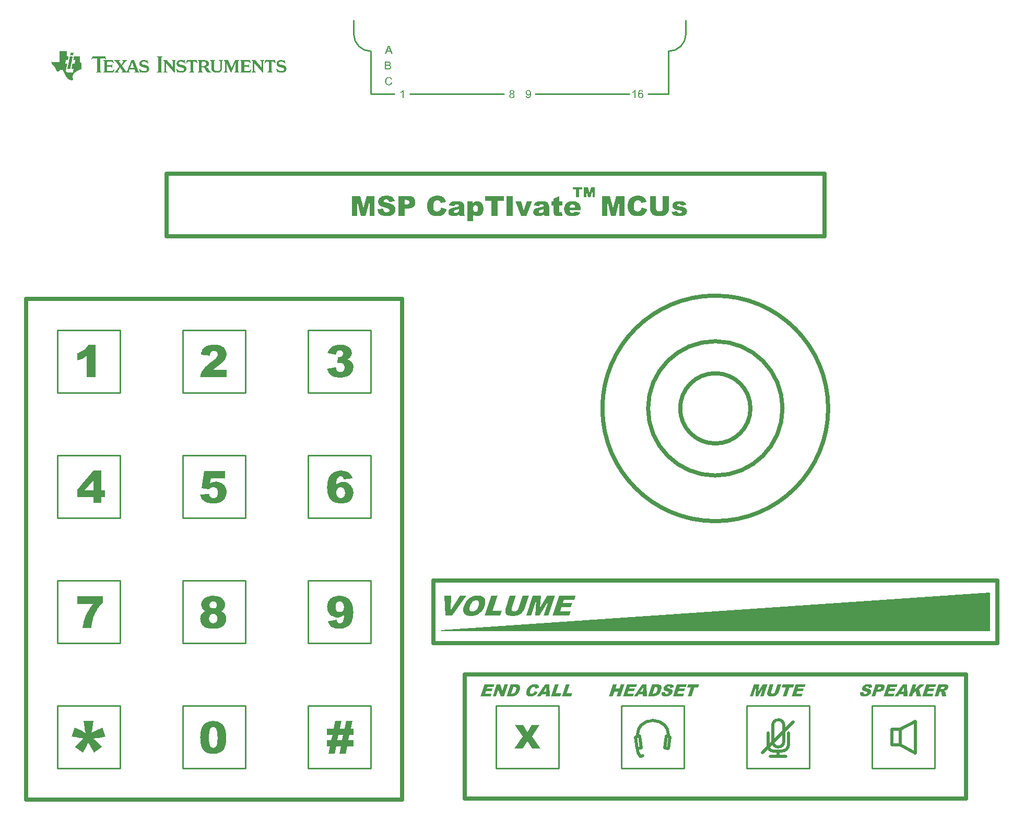
<source format=gto>
%FSAX25Y25*%
%MOIN*%
G70*
G01*
G75*
G04 Layer_Color=65535*
%ADD10C,0.00787*%
%ADD11C,0.03937*%
%ADD12C,0.02362*%
%ADD13C,0.10000*%
%ADD14C,0.00800*%
%ADD15C,0.03937*%
%ADD16C,0.00600*%
%ADD17C,0.05000*%
%ADD18C,0.01200*%
%ADD19C,0.02000*%
%ADD20C,0.06496*%
%ADD21R,0.06496X0.06496*%
%ADD22C,0.18110*%
%ADD23C,0.03600*%
%ADD24O,0.00984X0.05709*%
%ADD25R,0.03937X0.03740*%
G04:AMPARAMS|DCode=26|XSize=78.74mil|YSize=78.74mil|CornerRadius=19.69mil|HoleSize=0mil|Usage=FLASHONLY|Rotation=0.000|XOffset=0mil|YOffset=0mil|HoleType=Round|Shape=RoundedRectangle|*
%AMROUNDEDRECTD26*
21,1,0.07874,0.03937,0,0,0.0*
21,1,0.03937,0.07874,0,0,0.0*
1,1,0.03937,0.01969,-0.01969*
1,1,0.03937,-0.01969,-0.01969*
1,1,0.03937,-0.01969,0.01969*
1,1,0.03937,0.01969,0.01969*
%
%ADD26ROUNDEDRECTD26*%
%ADD27C,0.01000*%
%ADD28C,0.02500*%
G36*
X0510231Y0257117D02*
X0510356D01*
X0510480Y0257103D01*
X0510800Y0257062D01*
X0511133Y0256992D01*
X0511466Y0256895D01*
X0511785Y0256756D01*
X0511910Y0256673D01*
X0512035Y0256576D01*
X0512063Y0256548D01*
X0512118Y0256479D01*
X0512201Y0256340D01*
X0512299Y0256160D01*
X0512340Y0256048D01*
X0512368Y0255924D01*
X0512396Y0255771D01*
X0512410Y0255618D01*
X0512424Y0255452D01*
X0512410Y0255271D01*
X0512396Y0255063D01*
X0512354Y0254855D01*
X0510092Y0254730D01*
Y0254758D01*
X0510106Y0254813D01*
Y0254910D01*
Y0255021D01*
X0510092Y0255132D01*
X0510078Y0255257D01*
X0510036Y0255382D01*
X0509967Y0255479D01*
X0509953Y0255493D01*
X0509925Y0255521D01*
X0509884Y0255549D01*
X0509814Y0255604D01*
X0509717Y0255646D01*
X0509592Y0255674D01*
X0509453Y0255701D01*
X0509273Y0255715D01*
X0509203D01*
X0509134Y0255701D01*
X0509037Y0255688D01*
X0508829Y0255646D01*
X0508718Y0255591D01*
X0508607Y0255535D01*
X0508593Y0255521D01*
X0508565Y0255507D01*
X0508523Y0255466D01*
X0508468Y0255424D01*
X0508343Y0255285D01*
X0508301Y0255202D01*
X0508260Y0255119D01*
Y0255105D01*
X0508246Y0255091D01*
Y0255008D01*
X0508260Y0254896D01*
X0508274Y0254841D01*
X0508315Y0254785D01*
X0508343Y0254758D01*
X0508385Y0254730D01*
X0508440Y0254688D01*
X0508537Y0254647D01*
X0508662Y0254605D01*
X0508815Y0254550D01*
X0509009Y0254508D01*
X0509023D01*
X0509079Y0254494D01*
X0509148Y0254480D01*
X0509245Y0254452D01*
X0509356Y0254425D01*
X0509495Y0254383D01*
X0509786Y0254300D01*
X0510119Y0254203D01*
X0510439Y0254078D01*
X0510591Y0254022D01*
X0510744Y0253953D01*
X0510869Y0253897D01*
X0510980Y0253828D01*
X0511008Y0253814D01*
X0511063Y0253772D01*
X0511161Y0253703D01*
X0511272Y0253606D01*
X0511397Y0253481D01*
X0511508Y0253342D01*
X0511591Y0253175D01*
X0511660Y0252995D01*
Y0252967D01*
X0511674Y0252912D01*
X0511688Y0252801D01*
X0511702Y0252662D01*
Y0252495D01*
X0511688Y0252315D01*
X0511660Y0252093D01*
X0511591Y0251871D01*
Y0251857D01*
X0511577Y0251843D01*
X0511563Y0251801D01*
X0511549Y0251746D01*
X0511480Y0251607D01*
X0511397Y0251427D01*
X0511272Y0251218D01*
X0511119Y0250982D01*
X0510938Y0250746D01*
X0510730Y0250510D01*
X0510703Y0250483D01*
X0510619Y0250413D01*
X0510494Y0250302D01*
X0510314Y0250163D01*
X0510106Y0250011D01*
X0509856Y0249858D01*
X0509578Y0249719D01*
X0509273Y0249580D01*
X0509259D01*
X0509231Y0249567D01*
X0509190Y0249553D01*
X0509120Y0249539D01*
X0509051Y0249511D01*
X0508954Y0249483D01*
X0508843Y0249455D01*
X0508718Y0249428D01*
X0508426Y0249372D01*
X0508107Y0249317D01*
X0507732Y0249289D01*
X0507330Y0249275D01*
X0507149D01*
X0507024Y0249289D01*
X0506858Y0249303D01*
X0506691Y0249317D01*
X0506497Y0249331D01*
X0506302Y0249372D01*
X0505886Y0249455D01*
X0505678Y0249511D01*
X0505484Y0249580D01*
X0505303Y0249664D01*
X0505137Y0249775D01*
X0504998Y0249886D01*
X0504887Y0250011D01*
Y0250025D01*
X0504873Y0250052D01*
X0504845Y0250094D01*
X0504817Y0250149D01*
X0504790Y0250219D01*
X0504748Y0250302D01*
X0504720Y0250413D01*
X0504679Y0250524D01*
X0504623Y0250802D01*
X0504595Y0251135D01*
X0504609Y0251315D01*
X0504623Y0251496D01*
X0504651Y0251704D01*
X0504692Y0251912D01*
X0506983Y0252065D01*
Y0252037D01*
X0506969Y0251968D01*
X0506955Y0251871D01*
X0506941Y0251760D01*
Y0251621D01*
Y0251482D01*
X0506955Y0251343D01*
X0506996Y0251232D01*
X0507010Y0251218D01*
X0507038Y0251163D01*
X0507094Y0251093D01*
X0507191Y0251010D01*
X0507302Y0250913D01*
X0507455Y0250844D01*
X0507649Y0250788D01*
X0507871Y0250774D01*
X0507954D01*
X0508051Y0250788D01*
X0508176Y0250802D01*
X0508301Y0250830D01*
X0508454Y0250871D01*
X0508593Y0250927D01*
X0508732Y0250996D01*
X0508745Y0251010D01*
X0508787Y0251038D01*
X0508856Y0251093D01*
X0508926Y0251149D01*
X0509009Y0251232D01*
X0509079Y0251329D01*
X0509148Y0251440D01*
X0509190Y0251551D01*
Y0251565D01*
X0509203Y0251607D01*
X0509217Y0251662D01*
Y0251732D01*
Y0251815D01*
X0509203Y0251898D01*
X0509176Y0251996D01*
X0509120Y0252079D01*
X0509106Y0252093D01*
X0509079Y0252120D01*
X0509023Y0252162D01*
X0508926Y0252218D01*
X0508787Y0252287D01*
X0508593Y0252370D01*
X0508482Y0252412D01*
X0508357Y0252440D01*
X0508218Y0252481D01*
X0508065Y0252523D01*
X0508051D01*
X0508010Y0252537D01*
X0507927Y0252565D01*
X0507829Y0252578D01*
X0507718Y0252620D01*
X0507593Y0252662D01*
X0507288Y0252759D01*
X0506969Y0252898D01*
X0506663Y0253050D01*
X0506511Y0253134D01*
X0506386Y0253231D01*
X0506261Y0253328D01*
X0506164Y0253439D01*
X0506150Y0253467D01*
X0506094Y0253536D01*
X0506039Y0253661D01*
X0505969Y0253842D01*
X0505928Y0254050D01*
X0505900Y0254300D01*
Y0254438D01*
X0505928Y0254577D01*
X0505956Y0254730D01*
X0505997Y0254896D01*
Y0254910D01*
X0506011Y0254924D01*
X0506039Y0254994D01*
X0506094Y0255119D01*
X0506164Y0255257D01*
X0506261Y0255424D01*
X0506386Y0255618D01*
X0506538Y0255813D01*
X0506719Y0256007D01*
X0506747Y0256035D01*
X0506816Y0256090D01*
X0506927Y0256187D01*
X0507080Y0256312D01*
X0507260Y0256437D01*
X0507482Y0256576D01*
X0507732Y0256701D01*
X0508010Y0256826D01*
X0508024D01*
X0508051Y0256840D01*
X0508093Y0256854D01*
X0508149Y0256867D01*
X0508232Y0256895D01*
X0508329Y0256923D01*
X0508426Y0256951D01*
X0508551Y0256979D01*
X0508690Y0257006D01*
X0508843Y0257034D01*
X0509176Y0257089D01*
X0509564Y0257117D01*
X0509995Y0257131D01*
X0510133D01*
X0510231Y0257117D01*
D02*
G37*
G36*
X0478487Y0249400D02*
X0476127D01*
X0477168Y0252481D01*
X0474587D01*
X0473546Y0249400D01*
X0471200D01*
X0473782Y0257006D01*
X0476127D01*
X0475225Y0254355D01*
X0477807D01*
X0478709Y0257006D01*
X0481069D01*
X0478487Y0249400D01*
D02*
G37*
G36*
X0528163Y0255132D02*
X0525762D01*
X0523819Y0249400D01*
X0521473D01*
X0523417Y0255132D01*
X0521015D01*
X0521654Y0257006D01*
X0528802D01*
X0528163Y0255132D01*
D02*
G37*
G36*
X0433338Y0249400D02*
X0430868D01*
X0430909Y0250649D01*
X0428258D01*
X0427453Y0249400D01*
X0425052D01*
X0430479Y0257006D01*
X0433061D01*
X0433338Y0249400D01*
D02*
G37*
G36*
X0412088Y0256992D02*
X0412199D01*
X0412421Y0256965D01*
X0412671Y0256937D01*
X0412935Y0256881D01*
X0413185Y0256812D01*
X0413407Y0256715D01*
X0413435Y0256701D01*
X0413490Y0256659D01*
X0413587Y0256604D01*
X0413712Y0256507D01*
X0413837Y0256396D01*
X0413962Y0256257D01*
X0414087Y0256090D01*
X0414184Y0255910D01*
X0414198Y0255882D01*
X0414226Y0255813D01*
X0414253Y0255715D01*
X0414295Y0255563D01*
X0414337Y0255382D01*
X0414364Y0255174D01*
X0414378Y0254938D01*
X0414364Y0254688D01*
Y0254674D01*
Y0254661D01*
Y0254619D01*
X0414351Y0254563D01*
X0414337Y0254425D01*
X0414309Y0254244D01*
X0414267Y0254022D01*
X0414212Y0253772D01*
X0414142Y0253508D01*
X0414059Y0253217D01*
Y0253203D01*
X0414045Y0253162D01*
X0414017Y0253106D01*
X0413990Y0253023D01*
X0413948Y0252912D01*
X0413906Y0252801D01*
X0413781Y0252523D01*
X0413643Y0252232D01*
X0413490Y0251912D01*
X0413323Y0251607D01*
X0413129Y0251329D01*
Y0251315D01*
X0413101Y0251302D01*
X0413046Y0251218D01*
X0412935Y0251093D01*
X0412796Y0250941D01*
X0412629Y0250760D01*
X0412435Y0250580D01*
X0412213Y0250385D01*
X0411977Y0250205D01*
X0411949Y0250191D01*
X0411866Y0250136D01*
X0411741Y0250052D01*
X0411588Y0249955D01*
X0411394Y0249858D01*
X0411186Y0249761D01*
X0410964Y0249664D01*
X0410728Y0249594D01*
X0410714D01*
X0410686Y0249580D01*
X0410645D01*
X0410589Y0249567D01*
X0410423Y0249539D01*
X0410228Y0249497D01*
X0409992Y0249455D01*
X0409742Y0249428D01*
X0409493Y0249414D01*
X0409243Y0249400D01*
X0405759D01*
X0408341Y0257006D01*
X0412005D01*
X0412088Y0256992D01*
D02*
G37*
G36*
X0397528Y0255382D02*
X0393586D01*
X0393170Y0254175D01*
X0396820D01*
X0396293Y0252620D01*
X0392642D01*
X0392143Y0251121D01*
X0396196D01*
X0395613Y0249400D01*
X0389200D01*
X0391782Y0257006D01*
X0398083D01*
X0397528Y0255382D01*
D02*
G37*
G36*
X0488370D02*
X0484428D01*
X0484011Y0254175D01*
X0487662D01*
X0487134Y0252620D01*
X0483484D01*
X0482984Y0251121D01*
X0487037D01*
X0486454Y0249400D01*
X0480042D01*
X0482623Y0257006D01*
X0488925D01*
X0488370Y0255382D01*
D02*
G37*
G36*
X0569764Y0249400D02*
X0567835D01*
X0569806Y0255202D01*
X0566350Y0249400D01*
X0564601D01*
X0565100Y0255202D01*
X0563129Y0249400D01*
X0561200D01*
X0563782Y0257006D01*
X0566891D01*
X0566488Y0252370D01*
X0569250Y0257006D01*
X0572346D01*
X0569764Y0249400D01*
D02*
G37*
G36*
X0579605Y0252467D02*
Y0252454D01*
X0579591Y0252440D01*
X0579563Y0252356D01*
X0579508Y0252232D01*
X0579438Y0252065D01*
X0579341Y0251857D01*
X0579230Y0251649D01*
X0579105Y0251427D01*
X0578953Y0251190D01*
X0578939Y0251163D01*
X0578883Y0251093D01*
X0578800Y0250982D01*
X0578675Y0250844D01*
X0578522Y0250677D01*
X0578356Y0250497D01*
X0578161Y0250316D01*
X0577939Y0250149D01*
X0577912Y0250136D01*
X0577842Y0250080D01*
X0577717Y0249997D01*
X0577578Y0249900D01*
X0577398Y0249802D01*
X0577204Y0249705D01*
X0576995Y0249608D01*
X0576787Y0249525D01*
X0576773D01*
X0576746Y0249511D01*
X0576704Y0249497D01*
X0576648Y0249483D01*
X0576579Y0249469D01*
X0576496Y0249442D01*
X0576274Y0249400D01*
X0576024Y0249358D01*
X0575732Y0249317D01*
X0575399Y0249289D01*
X0575052Y0249275D01*
X0574844D01*
X0574691Y0249289D01*
X0574511D01*
X0574317Y0249317D01*
X0574094Y0249331D01*
X0573859Y0249358D01*
X0573831D01*
X0573761Y0249372D01*
X0573636Y0249386D01*
X0573498Y0249428D01*
X0573345Y0249455D01*
X0573178Y0249511D01*
X0573026Y0249580D01*
X0572873Y0249650D01*
X0572859Y0249664D01*
X0572818Y0249692D01*
X0572748Y0249747D01*
X0572665Y0249816D01*
X0572568Y0249914D01*
X0572471Y0250025D01*
X0572373Y0250149D01*
X0572290Y0250302D01*
X0572276Y0250316D01*
X0572262Y0250372D01*
X0572221Y0250469D01*
X0572179Y0250580D01*
X0572137Y0250705D01*
X0572110Y0250857D01*
X0572082Y0251024D01*
Y0251190D01*
Y0251204D01*
Y0251218D01*
Y0251260D01*
X0572096Y0251315D01*
Y0251454D01*
X0572124Y0251621D01*
X0572151Y0251815D01*
X0572193Y0252037D01*
X0572235Y0252259D01*
X0572304Y0252467D01*
X0573845Y0257006D01*
X0576190D01*
X0574608Y0252370D01*
X0574594Y0252343D01*
X0574580Y0252273D01*
X0574553Y0252148D01*
X0574539Y0252009D01*
X0574525Y0251857D01*
Y0251704D01*
X0574553Y0251537D01*
X0574622Y0251399D01*
X0574636Y0251385D01*
X0574664Y0251343D01*
X0574733Y0251288D01*
X0574816Y0251232D01*
X0574927Y0251163D01*
X0575080Y0251107D01*
X0575260Y0251066D01*
X0575469Y0251052D01*
X0575566D01*
X0575691Y0251066D01*
X0575830Y0251093D01*
X0575996Y0251135D01*
X0576177Y0251190D01*
X0576357Y0251274D01*
X0576537Y0251385D01*
X0576565Y0251399D01*
X0576621Y0251454D01*
X0576704Y0251524D01*
X0576801Y0251635D01*
X0576912Y0251774D01*
X0577023Y0251954D01*
X0577134Y0252148D01*
X0577217Y0252370D01*
X0578800Y0257006D01*
X0581146D01*
X0579605Y0252467D01*
D02*
G37*
G36*
X0520266Y0255382D02*
X0516324D01*
X0515907Y0254175D01*
X0519558D01*
X0519031Y0252620D01*
X0515380D01*
X0514880Y0251121D01*
X0518933D01*
X0518350Y0249400D01*
X0511938D01*
X0514520Y0257006D01*
X0520821D01*
X0520266Y0255382D01*
D02*
G37*
G36*
X0502347Y0256992D02*
X0502458D01*
X0502680Y0256965D01*
X0502930Y0256937D01*
X0503193Y0256881D01*
X0503443Y0256812D01*
X0503665Y0256715D01*
X0503693Y0256701D01*
X0503749Y0256659D01*
X0503846Y0256604D01*
X0503971Y0256507D01*
X0504096Y0256396D01*
X0504220Y0256257D01*
X0504345Y0256090D01*
X0504443Y0255910D01*
X0504457Y0255882D01*
X0504484Y0255813D01*
X0504512Y0255715D01*
X0504554Y0255563D01*
X0504595Y0255382D01*
X0504623Y0255174D01*
X0504637Y0254938D01*
X0504623Y0254688D01*
Y0254674D01*
Y0254661D01*
Y0254619D01*
X0504609Y0254563D01*
X0504595Y0254425D01*
X0504567Y0254244D01*
X0504526Y0254022D01*
X0504470Y0253772D01*
X0504401Y0253508D01*
X0504318Y0253217D01*
Y0253203D01*
X0504304Y0253162D01*
X0504276Y0253106D01*
X0504248Y0253023D01*
X0504207Y0252912D01*
X0504165Y0252801D01*
X0504040Y0252523D01*
X0503901Y0252232D01*
X0503749Y0251912D01*
X0503582Y0251607D01*
X0503388Y0251329D01*
Y0251315D01*
X0503360Y0251302D01*
X0503304Y0251218D01*
X0503193Y0251093D01*
X0503055Y0250941D01*
X0502888Y0250760D01*
X0502694Y0250580D01*
X0502472Y0250385D01*
X0502236Y0250205D01*
X0502208Y0250191D01*
X0502125Y0250136D01*
X0502000Y0250052D01*
X0501847Y0249955D01*
X0501653Y0249858D01*
X0501444Y0249761D01*
X0501222Y0249664D01*
X0500986Y0249594D01*
X0500973D01*
X0500945Y0249580D01*
X0500903D01*
X0500848Y0249567D01*
X0500681Y0249539D01*
X0500487Y0249497D01*
X0500251Y0249455D01*
X0500001Y0249428D01*
X0499751Y0249414D01*
X0499501Y0249400D01*
X0496017D01*
X0498599Y0257006D01*
X0502263D01*
X0502347Y0256992D01*
D02*
G37*
G36*
X0495240Y0249400D02*
X0492769D01*
X0492811Y0250649D01*
X0490160D01*
X0489355Y0249400D01*
X0486954D01*
X0492381Y0257006D01*
X0494963D01*
X0495240Y0249400D01*
D02*
G37*
G36*
X0437058Y0251274D02*
X0440736D01*
X0440112Y0249400D01*
X0434088D01*
X0436670Y0257006D01*
X0439015D01*
X0437058Y0251274D01*
D02*
G37*
G36*
X0432519Y0300900D02*
X0429303D01*
X0432589Y0310573D01*
X0426827Y0300900D01*
X0423911D01*
X0424744Y0310573D01*
X0421458Y0300900D01*
X0418242D01*
X0422546Y0313581D01*
X0427729D01*
X0427058Y0305852D01*
X0431663Y0313581D01*
X0436823D01*
X0432519Y0300900D01*
D02*
G37*
G36*
X0370921D02*
X0366686D01*
X0366200Y0313581D01*
X0370296D01*
X0370041Y0304440D01*
X0375965Y0313581D01*
X0379945D01*
X0370921Y0300900D01*
D02*
G37*
G36*
X0417432Y0306014D02*
Y0305991D01*
X0417409Y0305968D01*
X0417362Y0305829D01*
X0417270Y0305621D01*
X0417154Y0305343D01*
X0416992Y0304996D01*
X0416807Y0304649D01*
X0416599Y0304278D01*
X0416344Y0303885D01*
X0416321Y0303839D01*
X0416229Y0303723D01*
X0416090Y0303538D01*
X0415882Y0303307D01*
X0415627Y0303029D01*
X0415349Y0302728D01*
X0415025Y0302427D01*
X0414655Y0302150D01*
X0414609Y0302126D01*
X0414493Y0302034D01*
X0414285Y0301895D01*
X0414053Y0301733D01*
X0413753Y0301571D01*
X0413429Y0301409D01*
X0413082Y0301247D01*
X0412735Y0301108D01*
X0412711D01*
X0412665Y0301085D01*
X0412596Y0301062D01*
X0412503Y0301039D01*
X0412387Y0301016D01*
X0412249Y0300969D01*
X0411878Y0300900D01*
X0411462Y0300831D01*
X0410976Y0300761D01*
X0410421Y0300715D01*
X0409842Y0300692D01*
X0409495D01*
X0409240Y0300715D01*
X0408940D01*
X0408616Y0300761D01*
X0408245Y0300784D01*
X0407852Y0300831D01*
X0407806D01*
X0407690Y0300854D01*
X0407482Y0300877D01*
X0407250Y0300946D01*
X0406996Y0300993D01*
X0406718Y0301085D01*
X0406464Y0301201D01*
X0406209Y0301316D01*
X0406186Y0301340D01*
X0406116Y0301386D01*
X0406001Y0301479D01*
X0405862Y0301594D01*
X0405700Y0301756D01*
X0405538Y0301941D01*
X0405376Y0302150D01*
X0405237Y0302404D01*
X0405214Y0302427D01*
X0405191Y0302520D01*
X0405122Y0302682D01*
X0405052Y0302867D01*
X0404983Y0303075D01*
X0404936Y0303330D01*
X0404890Y0303607D01*
Y0303885D01*
Y0303908D01*
Y0303931D01*
Y0304001D01*
X0404913Y0304093D01*
Y0304325D01*
X0404959Y0304602D01*
X0405006Y0304926D01*
X0405075Y0305297D01*
X0405145Y0305667D01*
X0405260Y0306014D01*
X0407829Y0313581D01*
X0411739D01*
X0409102Y0305852D01*
X0409078Y0305806D01*
X0409055Y0305690D01*
X0409009Y0305482D01*
X0408986Y0305250D01*
X0408963Y0304996D01*
Y0304741D01*
X0409009Y0304464D01*
X0409125Y0304232D01*
X0409148Y0304209D01*
X0409194Y0304140D01*
X0409310Y0304047D01*
X0409449Y0303955D01*
X0409634Y0303839D01*
X0409888Y0303746D01*
X0410189Y0303677D01*
X0410536Y0303654D01*
X0410698D01*
X0410907Y0303677D01*
X0411138Y0303723D01*
X0411416Y0303793D01*
X0411716Y0303885D01*
X0412017Y0304024D01*
X0412318Y0304209D01*
X0412364Y0304232D01*
X0412457Y0304325D01*
X0412596Y0304440D01*
X0412758Y0304626D01*
X0412943Y0304857D01*
X0413128Y0305158D01*
X0413313Y0305482D01*
X0413452Y0305852D01*
X0416090Y0313581D01*
X0420001D01*
X0417432Y0306014D01*
D02*
G37*
G36*
X0306234Y0228564D02*
X0308160D01*
Y0224750D01*
X0305457D01*
X0304753Y0221269D01*
X0308160D01*
Y0217455D01*
X0304012D01*
X0303050Y0212567D01*
X0299087D01*
X0300050Y0217455D01*
X0297014D01*
X0296014Y0212567D01*
X0292126D01*
X0293089Y0217455D01*
X0291200D01*
Y0221269D01*
X0293866D01*
X0294570Y0224750D01*
X0291200D01*
Y0228564D01*
X0295347D01*
X0296347Y0233526D01*
X0300235D01*
X0299236Y0228564D01*
X0302272D01*
X0303272Y0233526D01*
X0307234D01*
X0306234Y0228564D01*
D02*
G37*
G36*
X0219346Y0233489D02*
X0219828Y0233452D01*
X0220346Y0233415D01*
X0220902Y0233303D01*
X0221457Y0233192D01*
X0221975Y0233007D01*
X0222050Y0232970D01*
X0222198Y0232933D01*
X0222457Y0232785D01*
X0222753Y0232637D01*
X0223086Y0232452D01*
X0223457Y0232230D01*
X0223790Y0231970D01*
X0224123Y0231674D01*
X0224160Y0231637D01*
X0224271Y0231526D01*
X0224419Y0231378D01*
X0224605Y0231156D01*
X0224827Y0230934D01*
X0225049Y0230637D01*
X0225456Y0229971D01*
X0225493Y0229934D01*
X0225530Y0229823D01*
X0225641Y0229638D01*
X0225753Y0229378D01*
X0225864Y0229082D01*
X0225975Y0228712D01*
X0226123Y0228342D01*
X0226234Y0227897D01*
Y0227860D01*
X0226271Y0227786D01*
X0226308Y0227675D01*
X0226345Y0227490D01*
X0226382Y0227305D01*
X0226419Y0227045D01*
X0226530Y0226453D01*
X0226641Y0225749D01*
X0226752Y0224972D01*
X0226789Y0224083D01*
X0226827Y0223194D01*
Y0223120D01*
Y0222935D01*
Y0222676D01*
X0226789Y0222306D01*
X0226752Y0221824D01*
X0226715Y0221306D01*
X0226678Y0220750D01*
X0226604Y0220121D01*
X0226382Y0218788D01*
X0226049Y0217455D01*
X0225827Y0216825D01*
X0225568Y0216196D01*
X0225271Y0215640D01*
X0224938Y0215122D01*
X0224901Y0215085D01*
X0224864Y0215011D01*
X0224753Y0214900D01*
X0224568Y0214715D01*
X0224345Y0214529D01*
X0224086Y0214307D01*
X0223790Y0214085D01*
X0223420Y0213863D01*
X0223012Y0213604D01*
X0222531Y0213381D01*
X0222013Y0213159D01*
X0221420Y0212974D01*
X0220791Y0212789D01*
X0220087Y0212678D01*
X0219309Y0212604D01*
X0218495Y0212567D01*
X0218050D01*
X0217828Y0212604D01*
X0217606D01*
X0217014Y0212678D01*
X0216347Y0212752D01*
X0215643Y0212900D01*
X0214940Y0213122D01*
X0214310Y0213381D01*
X0214236Y0213418D01*
X0214051Y0213529D01*
X0213755Y0213715D01*
X0213422Y0213974D01*
X0212977Y0214307D01*
X0212570Y0214715D01*
X0212126Y0215196D01*
X0211718Y0215751D01*
X0211681Y0215788D01*
X0211607Y0215973D01*
X0211459Y0216196D01*
X0211311Y0216566D01*
X0211126Y0216973D01*
X0210941Y0217492D01*
X0210755Y0218121D01*
X0210607Y0218788D01*
Y0218825D01*
Y0218862D01*
X0210570Y0218973D01*
X0210533Y0219121D01*
X0210496Y0219528D01*
X0210422Y0220084D01*
X0210348Y0220713D01*
X0210274Y0221454D01*
X0210237Y0222269D01*
X0210200Y0223120D01*
Y0223194D01*
Y0223379D01*
Y0223676D01*
X0210237Y0224046D01*
X0210274Y0224527D01*
X0210311Y0225083D01*
X0210385Y0225675D01*
X0210459Y0226305D01*
X0210718Y0227638D01*
X0211089Y0228971D01*
X0211311Y0229601D01*
X0211607Y0230193D01*
X0211903Y0230711D01*
X0212274Y0231193D01*
X0212311Y0231230D01*
X0212385Y0231304D01*
X0212496Y0231415D01*
X0212681Y0231563D01*
X0212903Y0231748D01*
X0213162Y0231933D01*
X0213496Y0232156D01*
X0213866Y0232378D01*
X0214273Y0232563D01*
X0214755Y0232785D01*
X0215273Y0232970D01*
X0215829Y0233155D01*
X0216458Y0233303D01*
X0217125Y0233415D01*
X0217865Y0233489D01*
X0218643Y0233526D01*
X0218976D01*
X0219346Y0233489D01*
D02*
G37*
G36*
X0141458Y0229435D02*
Y0229361D01*
X0141384Y0229213D01*
Y0228842D01*
X0141310Y0228472D01*
X0141162Y0227954D01*
X0141088Y0227361D01*
X0140718Y0226028D01*
X0140792D01*
X0140866Y0226102D01*
X0141310Y0226324D01*
X0141755Y0226546D01*
X0141977Y0226620D01*
X0142125Y0226694D01*
X0142199D01*
X0142347Y0226842D01*
X0142792Y0227065D01*
X0143384Y0227361D01*
X0143903Y0227657D01*
X0147755Y0229435D01*
X0149680Y0223657D01*
X0145384Y0222769D01*
X0145162D01*
X0144866Y0222695D01*
X0144495Y0222621D01*
X0144051Y0222547D01*
X0143458D01*
X0142792Y0222472D01*
X0141977Y0222398D01*
X0142051Y0222324D01*
X0142199Y0222176D01*
X0142496Y0221954D01*
X0142866Y0221658D01*
X0143607Y0220991D01*
X0144421Y0220176D01*
X0147310Y0217065D01*
X0142273Y0213362D01*
X0140273Y0217065D01*
Y0217139D01*
X0140199Y0217214D01*
X0140051Y0217436D01*
X0139903Y0217732D01*
X0139755Y0218176D01*
X0139459Y0218695D01*
X0139162Y0219361D01*
X0138792Y0220176D01*
X0138718Y0220102D01*
X0138644Y0219806D01*
X0138422Y0219361D01*
X0138199Y0218843D01*
X0137977Y0218324D01*
X0137755Y0217806D01*
X0137533Y0217362D01*
X0137385Y0217065D01*
X0135237Y0213362D01*
X0130200Y0217065D01*
X0133237Y0220176D01*
X0133311Y0220250D01*
X0133459Y0220398D01*
X0133755Y0220621D01*
X0134052Y0220991D01*
X0134866Y0221658D01*
X0135829Y0222398D01*
X0135607D01*
X0135311Y0222472D01*
X0134940Y0222547D01*
X0134422Y0222621D01*
X0133829Y0222695D01*
X0133163Y0222769D01*
X0132422Y0222917D01*
X0128200Y0223657D01*
X0130200Y0229435D01*
X0133977Y0227731D01*
X0134126Y0227657D01*
X0134348Y0227583D01*
X0134644Y0227435D01*
X0135014Y0227213D01*
X0135533Y0226917D01*
X0136200Y0226472D01*
X0137014Y0226028D01*
Y0226102D01*
X0136940Y0226398D01*
X0136866Y0226842D01*
X0136718Y0227287D01*
X0136496Y0228472D01*
X0136422Y0228991D01*
X0136348Y0229435D01*
X0135829Y0233657D01*
X0141977D01*
X0141458Y0229435D01*
D02*
G37*
G36*
X0423969Y0257117D02*
X0424094D01*
X0424219Y0257103D01*
X0424372Y0257089D01*
X0424539Y0257062D01*
X0424872Y0256992D01*
X0425219Y0256881D01*
X0425538Y0256743D01*
X0425677Y0256645D01*
X0425802Y0256548D01*
X0425815D01*
X0425829Y0256520D01*
X0425857Y0256493D01*
X0425899Y0256437D01*
X0425940Y0256382D01*
X0425996Y0256298D01*
X0426051Y0256215D01*
X0426121Y0256104D01*
X0426176Y0255993D01*
X0426232Y0255854D01*
X0426287Y0255715D01*
X0426329Y0255549D01*
X0426371Y0255368D01*
X0426398Y0255188D01*
X0426426Y0254980D01*
Y0254758D01*
X0424178Y0254300D01*
Y0254313D01*
Y0254355D01*
Y0254425D01*
Y0254494D01*
X0424164Y0254661D01*
X0424150Y0254730D01*
X0424122Y0254799D01*
Y0254813D01*
X0424108Y0254841D01*
X0424080Y0254896D01*
X0424039Y0254952D01*
X0423942Y0255091D01*
X0423789Y0255216D01*
X0423775Y0255230D01*
X0423747Y0255243D01*
X0423692Y0255271D01*
X0423622Y0255299D01*
X0423539Y0255327D01*
X0423442Y0255341D01*
X0423317Y0255368D01*
X0423109D01*
X0423053Y0255354D01*
X0422915Y0255341D01*
X0422720Y0255285D01*
X0422498Y0255216D01*
X0422248Y0255091D01*
X0421998Y0254938D01*
X0421874Y0254827D01*
X0421749Y0254716D01*
X0421721Y0254688D01*
X0421665Y0254633D01*
X0421582Y0254508D01*
X0421457Y0254355D01*
X0421332Y0254147D01*
X0421193Y0253897D01*
X0421055Y0253592D01*
X0420916Y0253231D01*
Y0253217D01*
X0420902Y0253175D01*
X0420874Y0253106D01*
X0420860Y0253023D01*
X0420832Y0252925D01*
X0420791Y0252801D01*
X0420735Y0252537D01*
X0420680Y0252259D01*
X0420652Y0251968D01*
X0420666Y0251704D01*
X0420694Y0251593D01*
X0420721Y0251496D01*
X0420735Y0251482D01*
X0420763Y0251427D01*
X0420832Y0251357D01*
X0420916Y0251274D01*
X0421041Y0251177D01*
X0421207Y0251107D01*
X0421416Y0251052D01*
X0421651Y0251038D01*
X0421763D01*
X0421887Y0251052D01*
X0422040Y0251080D01*
X0422221Y0251135D01*
X0422415Y0251190D01*
X0422609Y0251288D01*
X0422790Y0251413D01*
X0422817Y0251427D01*
X0422873Y0251482D01*
X0422970Y0251565D01*
X0423081Y0251690D01*
X0423220Y0251843D01*
X0423373Y0252037D01*
X0423525Y0252259D01*
X0423678Y0252523D01*
X0425524Y0251885D01*
Y0251871D01*
X0425496Y0251843D01*
X0425468Y0251801D01*
X0425441Y0251746D01*
X0425330Y0251579D01*
X0425191Y0251385D01*
X0425024Y0251149D01*
X0424816Y0250913D01*
X0424608Y0250677D01*
X0424372Y0250441D01*
X0424344Y0250413D01*
X0424261Y0250344D01*
X0424136Y0250247D01*
X0423955Y0250108D01*
X0423747Y0249969D01*
X0423511Y0249830D01*
X0423248Y0249692D01*
X0422970Y0249567D01*
X0422956D01*
X0422942Y0249553D01*
X0422887Y0249539D01*
X0422831Y0249525D01*
X0422762Y0249497D01*
X0422679Y0249469D01*
X0422457Y0249428D01*
X0422193Y0249372D01*
X0421887Y0249317D01*
X0421554Y0249289D01*
X0421179Y0249275D01*
X0420971D01*
X0420874Y0249289D01*
X0420749D01*
X0420472Y0249317D01*
X0420166Y0249358D01*
X0419847Y0249428D01*
X0419542Y0249511D01*
X0419264Y0249622D01*
X0419250D01*
X0419236Y0249636D01*
X0419153Y0249692D01*
X0419042Y0249789D01*
X0418903Y0249914D01*
X0418750Y0250094D01*
X0418598Y0250302D01*
X0418445Y0250566D01*
X0418334Y0250885D01*
Y0250899D01*
X0418320Y0250927D01*
Y0250982D01*
X0418306Y0251052D01*
X0418293Y0251135D01*
X0418279Y0251246D01*
X0418265Y0251371D01*
Y0251524D01*
Y0251676D01*
X0418279Y0251857D01*
X0418293Y0252051D01*
X0418320Y0252259D01*
X0418362Y0252481D01*
X0418403Y0252717D01*
X0418473Y0252953D01*
X0418556Y0253217D01*
X0418570Y0253245D01*
X0418584Y0253300D01*
X0418626Y0253397D01*
X0418681Y0253522D01*
X0418750Y0253689D01*
X0418834Y0253869D01*
X0418931Y0254064D01*
X0419042Y0254286D01*
X0419181Y0254522D01*
X0419320Y0254758D01*
X0419486Y0254994D01*
X0419667Y0255243D01*
X0419861Y0255479D01*
X0420069Y0255701D01*
X0420291Y0255924D01*
X0420541Y0256118D01*
X0420555Y0256132D01*
X0420610Y0256160D01*
X0420680Y0256215D01*
X0420777Y0256271D01*
X0420916Y0256354D01*
X0421068Y0256437D01*
X0421249Y0256534D01*
X0421457Y0256631D01*
X0421679Y0256715D01*
X0421915Y0256812D01*
X0422179Y0256895D01*
X0422457Y0256979D01*
X0422762Y0257034D01*
X0423067Y0257089D01*
X0423400Y0257117D01*
X0423733Y0257131D01*
X0423872D01*
X0423969Y0257117D01*
D02*
G37*
G36*
X0404177Y0249400D02*
X0401956D01*
X0400512Y0253592D01*
X0399096Y0249400D01*
X0396889D01*
X0399471Y0257006D01*
X0401664D01*
X0403108Y0252787D01*
X0404537Y0257006D01*
X0406758D01*
X0404177Y0249400D01*
D02*
G37*
G36*
X0444151Y0251274D02*
X0447829D01*
X0447204Y0249400D01*
X0441181D01*
X0443762Y0257006D01*
X0446108D01*
X0444151Y0251274D01*
D02*
G37*
G36*
X0448902Y0310873D02*
X0442331D01*
X0441636Y0308860D01*
X0447722D01*
X0446843Y0306269D01*
X0440757D01*
X0439924Y0303769D01*
X0446681D01*
X0445709Y0300900D01*
X0435018D01*
X0439322Y0313581D01*
X0449828D01*
X0448902Y0310873D01*
D02*
G37*
G36*
X0396652Y0304024D02*
X0402784D01*
X0401743Y0300900D01*
X0391700D01*
X0396004Y0313581D01*
X0399915D01*
X0396652Y0304024D01*
D02*
G37*
G36*
X0387882Y0313766D02*
X0388137Y0313743D01*
X0388438Y0313696D01*
X0388761Y0313650D01*
X0389109Y0313581D01*
X0389456Y0313488D01*
X0389826Y0313372D01*
X0390173Y0313234D01*
X0390520Y0313072D01*
X0390867Y0312863D01*
X0391168Y0312632D01*
X0391446Y0312377D01*
X0391677Y0312077D01*
X0391700Y0312053D01*
X0391723Y0312007D01*
X0391770Y0311892D01*
X0391839Y0311776D01*
X0391909Y0311591D01*
X0391978Y0311382D01*
X0392047Y0311128D01*
X0392117Y0310850D01*
X0392163Y0310526D01*
X0392209Y0310179D01*
Y0309786D01*
X0392186Y0309369D01*
X0392140Y0308906D01*
X0392071Y0308420D01*
X0391932Y0307888D01*
X0391770Y0307333D01*
Y0307310D01*
X0391747Y0307240D01*
X0391700Y0307125D01*
X0391631Y0306963D01*
X0391561Y0306778D01*
X0391469Y0306546D01*
X0391353Y0306315D01*
X0391237Y0306037D01*
X0390960Y0305459D01*
X0390613Y0304857D01*
X0390219Y0304255D01*
X0389780Y0303677D01*
X0389756Y0303654D01*
X0389733Y0303607D01*
X0389664Y0303538D01*
X0389571Y0303445D01*
X0389456Y0303330D01*
X0389294Y0303191D01*
X0388947Y0302867D01*
X0388530Y0302520D01*
X0388044Y0302150D01*
X0387466Y0301802D01*
X0386864Y0301479D01*
X0386841D01*
X0386795Y0301455D01*
X0386702Y0301409D01*
X0386563Y0301363D01*
X0386401Y0301293D01*
X0386216Y0301224D01*
X0386008Y0301154D01*
X0385753Y0301085D01*
X0385499Y0301016D01*
X0385198Y0300946D01*
X0384550Y0300807D01*
X0383833Y0300715D01*
X0383069Y0300692D01*
X0382722D01*
X0382537Y0300715D01*
X0382329Y0300738D01*
X0381866Y0300784D01*
X0381334Y0300854D01*
X0380778Y0300969D01*
X0380246Y0301131D01*
X0379760Y0301363D01*
X0379737D01*
X0379714Y0301386D01*
X0379575Y0301502D01*
X0379367Y0301664D01*
X0379135Y0301895D01*
X0378858Y0302173D01*
X0378603Y0302566D01*
X0378395Y0303006D01*
X0378210Y0303515D01*
Y0303538D01*
X0378186Y0303584D01*
Y0303677D01*
X0378163Y0303793D01*
X0378140Y0303931D01*
Y0304093D01*
X0378117Y0304302D01*
Y0304533D01*
Y0304787D01*
X0378140Y0305065D01*
X0378163Y0305366D01*
X0378210Y0305713D01*
X0378348Y0306431D01*
X0378464Y0306801D01*
X0378580Y0307217D01*
X0378603Y0307263D01*
X0378626Y0307356D01*
X0378696Y0307518D01*
X0378788Y0307726D01*
X0378904Y0307981D01*
X0379043Y0308282D01*
X0379205Y0308629D01*
X0379413Y0308976D01*
X0379621Y0309369D01*
X0379876Y0309763D01*
X0380153Y0310156D01*
X0380454Y0310573D01*
X0380778Y0310966D01*
X0381148Y0311359D01*
X0381542Y0311706D01*
X0381958Y0312053D01*
X0381981Y0312077D01*
X0382074Y0312123D01*
X0382190Y0312215D01*
X0382375Y0312331D01*
X0382583Y0312447D01*
X0382861Y0312609D01*
X0383162Y0312771D01*
X0383509Y0312933D01*
X0383879Y0313095D01*
X0384296Y0313234D01*
X0384735Y0313396D01*
X0385221Y0313511D01*
X0385730Y0313627D01*
X0386262Y0313720D01*
X0386795Y0313766D01*
X0387373Y0313789D01*
X0387674D01*
X0387882Y0313766D01*
D02*
G37*
G36*
X0596122Y0255382D02*
X0592180D01*
X0591764Y0254175D01*
X0595414D01*
X0594887Y0252620D01*
X0591236D01*
X0590737Y0251121D01*
X0594790D01*
X0594207Y0249400D01*
X0587794D01*
X0590376Y0257006D01*
X0596677D01*
X0596122Y0255382D01*
D02*
G37*
G36*
X0418272Y0556400D02*
X0415148D01*
X0411330Y0565587D01*
X0414986D01*
X0416768Y0559755D01*
X0418619Y0565587D01*
X0422183D01*
X0418272Y0556400D01*
D02*
G37*
G36*
X0509444Y0561514D02*
Y0561491D01*
Y0561468D01*
Y0561329D01*
X0509420Y0561121D01*
X0509397Y0560843D01*
X0509351Y0560496D01*
X0509282Y0560149D01*
X0509189Y0559778D01*
X0509073Y0559385D01*
X0509050Y0559339D01*
X0509004Y0559223D01*
X0508934Y0559038D01*
X0508796Y0558807D01*
X0508657Y0558529D01*
X0508449Y0558228D01*
X0508240Y0557927D01*
X0507963Y0557650D01*
X0507939Y0557626D01*
X0507824Y0557534D01*
X0507685Y0557395D01*
X0507500Y0557233D01*
X0507268Y0557071D01*
X0506991Y0556909D01*
X0506713Y0556747D01*
X0506412Y0556608D01*
X0506389D01*
X0506366Y0556585D01*
X0506297Y0556562D01*
X0506204Y0556539D01*
X0505973Y0556469D01*
X0505625Y0556400D01*
X0505232Y0556331D01*
X0504769Y0556261D01*
X0504237Y0556215D01*
X0503659Y0556192D01*
X0503311D01*
X0503057Y0556215D01*
X0502756D01*
X0502409Y0556261D01*
X0502039Y0556284D01*
X0501622Y0556331D01*
X0501576D01*
X0501437Y0556354D01*
X0501229Y0556377D01*
X0500997Y0556446D01*
X0500697Y0556493D01*
X0500396Y0556585D01*
X0500095Y0556701D01*
X0499794Y0556816D01*
X0499771Y0556840D01*
X0499679Y0556886D01*
X0499540Y0556979D01*
X0499355Y0557094D01*
X0499146Y0557256D01*
X0498915Y0557441D01*
X0498684Y0557650D01*
X0498452Y0557904D01*
X0498429Y0557927D01*
X0498359Y0558020D01*
X0498244Y0558182D01*
X0498128Y0558367D01*
X0497989Y0558575D01*
X0497851Y0558830D01*
X0497712Y0559107D01*
X0497619Y0559385D01*
Y0559408D01*
X0497596Y0559431D01*
Y0559501D01*
X0497573Y0559593D01*
X0497503Y0559825D01*
X0497457Y0560102D01*
X0497388Y0560426D01*
X0497318Y0560797D01*
X0497295Y0561167D01*
X0497272Y0561514D01*
Y0569081D01*
X0501183D01*
Y0561352D01*
Y0561306D01*
Y0561190D01*
X0501206Y0560982D01*
X0501252Y0560750D01*
X0501322Y0560496D01*
X0501414Y0560241D01*
X0501553Y0559964D01*
X0501738Y0559732D01*
X0501761Y0559709D01*
X0501854Y0559640D01*
X0501969Y0559547D01*
X0502154Y0559454D01*
X0502386Y0559339D01*
X0502664Y0559246D01*
X0502987Y0559177D01*
X0503358Y0559154D01*
X0503520D01*
X0503705Y0559177D01*
X0503936Y0559223D01*
X0504191Y0559293D01*
X0504468Y0559385D01*
X0504723Y0559524D01*
X0504954Y0559709D01*
X0504978Y0559732D01*
X0505047Y0559825D01*
X0505140Y0559940D01*
X0505255Y0560125D01*
X0505348Y0560357D01*
X0505440Y0560658D01*
X0505510Y0560982D01*
X0505533Y0561352D01*
Y0569081D01*
X0509444D01*
Y0561514D01*
D02*
G37*
G36*
X0428708Y0565772D02*
X0429102Y0565749D01*
X0429541Y0565725D01*
X0429958Y0565679D01*
X0430328Y0565610D01*
X0430374D01*
X0430490Y0565563D01*
X0430675Y0565517D01*
X0430906Y0565448D01*
X0431161Y0565355D01*
X0431416Y0565216D01*
X0431693Y0565054D01*
X0431948Y0564869D01*
X0431971Y0564846D01*
X0432017Y0564800D01*
X0432110Y0564707D01*
X0432202Y0564592D01*
X0432318Y0564430D01*
X0432434Y0564245D01*
X0432549Y0564013D01*
X0432642Y0563759D01*
X0432665Y0563735D01*
X0432688Y0563643D01*
X0432734Y0563504D01*
X0432781Y0563319D01*
X0432827Y0563111D01*
X0432873Y0562879D01*
X0432920Y0562648D01*
Y0562393D01*
Y0558344D01*
Y0558321D01*
Y0558228D01*
Y0558112D01*
Y0557973D01*
X0432943Y0557650D01*
X0432966Y0557488D01*
X0432989Y0557326D01*
Y0557303D01*
X0433012Y0557256D01*
X0433035Y0557187D01*
X0433082Y0557071D01*
X0433128Y0556932D01*
X0433174Y0556770D01*
X0433359Y0556400D01*
X0430050D01*
Y0556423D01*
X0430027Y0556469D01*
X0429935Y0556608D01*
X0429842Y0556770D01*
X0429773Y0556932D01*
Y0556979D01*
X0429749Y0557071D01*
X0429703Y0557256D01*
X0429657Y0557511D01*
X0429634Y0557488D01*
X0429541Y0557395D01*
X0429402Y0557279D01*
X0429217Y0557140D01*
X0429009Y0556979D01*
X0428778Y0556840D01*
X0428546Y0556678D01*
X0428292Y0556562D01*
X0428245Y0556539D01*
X0428130Y0556516D01*
X0427921Y0556446D01*
X0427667Y0556377D01*
X0427343Y0556307D01*
X0426973Y0556261D01*
X0426556Y0556215D01*
X0426117Y0556192D01*
X0425954D01*
X0425839Y0556215D01*
X0425700D01*
X0425538Y0556238D01*
X0425168Y0556284D01*
X0424774Y0556377D01*
X0424358Y0556516D01*
X0423941Y0556678D01*
X0423594Y0556932D01*
X0423548Y0556979D01*
X0423455Y0557071D01*
X0423340Y0557233D01*
X0423178Y0557464D01*
X0423016Y0557742D01*
X0422900Y0558066D01*
X0422807Y0558413D01*
X0422761Y0558830D01*
Y0558853D01*
Y0558876D01*
Y0559015D01*
X0422784Y0559200D01*
X0422831Y0559431D01*
X0422900Y0559709D01*
X0423016Y0559987D01*
X0423154Y0560288D01*
X0423363Y0560542D01*
X0423386Y0560565D01*
X0423479Y0560658D01*
X0423640Y0560774D01*
X0423872Y0560912D01*
X0424196Y0561074D01*
X0424589Y0561236D01*
X0425052Y0561398D01*
X0425330Y0561468D01*
X0425631Y0561537D01*
X0425654D01*
X0425723Y0561560D01*
X0425816Y0561583D01*
X0425954Y0561607D01*
X0426117Y0561630D01*
X0426302Y0561676D01*
X0426695Y0561745D01*
X0427135Y0561838D01*
X0427551Y0561931D01*
X0427921Y0562023D01*
X0428083Y0562069D01*
X0428199Y0562092D01*
X0428222D01*
X0428315Y0562116D01*
X0428431Y0562162D01*
X0428592Y0562208D01*
X0428778Y0562278D01*
X0428986Y0562347D01*
X0429472Y0562532D01*
Y0562555D01*
Y0562625D01*
X0429449Y0562740D01*
Y0562879D01*
X0429356Y0563157D01*
X0429287Y0563296D01*
X0429194Y0563411D01*
X0429171Y0563435D01*
X0429148Y0563458D01*
X0429078Y0563504D01*
X0428963Y0563550D01*
X0428847Y0563596D01*
X0428685Y0563643D01*
X0428477Y0563689D01*
X0428106D01*
X0427945Y0563666D01*
X0427759D01*
X0427343Y0563573D01*
X0427135Y0563504D01*
X0426950Y0563411D01*
X0426926D01*
X0426903Y0563365D01*
X0426834Y0563319D01*
X0426764Y0563226D01*
X0426672Y0563111D01*
X0426579Y0562972D01*
X0426487Y0562810D01*
X0426417Y0562602D01*
X0423039Y0562949D01*
Y0562995D01*
X0423085Y0563088D01*
X0423108Y0563249D01*
X0423178Y0563458D01*
X0423247Y0563666D01*
X0423340Y0563897D01*
X0423455Y0564129D01*
X0423571Y0564337D01*
X0423594Y0564360D01*
X0423640Y0564430D01*
X0423733Y0564522D01*
X0423849Y0564638D01*
X0423988Y0564777D01*
X0424173Y0564916D01*
X0424381Y0565077D01*
X0424612Y0565216D01*
X0424636Y0565239D01*
X0424705Y0565263D01*
X0424821Y0565309D01*
X0424960Y0565378D01*
X0425145Y0565448D01*
X0425376Y0565517D01*
X0425631Y0565587D01*
X0425931Y0565633D01*
X0425978D01*
X0426070Y0565656D01*
X0426255Y0565679D01*
X0426487Y0565725D01*
X0426764Y0565749D01*
X0427065Y0565772D01*
X0427412Y0565795D01*
X0428338D01*
X0428708Y0565772D01*
D02*
G37*
G36*
X0516594D02*
X0516964D01*
X0517357Y0565725D01*
X0517751Y0565679D01*
X0518121Y0565633D01*
X0518445Y0565540D01*
X0518491D01*
X0518584Y0565494D01*
X0518723Y0565425D01*
X0518908Y0565355D01*
X0519116Y0565239D01*
X0519324Y0565101D01*
X0519556Y0564939D01*
X0519764Y0564753D01*
X0519787Y0564730D01*
X0519857Y0564661D01*
X0519949Y0564545D01*
X0520065Y0564383D01*
X0520204Y0564175D01*
X0520366Y0563944D01*
X0520505Y0563666D01*
X0520643Y0563342D01*
X0517311Y0563018D01*
Y0563041D01*
X0517288Y0563088D01*
X0517242Y0563180D01*
X0517196Y0563273D01*
X0517057Y0563481D01*
X0516872Y0563666D01*
X0516848Y0563689D01*
X0516802Y0563712D01*
X0516710Y0563759D01*
X0516594Y0563805D01*
X0516432Y0563851D01*
X0516270Y0563897D01*
X0516062Y0563944D01*
X0515645D01*
X0515529Y0563920D01*
X0515229Y0563851D01*
X0515090Y0563782D01*
X0514974Y0563712D01*
X0514928Y0563666D01*
X0514858Y0563573D01*
X0514766Y0563411D01*
X0514743Y0563319D01*
X0514719Y0563203D01*
Y0563180D01*
Y0563157D01*
X0514766Y0563018D01*
X0514858Y0562833D01*
X0514928Y0562764D01*
X0515043Y0562694D01*
X0515067D01*
X0515113Y0562671D01*
X0515205Y0562625D01*
X0515367Y0562578D01*
X0515553Y0562532D01*
X0515830Y0562486D01*
X0516154Y0562416D01*
X0516548Y0562370D01*
X0516617D01*
X0516710Y0562347D01*
X0516825D01*
X0516987Y0562324D01*
X0517149Y0562301D01*
X0517543Y0562231D01*
X0517959Y0562162D01*
X0518399Y0562069D01*
X0518815Y0561954D01*
X0519162Y0561815D01*
X0519209Y0561792D01*
X0519301Y0561745D01*
X0519463Y0561676D01*
X0519648Y0561560D01*
X0519857Y0561421D01*
X0520088Y0561236D01*
X0520296Y0561028D01*
X0520481Y0560797D01*
X0520505Y0560774D01*
X0520551Y0560681D01*
X0520620Y0560542D01*
X0520713Y0560380D01*
X0520805Y0560172D01*
X0520875Y0559917D01*
X0520921Y0559640D01*
X0520944Y0559362D01*
Y0559339D01*
Y0559223D01*
X0520921Y0559084D01*
X0520875Y0558876D01*
X0520828Y0558645D01*
X0520736Y0558367D01*
X0520620Y0558089D01*
X0520458Y0557811D01*
X0520435Y0557788D01*
X0520366Y0557696D01*
X0520250Y0557557D01*
X0520088Y0557395D01*
X0519880Y0557210D01*
X0519602Y0557002D01*
X0519301Y0556816D01*
X0518931Y0556631D01*
X0518885Y0556608D01*
X0518746Y0556562D01*
X0518514Y0556493D01*
X0518190Y0556423D01*
X0517797Y0556331D01*
X0517311Y0556261D01*
X0516756Y0556215D01*
X0516131Y0556192D01*
X0515900D01*
X0515715Y0556215D01*
X0515506D01*
X0515275Y0556238D01*
X0515020Y0556261D01*
X0514743Y0556284D01*
X0514141Y0556377D01*
X0513562Y0556493D01*
X0513007Y0556678D01*
X0512753Y0556793D01*
X0512544Y0556909D01*
X0512498Y0556932D01*
X0512382Y0557048D01*
X0512197Y0557210D01*
X0511966Y0557441D01*
X0511734Y0557719D01*
X0511526Y0558089D01*
X0511318Y0558506D01*
X0511179Y0558968D01*
X0514673Y0559293D01*
Y0559269D01*
X0514719Y0559177D01*
X0514766Y0559084D01*
X0514835Y0558945D01*
X0514997Y0558621D01*
X0515113Y0558483D01*
X0515252Y0558367D01*
X0515275D01*
X0515321Y0558321D01*
X0515414Y0558297D01*
X0515529Y0558251D01*
X0515668Y0558205D01*
X0515853Y0558159D01*
X0516062Y0558136D01*
X0516293Y0558112D01*
X0516409D01*
X0516548Y0558136D01*
X0516710Y0558159D01*
X0517057Y0558251D01*
X0517219Y0558321D01*
X0517381Y0558413D01*
X0517404D01*
X0517427Y0558460D01*
X0517543Y0558552D01*
X0517658Y0558737D01*
X0517681Y0558853D01*
X0517705Y0558968D01*
Y0558992D01*
Y0559038D01*
X0517658Y0559177D01*
X0517612Y0559269D01*
X0517543Y0559362D01*
X0517450Y0559454D01*
X0517311Y0559547D01*
X0517288D01*
X0517242Y0559570D01*
X0517149Y0559617D01*
X0517010Y0559663D01*
X0516825Y0559709D01*
X0516571Y0559778D01*
X0516224Y0559848D01*
X0515807Y0559917D01*
X0515784D01*
X0515738Y0559940D01*
X0515622D01*
X0515506Y0559964D01*
X0515367Y0560010D01*
X0515182Y0560033D01*
X0514789Y0560125D01*
X0514372Y0560218D01*
X0513933Y0560311D01*
X0513562Y0560403D01*
X0513377Y0560473D01*
X0513239Y0560519D01*
X0513215Y0560542D01*
X0513123Y0560565D01*
X0512984Y0560635D01*
X0512822Y0560750D01*
X0512637Y0560866D01*
X0512452Y0561028D01*
X0512244Y0561213D01*
X0512058Y0561445D01*
X0512035Y0561468D01*
X0511989Y0561560D01*
X0511896Y0561699D01*
X0511827Y0561861D01*
X0511734Y0562092D01*
X0511642Y0562324D01*
X0511596Y0562602D01*
X0511573Y0562902D01*
Y0562949D01*
Y0563064D01*
X0511596Y0563226D01*
X0511642Y0563458D01*
X0511688Y0563689D01*
X0511781Y0563967D01*
X0511920Y0564221D01*
X0512082Y0564476D01*
X0512105Y0564499D01*
X0512174Y0564592D01*
X0512290Y0564707D01*
X0512475Y0564846D01*
X0512683Y0565008D01*
X0512915Y0565170D01*
X0513215Y0565309D01*
X0513539Y0565448D01*
X0513586Y0565471D01*
X0513701Y0565494D01*
X0513910Y0565563D01*
X0514210Y0565633D01*
X0514558Y0565679D01*
X0514974Y0565749D01*
X0515483Y0565772D01*
X0516039Y0565795D01*
X0516455D01*
X0516594Y0565772D01*
D02*
G37*
G36*
X0480981Y0556400D02*
X0477765D01*
Y0566073D01*
X0475289Y0556400D01*
X0472373D01*
X0469920Y0566073D01*
Y0556400D01*
X0466704D01*
Y0569081D01*
X0471864D01*
X0473831Y0561352D01*
X0475821Y0569081D01*
X0480981D01*
Y0556400D01*
D02*
G37*
G36*
X0321477D02*
X0318261D01*
Y0566073D01*
X0315785Y0556400D01*
X0312869D01*
X0310417Y0566073D01*
Y0556400D01*
X0307200D01*
Y0569081D01*
X0312360D01*
X0314327Y0561352D01*
X0316317Y0569081D01*
X0321477D01*
Y0556400D01*
D02*
G37*
G36*
X0343599Y0569058D02*
X0343784D01*
X0343993Y0569034D01*
X0344455Y0568965D01*
X0344965Y0568826D01*
X0345497Y0568641D01*
X0346006Y0568410D01*
X0346237Y0568248D01*
X0346445Y0568063D01*
X0346469D01*
X0346492Y0568016D01*
X0346538Y0567947D01*
X0346607Y0567877D01*
X0346793Y0567646D01*
X0346978Y0567322D01*
X0347163Y0566906D01*
X0347348Y0566420D01*
X0347464Y0565841D01*
X0347510Y0565540D01*
Y0565193D01*
Y0565170D01*
Y0565101D01*
Y0565008D01*
X0347487Y0564869D01*
Y0564707D01*
X0347441Y0564522D01*
X0347371Y0564106D01*
X0347232Y0563620D01*
X0347024Y0563111D01*
X0346885Y0562856D01*
X0346746Y0562625D01*
X0346561Y0562393D01*
X0346353Y0562185D01*
X0346330D01*
X0346307Y0562139D01*
X0346237Y0562092D01*
X0346145Y0562023D01*
X0346006Y0561931D01*
X0345867Y0561838D01*
X0345682Y0561745D01*
X0345474Y0561653D01*
X0345242Y0561560D01*
X0344988Y0561468D01*
X0344687Y0561375D01*
X0344363Y0561282D01*
X0344016Y0561213D01*
X0343646Y0561167D01*
X0343252Y0561144D01*
X0342812Y0561121D01*
X0340684D01*
Y0556400D01*
X0336750D01*
Y0569081D01*
X0343460D01*
X0343599Y0569058D01*
D02*
G37*
G36*
X0448123Y0565772D02*
X0448331D01*
X0448771Y0565725D01*
X0449257Y0565656D01*
X0449765Y0565540D01*
X0450275Y0565402D01*
X0450737Y0565193D01*
X0450761D01*
X0450784Y0565170D01*
X0450922Y0565077D01*
X0451131Y0564939D01*
X0451385Y0564753D01*
X0451686Y0564499D01*
X0451964Y0564198D01*
X0452242Y0563851D01*
X0452496Y0563458D01*
Y0563435D01*
X0452519Y0563411D01*
X0452542Y0563342D01*
X0452589Y0563249D01*
X0452635Y0563134D01*
X0452681Y0562995D01*
X0452797Y0562671D01*
X0452913Y0562231D01*
X0453005Y0561745D01*
X0453075Y0561167D01*
X0453098Y0560519D01*
Y0560125D01*
X0446040D01*
Y0560079D01*
X0446063Y0559987D01*
X0446086Y0559825D01*
X0446133Y0559640D01*
X0446271Y0559223D01*
X0446364Y0559038D01*
X0446480Y0558853D01*
X0446503Y0558830D01*
X0446572Y0558760D01*
X0446688Y0558668D01*
X0446850Y0558552D01*
X0447035Y0558436D01*
X0447266Y0558344D01*
X0447521Y0558274D01*
X0447822Y0558251D01*
X0447914D01*
X0448007Y0558274D01*
X0448146D01*
X0448447Y0558367D01*
X0448608Y0558413D01*
X0448794Y0558506D01*
X0448817D01*
X0448840Y0558529D01*
X0448979Y0558645D01*
X0449071Y0558714D01*
X0449164Y0558830D01*
X0449303Y0558945D01*
X0449418Y0559107D01*
X0452889Y0558783D01*
Y0558760D01*
X0452843Y0558714D01*
X0452797Y0558645D01*
X0452751Y0558552D01*
X0452565Y0558321D01*
X0452334Y0558020D01*
X0452056Y0557696D01*
X0451732Y0557349D01*
X0451362Y0557048D01*
X0450946Y0556793D01*
X0450922D01*
X0450899Y0556770D01*
X0450830Y0556747D01*
X0450737Y0556701D01*
X0450622Y0556655D01*
X0450483Y0556608D01*
X0450321Y0556539D01*
X0450136Y0556493D01*
X0449904Y0556446D01*
X0449673Y0556377D01*
X0449418Y0556331D01*
X0449118Y0556284D01*
X0448817Y0556238D01*
X0448470Y0556215D01*
X0448123Y0556192D01*
X0447428D01*
X0447266Y0556215D01*
X0447104D01*
X0446688Y0556261D01*
X0446225Y0556307D01*
X0445739Y0556400D01*
X0445276Y0556539D01*
X0444860Y0556701D01*
X0444814Y0556724D01*
X0444698Y0556793D01*
X0444490Y0556932D01*
X0444258Y0557094D01*
X0443981Y0557326D01*
X0443680Y0557603D01*
X0443402Y0557927D01*
X0443124Y0558321D01*
Y0558344D01*
X0443101Y0558367D01*
X0443055Y0558436D01*
X0443032Y0558529D01*
X0442916Y0558760D01*
X0442800Y0559084D01*
X0442662Y0559454D01*
X0442569Y0559917D01*
X0442476Y0560403D01*
X0442453Y0560959D01*
Y0560982D01*
Y0561051D01*
Y0561167D01*
X0442476Y0561306D01*
X0442500Y0561491D01*
X0442523Y0561722D01*
X0442569Y0561954D01*
X0442615Y0562208D01*
X0442777Y0562764D01*
X0442893Y0563041D01*
X0443032Y0563342D01*
X0443194Y0563643D01*
X0443379Y0563920D01*
X0443587Y0564198D01*
X0443819Y0564453D01*
X0443842Y0564476D01*
X0443888Y0564522D01*
X0443957Y0564568D01*
X0444073Y0564661D01*
X0444212Y0564753D01*
X0444397Y0564869D01*
X0444582Y0565008D01*
X0444814Y0565124D01*
X0445068Y0565239D01*
X0445369Y0565378D01*
X0445670Y0565494D01*
X0446017Y0565587D01*
X0446387Y0565679D01*
X0446780Y0565749D01*
X0447197Y0565772D01*
X0447637Y0565795D01*
X0447961D01*
X0448123Y0565772D01*
D02*
G37*
G36*
X0439283Y0565587D02*
X0441227D01*
Y0563018D01*
X0439283D01*
Y0559755D01*
Y0559732D01*
Y0559663D01*
Y0559547D01*
X0439306Y0559431D01*
X0439329Y0559177D01*
X0439353Y0559061D01*
X0439376Y0558968D01*
X0439422Y0558922D01*
X0439514Y0558830D01*
X0439700Y0558737D01*
X0439839Y0558714D01*
X0439977Y0558691D01*
X0440047D01*
X0440139Y0558714D01*
X0440255D01*
X0440417Y0558737D01*
X0440602Y0558783D01*
X0440810Y0558830D01*
X0441065Y0558899D01*
X0441343Y0556469D01*
X0441273D01*
X0441204Y0556446D01*
X0441111Y0556423D01*
X0440857Y0556377D01*
X0440533Y0556331D01*
X0440162Y0556284D01*
X0439746Y0556238D01*
X0439329Y0556215D01*
X0438890Y0556192D01*
X0438682D01*
X0438450Y0556215D01*
X0438149Y0556238D01*
X0437825Y0556261D01*
X0437525Y0556331D01*
X0437200Y0556400D01*
X0436946Y0556516D01*
X0436923Y0556539D01*
X0436853Y0556585D01*
X0436738Y0556655D01*
X0436599Y0556770D01*
X0436437Y0556909D01*
X0436298Y0557094D01*
X0436136Y0557303D01*
X0436020Y0557534D01*
Y0557557D01*
X0435974Y0557673D01*
X0435928Y0557835D01*
X0435882Y0558066D01*
X0435835Y0558390D01*
X0435789Y0558783D01*
X0435766Y0559246D01*
X0435743Y0559778D01*
Y0563018D01*
X0434447D01*
Y0565587D01*
X0435743D01*
Y0567253D01*
X0439283Y0569081D01*
Y0565587D01*
D02*
G37*
G36*
X0409803Y0556400D02*
X0405869D01*
Y0569081D01*
X0409803D01*
Y0556400D01*
D02*
G37*
G36*
X0403925Y0565957D02*
X0399922D01*
Y0556400D01*
X0396011D01*
Y0565957D01*
X0392008D01*
Y0569081D01*
X0403925D01*
Y0565957D01*
D02*
G37*
G36*
X0374537Y0565772D02*
X0374931Y0565749D01*
X0375370Y0565725D01*
X0375787Y0565679D01*
X0376157Y0565610D01*
X0376203D01*
X0376319Y0565563D01*
X0376504Y0565517D01*
X0376736Y0565448D01*
X0376990Y0565355D01*
X0377245Y0565216D01*
X0377522Y0565054D01*
X0377777Y0564869D01*
X0377800Y0564846D01*
X0377846Y0564800D01*
X0377939Y0564707D01*
X0378031Y0564592D01*
X0378147Y0564430D01*
X0378263Y0564245D01*
X0378379Y0564013D01*
X0378471Y0563759D01*
X0378494Y0563735D01*
X0378518Y0563643D01*
X0378564Y0563504D01*
X0378610Y0563319D01*
X0378656Y0563111D01*
X0378703Y0562879D01*
X0378749Y0562648D01*
Y0562393D01*
Y0558344D01*
Y0558321D01*
Y0558228D01*
Y0558112D01*
Y0557973D01*
X0378772Y0557650D01*
X0378795Y0557488D01*
X0378818Y0557326D01*
Y0557303D01*
X0378841Y0557256D01*
X0378865Y0557187D01*
X0378911Y0557071D01*
X0378957Y0556932D01*
X0379003Y0556770D01*
X0379188Y0556400D01*
X0375880D01*
Y0556423D01*
X0375856Y0556469D01*
X0375764Y0556608D01*
X0375671Y0556770D01*
X0375602Y0556932D01*
Y0556979D01*
X0375579Y0557071D01*
X0375532Y0557256D01*
X0375486Y0557511D01*
X0375463Y0557488D01*
X0375370Y0557395D01*
X0375232Y0557279D01*
X0375046Y0557140D01*
X0374838Y0556979D01*
X0374607Y0556840D01*
X0374375Y0556678D01*
X0374121Y0556562D01*
X0374075Y0556539D01*
X0373959Y0556516D01*
X0373751Y0556446D01*
X0373496Y0556377D01*
X0373172Y0556307D01*
X0372802Y0556261D01*
X0372385Y0556215D01*
X0371946Y0556192D01*
X0371784D01*
X0371668Y0556215D01*
X0371529D01*
X0371367Y0556238D01*
X0370997Y0556284D01*
X0370604Y0556377D01*
X0370187Y0556516D01*
X0369771Y0556678D01*
X0369424Y0556932D01*
X0369377Y0556979D01*
X0369285Y0557071D01*
X0369169Y0557233D01*
X0369007Y0557464D01*
X0368845Y0557742D01*
X0368729Y0558066D01*
X0368637Y0558413D01*
X0368590Y0558830D01*
Y0558853D01*
Y0558876D01*
Y0559015D01*
X0368614Y0559200D01*
X0368660Y0559431D01*
X0368729Y0559709D01*
X0368845Y0559987D01*
X0368984Y0560288D01*
X0369192Y0560542D01*
X0369215Y0560565D01*
X0369308Y0560658D01*
X0369470Y0560774D01*
X0369701Y0560912D01*
X0370025Y0561074D01*
X0370419Y0561236D01*
X0370881Y0561398D01*
X0371159Y0561468D01*
X0371460Y0561537D01*
X0371483D01*
X0371552Y0561560D01*
X0371645Y0561583D01*
X0371784Y0561607D01*
X0371946Y0561630D01*
X0372131Y0561676D01*
X0372524Y0561745D01*
X0372964Y0561838D01*
X0373380Y0561931D01*
X0373751Y0562023D01*
X0373913Y0562069D01*
X0374028Y0562092D01*
X0374051D01*
X0374144Y0562116D01*
X0374260Y0562162D01*
X0374422Y0562208D01*
X0374607Y0562278D01*
X0374815Y0562347D01*
X0375301Y0562532D01*
Y0562555D01*
Y0562625D01*
X0375278Y0562740D01*
Y0562879D01*
X0375185Y0563157D01*
X0375116Y0563296D01*
X0375023Y0563411D01*
X0375000Y0563435D01*
X0374977Y0563458D01*
X0374908Y0563504D01*
X0374792Y0563550D01*
X0374676Y0563596D01*
X0374514Y0563643D01*
X0374306Y0563689D01*
X0373936D01*
X0373774Y0563666D01*
X0373589D01*
X0373172Y0563573D01*
X0372964Y0563504D01*
X0372779Y0563411D01*
X0372756D01*
X0372732Y0563365D01*
X0372663Y0563319D01*
X0372594Y0563226D01*
X0372501Y0563111D01*
X0372409Y0562972D01*
X0372316Y0562810D01*
X0372247Y0562602D01*
X0368868Y0562949D01*
Y0562995D01*
X0368914Y0563088D01*
X0368937Y0563249D01*
X0369007Y0563458D01*
X0369076Y0563666D01*
X0369169Y0563897D01*
X0369285Y0564129D01*
X0369400Y0564337D01*
X0369424Y0564360D01*
X0369470Y0564430D01*
X0369562Y0564522D01*
X0369678Y0564638D01*
X0369817Y0564777D01*
X0370002Y0564916D01*
X0370210Y0565077D01*
X0370442Y0565216D01*
X0370465Y0565239D01*
X0370534Y0565263D01*
X0370650Y0565309D01*
X0370789Y0565378D01*
X0370974Y0565448D01*
X0371205Y0565517D01*
X0371460Y0565587D01*
X0371761Y0565633D01*
X0371807D01*
X0371899Y0565656D01*
X0372085Y0565679D01*
X0372316Y0565725D01*
X0372594Y0565749D01*
X0372895Y0565772D01*
X0373242Y0565795D01*
X0374167D01*
X0374537Y0565772D01*
D02*
G37*
G36*
X0387426D02*
X0387588Y0565749D01*
X0387773Y0565725D01*
X0388167Y0565610D01*
X0388630Y0565448D01*
X0388861Y0565332D01*
X0389116Y0565193D01*
X0389347Y0565031D01*
X0389555Y0564846D01*
X0389787Y0564638D01*
X0389972Y0564383D01*
X0389995Y0564360D01*
X0390018Y0564314D01*
X0390064Y0564245D01*
X0390134Y0564129D01*
X0390203Y0563990D01*
X0390296Y0563828D01*
X0390388Y0563643D01*
X0390481Y0563411D01*
X0390573Y0563180D01*
X0390666Y0562902D01*
X0390828Y0562324D01*
X0390944Y0561630D01*
X0390990Y0561282D01*
Y0560889D01*
Y0560866D01*
Y0560797D01*
Y0560681D01*
X0390967Y0560519D01*
Y0560311D01*
X0390944Y0560102D01*
X0390897Y0559848D01*
X0390851Y0559593D01*
X0390712Y0559038D01*
X0390527Y0558460D01*
X0390249Y0557881D01*
X0390064Y0557626D01*
X0389879Y0557395D01*
X0389856Y0557372D01*
X0389833Y0557349D01*
X0389763Y0557279D01*
X0389694Y0557210D01*
X0389440Y0557025D01*
X0389116Y0556793D01*
X0388722Y0556562D01*
X0388259Y0556377D01*
X0387704Y0556238D01*
X0387403Y0556215D01*
X0387102Y0556192D01*
X0386964D01*
X0386802Y0556215D01*
X0386616Y0556238D01*
X0386385Y0556261D01*
X0386130Y0556307D01*
X0385876Y0556377D01*
X0385622Y0556469D01*
X0385598Y0556493D01*
X0385506Y0556516D01*
X0385390Y0556585D01*
X0385228Y0556678D01*
X0385043Y0556793D01*
X0384835Y0556932D01*
X0384650Y0557094D01*
X0384441Y0557279D01*
Y0552906D01*
X0380878D01*
Y0565587D01*
X0384164D01*
Y0564221D01*
X0384187Y0564268D01*
X0384279Y0564360D01*
X0384418Y0564499D01*
X0384580Y0564684D01*
X0384765Y0564869D01*
X0384974Y0565077D01*
X0385205Y0565239D01*
X0385413Y0565378D01*
X0385459Y0565402D01*
X0385552Y0565448D01*
X0385714Y0565517D01*
X0385922Y0565587D01*
X0386177Y0565656D01*
X0386478Y0565725D01*
X0386778Y0565772D01*
X0387126Y0565795D01*
X0387311D01*
X0387426Y0565772D01*
D02*
G37*
G36*
X0685776Y0256992D02*
X0686012Y0256979D01*
X0686276Y0256965D01*
X0686540Y0256923D01*
X0686789Y0256881D01*
X0687011Y0256812D01*
X0687039Y0256798D01*
X0687095Y0256770D01*
X0687178Y0256729D01*
X0687289Y0256659D01*
X0687400Y0256562D01*
X0687525Y0256437D01*
X0687622Y0256298D01*
X0687706Y0256118D01*
X0687719Y0256090D01*
X0687733Y0256035D01*
X0687747Y0255924D01*
X0687761Y0255771D01*
X0687775Y0255591D01*
X0687747Y0255382D01*
X0687706Y0255146D01*
X0687636Y0254883D01*
X0687622Y0254855D01*
X0687594Y0254772D01*
X0687539Y0254661D01*
X0687469Y0254508D01*
X0687386Y0254341D01*
X0687261Y0254161D01*
X0687136Y0253966D01*
X0686984Y0253786D01*
X0686970Y0253772D01*
X0686914Y0253717D01*
X0686817Y0253633D01*
X0686706Y0253522D01*
X0686567Y0253411D01*
X0686387Y0253286D01*
X0686206Y0253162D01*
X0685998Y0253050D01*
X0685984Y0253037D01*
X0685929Y0253023D01*
X0685859Y0252981D01*
X0685748Y0252939D01*
X0685610Y0252898D01*
X0685457Y0252842D01*
X0685277Y0252801D01*
X0685068Y0252745D01*
X0685082D01*
X0685124Y0252717D01*
X0685193Y0252690D01*
X0685277Y0252662D01*
X0685443Y0252565D01*
X0685526Y0252523D01*
X0685582Y0252467D01*
X0685596Y0252454D01*
X0685624Y0252426D01*
X0685651Y0252384D01*
X0685679Y0252329D01*
X0685721Y0252259D01*
X0685762Y0252176D01*
X0685818Y0252065D01*
X0685832Y0252051D01*
X0685846Y0252009D01*
X0685873Y0251954D01*
X0685901Y0251898D01*
X0685957Y0251732D01*
X0685998Y0251593D01*
X0686401Y0249400D01*
X0683736D01*
X0683264Y0251718D01*
Y0251732D01*
X0683250Y0251787D01*
X0683222Y0251871D01*
X0683194Y0251954D01*
X0683125Y0252148D01*
X0683083Y0252232D01*
X0683028Y0252301D01*
X0683014Y0252315D01*
X0682986Y0252329D01*
X0682945Y0252356D01*
X0682889Y0252398D01*
X0682820Y0252426D01*
X0682736Y0252454D01*
X0682625Y0252467D01*
X0682514Y0252481D01*
X0682306D01*
X0681265Y0249400D01*
X0678906D01*
X0681487Y0257006D01*
X0685665D01*
X0685776Y0256992D01*
D02*
G37*
G36*
X0679530Y0255382D02*
X0675588D01*
X0675172Y0254175D01*
X0678822D01*
X0678295Y0252620D01*
X0674644D01*
X0674145Y0251121D01*
X0678198D01*
X0677615Y0249400D01*
X0671202D01*
X0673784Y0257006D01*
X0680085D01*
X0679530Y0255382D01*
D02*
G37*
G36*
X0661597Y0249400D02*
X0659127D01*
X0659168Y0250649D01*
X0656517D01*
X0655712Y0249400D01*
X0653311D01*
X0658738Y0257006D01*
X0661320D01*
X0661597Y0249400D01*
D02*
G37*
G36*
X0588668Y0255132D02*
X0586267D01*
X0584324Y0249400D01*
X0581978D01*
X0583922Y0255132D01*
X0581520D01*
X0582159Y0257006D01*
X0589307D01*
X0588668Y0255132D01*
D02*
G37*
G36*
X0637016Y0257117D02*
X0637141D01*
X0637266Y0257103D01*
X0637585Y0257062D01*
X0637918Y0256992D01*
X0638251Y0256895D01*
X0638570Y0256756D01*
X0638695Y0256673D01*
X0638820Y0256576D01*
X0638848Y0256548D01*
X0638903Y0256479D01*
X0638987Y0256340D01*
X0639084Y0256160D01*
X0639125Y0256048D01*
X0639153Y0255924D01*
X0639181Y0255771D01*
X0639195Y0255618D01*
X0639209Y0255452D01*
X0639195Y0255271D01*
X0639181Y0255063D01*
X0639139Y0254855D01*
X0636877Y0254730D01*
Y0254758D01*
X0636891Y0254813D01*
Y0254910D01*
Y0255021D01*
X0636877Y0255132D01*
X0636863Y0255257D01*
X0636821Y0255382D01*
X0636752Y0255479D01*
X0636738Y0255493D01*
X0636710Y0255521D01*
X0636669Y0255549D01*
X0636599Y0255604D01*
X0636502Y0255646D01*
X0636377Y0255674D01*
X0636238Y0255701D01*
X0636058Y0255715D01*
X0635989D01*
X0635919Y0255701D01*
X0635822Y0255688D01*
X0635614Y0255646D01*
X0635503Y0255591D01*
X0635392Y0255535D01*
X0635378Y0255521D01*
X0635350Y0255507D01*
X0635309Y0255466D01*
X0635253Y0255424D01*
X0635128Y0255285D01*
X0635086Y0255202D01*
X0635045Y0255119D01*
Y0255105D01*
X0635031Y0255091D01*
Y0255008D01*
X0635045Y0254896D01*
X0635059Y0254841D01*
X0635100Y0254785D01*
X0635128Y0254758D01*
X0635170Y0254730D01*
X0635225Y0254688D01*
X0635322Y0254647D01*
X0635447Y0254605D01*
X0635600Y0254550D01*
X0635794Y0254508D01*
X0635808D01*
X0635864Y0254494D01*
X0635933Y0254480D01*
X0636030Y0254452D01*
X0636141Y0254425D01*
X0636280Y0254383D01*
X0636572Y0254300D01*
X0636905Y0254203D01*
X0637224Y0254078D01*
X0637377Y0254022D01*
X0637529Y0253953D01*
X0637654Y0253897D01*
X0637765Y0253828D01*
X0637793Y0253814D01*
X0637849Y0253772D01*
X0637946Y0253703D01*
X0638057Y0253606D01*
X0638182Y0253481D01*
X0638293Y0253342D01*
X0638376Y0253175D01*
X0638445Y0252995D01*
Y0252967D01*
X0638459Y0252912D01*
X0638473Y0252801D01*
X0638487Y0252662D01*
Y0252495D01*
X0638473Y0252315D01*
X0638445Y0252093D01*
X0638376Y0251871D01*
Y0251857D01*
X0638362Y0251843D01*
X0638348Y0251801D01*
X0638334Y0251746D01*
X0638265Y0251607D01*
X0638182Y0251427D01*
X0638057Y0251218D01*
X0637904Y0250982D01*
X0637724Y0250746D01*
X0637515Y0250510D01*
X0637488Y0250483D01*
X0637404Y0250413D01*
X0637279Y0250302D01*
X0637099Y0250163D01*
X0636891Y0250011D01*
X0636641Y0249858D01*
X0636363Y0249719D01*
X0636058Y0249580D01*
X0636044D01*
X0636016Y0249567D01*
X0635975Y0249553D01*
X0635905Y0249539D01*
X0635836Y0249511D01*
X0635739Y0249483D01*
X0635628Y0249455D01*
X0635503Y0249428D01*
X0635211Y0249372D01*
X0634892Y0249317D01*
X0634517Y0249289D01*
X0634115Y0249275D01*
X0633934D01*
X0633809Y0249289D01*
X0633643Y0249303D01*
X0633476Y0249317D01*
X0633282Y0249331D01*
X0633088Y0249372D01*
X0632671Y0249455D01*
X0632463Y0249511D01*
X0632269Y0249580D01*
X0632088Y0249664D01*
X0631922Y0249775D01*
X0631783Y0249886D01*
X0631672Y0250011D01*
Y0250025D01*
X0631658Y0250052D01*
X0631630Y0250094D01*
X0631602Y0250149D01*
X0631575Y0250219D01*
X0631533Y0250302D01*
X0631505Y0250413D01*
X0631464Y0250524D01*
X0631408Y0250802D01*
X0631380Y0251135D01*
X0631394Y0251315D01*
X0631408Y0251496D01*
X0631436Y0251704D01*
X0631478Y0251912D01*
X0633768Y0252065D01*
Y0252037D01*
X0633754Y0251968D01*
X0633740Y0251871D01*
X0633726Y0251760D01*
Y0251621D01*
Y0251482D01*
X0633740Y0251343D01*
X0633782Y0251232D01*
X0633796Y0251218D01*
X0633823Y0251163D01*
X0633879Y0251093D01*
X0633976Y0251010D01*
X0634087Y0250913D01*
X0634240Y0250844D01*
X0634434Y0250788D01*
X0634656Y0250774D01*
X0634739D01*
X0634837Y0250788D01*
X0634962Y0250802D01*
X0635086Y0250830D01*
X0635239Y0250871D01*
X0635378Y0250927D01*
X0635517Y0250996D01*
X0635531Y0251010D01*
X0635572Y0251038D01*
X0635642Y0251093D01*
X0635711Y0251149D01*
X0635794Y0251232D01*
X0635864Y0251329D01*
X0635933Y0251440D01*
X0635975Y0251551D01*
Y0251565D01*
X0635989Y0251607D01*
X0636002Y0251662D01*
Y0251732D01*
Y0251815D01*
X0635989Y0251898D01*
X0635961Y0251996D01*
X0635905Y0252079D01*
X0635891Y0252093D01*
X0635864Y0252120D01*
X0635808Y0252162D01*
X0635711Y0252218D01*
X0635572Y0252287D01*
X0635378Y0252370D01*
X0635267Y0252412D01*
X0635142Y0252440D01*
X0635003Y0252481D01*
X0634850Y0252523D01*
X0634837D01*
X0634795Y0252537D01*
X0634712Y0252565D01*
X0634615Y0252578D01*
X0634503Y0252620D01*
X0634378Y0252662D01*
X0634073Y0252759D01*
X0633754Y0252898D01*
X0633449Y0253050D01*
X0633296Y0253134D01*
X0633171Y0253231D01*
X0633046Y0253328D01*
X0632949Y0253439D01*
X0632935Y0253467D01*
X0632879Y0253536D01*
X0632824Y0253661D01*
X0632755Y0253842D01*
X0632713Y0254050D01*
X0632685Y0254300D01*
Y0254438D01*
X0632713Y0254577D01*
X0632741Y0254730D01*
X0632782Y0254896D01*
Y0254910D01*
X0632796Y0254924D01*
X0632824Y0254994D01*
X0632879Y0255119D01*
X0632949Y0255257D01*
X0633046Y0255424D01*
X0633171Y0255618D01*
X0633324Y0255813D01*
X0633504Y0256007D01*
X0633532Y0256035D01*
X0633601Y0256090D01*
X0633712Y0256187D01*
X0633865Y0256312D01*
X0634045Y0256437D01*
X0634268Y0256576D01*
X0634517Y0256701D01*
X0634795Y0256826D01*
X0634809D01*
X0634837Y0256840D01*
X0634878Y0256854D01*
X0634934Y0256867D01*
X0635017Y0256895D01*
X0635114Y0256923D01*
X0635211Y0256951D01*
X0635336Y0256979D01*
X0635475Y0257006D01*
X0635628Y0257034D01*
X0635961Y0257089D01*
X0636349Y0257117D01*
X0636780Y0257131D01*
X0636919D01*
X0637016Y0257117D01*
D02*
G37*
G36*
X0669120Y0254133D02*
X0670425Y0249400D01*
X0667524D01*
X0666983Y0252509D01*
X0665331Y0251246D01*
X0664706Y0249400D01*
X0662361D01*
X0664942Y0257006D01*
X0667288D01*
X0666302Y0254119D01*
X0669745Y0257006D01*
X0672882D01*
X0669120Y0254133D01*
D02*
G37*
G36*
X0329553Y0569266D02*
X0329762D01*
X0329993Y0569243D01*
X0330247Y0569220D01*
X0330525Y0569173D01*
X0331127Y0569058D01*
X0331751Y0568896D01*
X0332330Y0568664D01*
X0332608Y0568525D01*
X0332862Y0568363D01*
X0332885D01*
X0332909Y0568317D01*
X0333070Y0568201D01*
X0333279Y0567970D01*
X0333533Y0567669D01*
X0333672Y0567484D01*
X0333788Y0567276D01*
X0333927Y0567021D01*
X0334042Y0566767D01*
X0334158Y0566489D01*
X0334251Y0566188D01*
X0334320Y0565841D01*
X0334389Y0565494D01*
X0330687Y0565286D01*
Y0565332D01*
X0330664Y0565425D01*
X0330618Y0565587D01*
X0330548Y0565772D01*
X0330456Y0565957D01*
X0330363Y0566165D01*
X0330224Y0566373D01*
X0330062Y0566535D01*
X0330039Y0566559D01*
X0329970Y0566605D01*
X0329877Y0566651D01*
X0329738Y0566744D01*
X0329553Y0566813D01*
X0329322Y0566859D01*
X0329067Y0566906D01*
X0328766Y0566929D01*
X0328651D01*
X0328535Y0566906D01*
X0328373Y0566882D01*
X0328026Y0566813D01*
X0327864Y0566720D01*
X0327725Y0566628D01*
X0327702Y0566605D01*
X0327679Y0566582D01*
X0327563Y0566443D01*
X0327448Y0566211D01*
X0327424Y0566073D01*
X0327401Y0565934D01*
Y0565910D01*
Y0565887D01*
X0327448Y0565749D01*
X0327517Y0565563D01*
X0327586Y0565471D01*
X0327679Y0565378D01*
X0327702D01*
X0327748Y0565332D01*
X0327818Y0565286D01*
X0327957Y0565216D01*
X0328119Y0565147D01*
X0328350Y0565077D01*
X0328628Y0564985D01*
X0328975Y0564916D01*
X0328998D01*
X0329090Y0564892D01*
X0329229Y0564869D01*
X0329391Y0564823D01*
X0329599Y0564777D01*
X0329854Y0564707D01*
X0330132Y0564638D01*
X0330409Y0564568D01*
X0331011Y0564406D01*
X0331636Y0564198D01*
X0332191Y0563990D01*
X0332446Y0563897D01*
X0332677Y0563782D01*
X0332700D01*
X0332723Y0563759D01*
X0332862Y0563689D01*
X0333047Y0563573D01*
X0333302Y0563411D01*
X0333557Y0563203D01*
X0333834Y0562972D01*
X0334089Y0562694D01*
X0334297Y0562393D01*
X0334320Y0562347D01*
X0334366Y0562254D01*
X0334459Y0562069D01*
X0334552Y0561838D01*
X0334644Y0561560D01*
X0334737Y0561259D01*
X0334783Y0560889D01*
X0334806Y0560519D01*
Y0560496D01*
Y0560473D01*
Y0560403D01*
Y0560311D01*
X0334760Y0560079D01*
X0334714Y0559778D01*
X0334644Y0559431D01*
X0334505Y0559038D01*
X0334343Y0558645D01*
X0334112Y0558251D01*
X0334089Y0558205D01*
X0333996Y0558089D01*
X0333834Y0557904D01*
X0333626Y0557673D01*
X0333348Y0557418D01*
X0333024Y0557164D01*
X0332654Y0556932D01*
X0332214Y0556701D01*
X0332191D01*
X0332168Y0556678D01*
X0332099Y0556655D01*
X0332006Y0556631D01*
X0331890Y0556585D01*
X0331728Y0556539D01*
X0331566Y0556493D01*
X0331381Y0556446D01*
X0330942Y0556354D01*
X0330409Y0556261D01*
X0329831Y0556215D01*
X0329160Y0556192D01*
X0328859D01*
X0328628Y0556215D01*
X0328373Y0556238D01*
X0328072Y0556261D01*
X0327748Y0556284D01*
X0327378Y0556354D01*
X0326638Y0556493D01*
X0325897Y0556701D01*
X0325550Y0556840D01*
X0325226Y0557025D01*
X0324925Y0557210D01*
X0324671Y0557418D01*
X0324648Y0557441D01*
X0324624Y0557488D01*
X0324555Y0557557D01*
X0324486Y0557650D01*
X0324393Y0557765D01*
X0324277Y0557904D01*
X0324162Y0558089D01*
X0324046Y0558274D01*
X0323791Y0558737D01*
X0323560Y0559293D01*
X0323398Y0559894D01*
X0323329Y0560241D01*
X0323282Y0560588D01*
X0327008Y0560843D01*
Y0560797D01*
X0327031Y0560681D01*
X0327054Y0560519D01*
X0327123Y0560334D01*
X0327262Y0559871D01*
X0327378Y0559640D01*
X0327494Y0559454D01*
X0327517Y0559431D01*
X0327609Y0559339D01*
X0327748Y0559223D01*
X0327933Y0559084D01*
X0328188Y0558922D01*
X0328489Y0558807D01*
X0328836Y0558714D01*
X0329229Y0558691D01*
X0329368D01*
X0329507Y0558714D01*
X0329715Y0558737D01*
X0329924Y0558783D01*
X0330132Y0558853D01*
X0330340Y0558945D01*
X0330525Y0559061D01*
X0330548Y0559084D01*
X0330594Y0559130D01*
X0330664Y0559223D01*
X0330756Y0559316D01*
X0330849Y0559454D01*
X0330919Y0559617D01*
X0330965Y0559802D01*
X0330988Y0559987D01*
Y0560010D01*
Y0560079D01*
X0330965Y0560172D01*
X0330942Y0560288D01*
X0330872Y0560426D01*
X0330803Y0560565D01*
X0330687Y0560727D01*
X0330548Y0560866D01*
X0330525Y0560889D01*
X0330456Y0560935D01*
X0330317Y0561005D01*
X0330132Y0561097D01*
X0329854Y0561213D01*
X0329507Y0561352D01*
X0329299Y0561421D01*
X0329067Y0561468D01*
X0328813Y0561537D01*
X0328535Y0561607D01*
X0328512D01*
X0328419Y0561630D01*
X0328280Y0561676D01*
X0328119Y0561699D01*
X0327910Y0561768D01*
X0327656Y0561838D01*
X0327401Y0561907D01*
X0327123Y0562000D01*
X0326499Y0562231D01*
X0325897Y0562486D01*
X0325342Y0562787D01*
X0325087Y0562949D01*
X0324856Y0563134D01*
Y0563157D01*
X0324810Y0563180D01*
X0324694Y0563296D01*
X0324509Y0563504D01*
X0324324Y0563805D01*
X0324115Y0564152D01*
X0323930Y0564568D01*
X0323815Y0565031D01*
X0323791Y0565286D01*
X0323768Y0565563D01*
Y0565587D01*
Y0565610D01*
Y0565725D01*
X0323791Y0565934D01*
X0323838Y0566165D01*
X0323907Y0566443D01*
X0324000Y0566767D01*
X0324138Y0567091D01*
X0324324Y0567415D01*
X0324347Y0567461D01*
X0324439Y0567554D01*
X0324578Y0567716D01*
X0324763Y0567924D01*
X0324995Y0568132D01*
X0325295Y0568363D01*
X0325643Y0568572D01*
X0326036Y0568780D01*
X0326059D01*
X0326082Y0568803D01*
X0326152Y0568826D01*
X0326244Y0568849D01*
X0326360Y0568896D01*
X0326499Y0568942D01*
X0326661Y0568988D01*
X0326846Y0569034D01*
X0327054Y0569081D01*
X0327309Y0569127D01*
X0327841Y0569220D01*
X0328466Y0569266D01*
X0329160Y0569289D01*
X0329391D01*
X0329553Y0569266D01*
D02*
G37*
G36*
X0489821D02*
X0490029D01*
X0490261Y0569243D01*
X0490515Y0569220D01*
X0490793Y0569173D01*
X0491418Y0569058D01*
X0492042Y0568872D01*
X0492644Y0568641D01*
X0492922Y0568479D01*
X0493199Y0568317D01*
X0493223D01*
X0493269Y0568271D01*
X0493338Y0568224D01*
X0493431Y0568132D01*
X0493546Y0568039D01*
X0493685Y0567901D01*
X0493824Y0567762D01*
X0493986Y0567577D01*
X0494148Y0567391D01*
X0494310Y0567160D01*
X0494495Y0566929D01*
X0494657Y0566651D01*
X0494819Y0566350D01*
X0494981Y0566049D01*
X0495120Y0565702D01*
X0495259Y0565332D01*
X0491788Y0564568D01*
Y0564592D01*
X0491765Y0564661D01*
X0491718Y0564777D01*
X0491672Y0564892D01*
X0491533Y0565170D01*
X0491464Y0565286D01*
X0491394Y0565402D01*
X0491371Y0565425D01*
X0491348Y0565471D01*
X0491256Y0565563D01*
X0491163Y0565656D01*
X0490908Y0565887D01*
X0490585Y0566096D01*
X0490561Y0566119D01*
X0490515Y0566142D01*
X0490399Y0566188D01*
X0490284Y0566234D01*
X0490122Y0566281D01*
X0489937Y0566304D01*
X0489728Y0566350D01*
X0489381D01*
X0489312Y0566327D01*
X0489057Y0566304D01*
X0488756Y0566211D01*
X0488433Y0566096D01*
X0488085Y0565887D01*
X0487761Y0565633D01*
X0487623Y0565448D01*
X0487484Y0565263D01*
X0487461Y0565216D01*
X0487391Y0565124D01*
X0487322Y0564916D01*
X0487229Y0564661D01*
X0487114Y0564314D01*
X0487044Y0563897D01*
X0486975Y0563388D01*
X0486951Y0562787D01*
Y0562764D01*
Y0562694D01*
Y0562578D01*
Y0562439D01*
X0486975Y0562278D01*
Y0562069D01*
X0487021Y0561630D01*
X0487114Y0561167D01*
X0487206Y0560681D01*
X0487368Y0560241D01*
X0487461Y0560056D01*
X0487576Y0559894D01*
X0487599Y0559871D01*
X0487692Y0559778D01*
X0487854Y0559663D01*
X0488039Y0559524D01*
X0488294Y0559362D01*
X0488618Y0559246D01*
X0488965Y0559154D01*
X0489381Y0559130D01*
X0489566D01*
X0489775Y0559154D01*
X0490029Y0559200D01*
X0490307Y0559293D01*
X0490585Y0559385D01*
X0490862Y0559547D01*
X0491094Y0559755D01*
X0491117Y0559778D01*
X0491186Y0559871D01*
X0491302Y0560010D01*
X0491418Y0560218D01*
X0491556Y0560473D01*
X0491695Y0560797D01*
X0491834Y0561167D01*
X0491950Y0561607D01*
X0495374Y0560542D01*
Y0560519D01*
X0495351Y0560473D01*
X0495328Y0560403D01*
X0495305Y0560311D01*
X0495236Y0560033D01*
X0495097Y0559709D01*
X0494958Y0559316D01*
X0494750Y0558922D01*
X0494541Y0558529D01*
X0494264Y0558136D01*
X0494241Y0558089D01*
X0494125Y0557973D01*
X0493963Y0557811D01*
X0493755Y0557580D01*
X0493477Y0557349D01*
X0493176Y0557117D01*
X0492806Y0556886D01*
X0492413Y0556678D01*
X0492389D01*
X0492366Y0556655D01*
X0492297Y0556631D01*
X0492227Y0556608D01*
X0491973Y0556516D01*
X0491649Y0556446D01*
X0491256Y0556354D01*
X0490770Y0556261D01*
X0490214Y0556215D01*
X0489613Y0556192D01*
X0489265D01*
X0489080Y0556215D01*
X0488895D01*
X0488664Y0556238D01*
X0488409Y0556261D01*
X0487877Y0556331D01*
X0487299Y0556446D01*
X0486743Y0556585D01*
X0486211Y0556770D01*
X0486188D01*
X0486165Y0556793D01*
X0486095Y0556840D01*
X0486003Y0556886D01*
X0485748Y0557048D01*
X0485447Y0557256D01*
X0485100Y0557557D01*
X0484707Y0557904D01*
X0484337Y0558344D01*
X0483966Y0558876D01*
Y0558899D01*
X0483920Y0558945D01*
X0483874Y0559038D01*
X0483828Y0559154D01*
X0483758Y0559293D01*
X0483666Y0559478D01*
X0483573Y0559686D01*
X0483504Y0559940D01*
X0483411Y0560195D01*
X0483319Y0560496D01*
X0483249Y0560820D01*
X0483157Y0561167D01*
X0483110Y0561537D01*
X0483064Y0561931D01*
X0483018Y0562764D01*
Y0562810D01*
Y0562902D01*
X0483041Y0563064D01*
Y0563273D01*
X0483064Y0563550D01*
X0483110Y0563851D01*
X0483157Y0564175D01*
X0483226Y0564545D01*
X0483319Y0564939D01*
X0483434Y0565332D01*
X0483550Y0565725D01*
X0483712Y0566142D01*
X0483920Y0566535D01*
X0484128Y0566906D01*
X0484383Y0567276D01*
X0484684Y0567600D01*
X0484707Y0567623D01*
X0484753Y0567669D01*
X0484869Y0567762D01*
X0484985Y0567854D01*
X0485170Y0567993D01*
X0485378Y0568132D01*
X0485609Y0568294D01*
X0485910Y0568456D01*
X0486211Y0568595D01*
X0486581Y0568757D01*
X0486975Y0568896D01*
X0487391Y0569034D01*
X0487854Y0569127D01*
X0488340Y0569220D01*
X0488872Y0569266D01*
X0489428Y0569289D01*
X0489659D01*
X0489821Y0569266D01*
D02*
G37*
G36*
X0361810D02*
X0362019D01*
X0362250Y0569243D01*
X0362505Y0569220D01*
X0362782Y0569173D01*
X0363407Y0569058D01*
X0364032Y0568872D01*
X0364633Y0568641D01*
X0364911Y0568479D01*
X0365189Y0568317D01*
X0365212D01*
X0365258Y0568271D01*
X0365328Y0568224D01*
X0365420Y0568132D01*
X0365536Y0568039D01*
X0365675Y0567901D01*
X0365814Y0567762D01*
X0365976Y0567577D01*
X0366138Y0567391D01*
X0366300Y0567160D01*
X0366485Y0566929D01*
X0366647Y0566651D01*
X0366809Y0566350D01*
X0366971Y0566049D01*
X0367109Y0565702D01*
X0367248Y0565332D01*
X0363777Y0564568D01*
Y0564592D01*
X0363754Y0564661D01*
X0363708Y0564777D01*
X0363662Y0564892D01*
X0363523Y0565170D01*
X0363453Y0565286D01*
X0363384Y0565402D01*
X0363361Y0565425D01*
X0363338Y0565471D01*
X0363245Y0565563D01*
X0363153Y0565656D01*
X0362898Y0565887D01*
X0362574Y0566096D01*
X0362551Y0566119D01*
X0362505Y0566142D01*
X0362389Y0566188D01*
X0362273Y0566234D01*
X0362111Y0566281D01*
X0361926Y0566304D01*
X0361718Y0566350D01*
X0361371D01*
X0361301Y0566327D01*
X0361047Y0566304D01*
X0360746Y0566211D01*
X0360422Y0566096D01*
X0360075Y0565887D01*
X0359751Y0565633D01*
X0359612Y0565448D01*
X0359473Y0565263D01*
X0359450Y0565216D01*
X0359381Y0565124D01*
X0359311Y0564916D01*
X0359219Y0564661D01*
X0359103Y0564314D01*
X0359034Y0563897D01*
X0358964Y0563388D01*
X0358941Y0562787D01*
Y0562764D01*
Y0562694D01*
Y0562578D01*
Y0562439D01*
X0358964Y0562278D01*
Y0562069D01*
X0359011Y0561630D01*
X0359103Y0561167D01*
X0359196Y0560681D01*
X0359358Y0560241D01*
X0359450Y0560056D01*
X0359566Y0559894D01*
X0359589Y0559871D01*
X0359682Y0559778D01*
X0359843Y0559663D01*
X0360029Y0559524D01*
X0360283Y0559362D01*
X0360607Y0559246D01*
X0360954Y0559154D01*
X0361371Y0559130D01*
X0361556D01*
X0361764Y0559154D01*
X0362019Y0559200D01*
X0362296Y0559293D01*
X0362574Y0559385D01*
X0362852Y0559547D01*
X0363083Y0559755D01*
X0363106Y0559778D01*
X0363176Y0559871D01*
X0363291Y0560010D01*
X0363407Y0560218D01*
X0363546Y0560473D01*
X0363685Y0560797D01*
X0363824Y0561167D01*
X0363939Y0561607D01*
X0367364Y0560542D01*
Y0560519D01*
X0367341Y0560473D01*
X0367318Y0560403D01*
X0367295Y0560311D01*
X0367225Y0560033D01*
X0367086Y0559709D01*
X0366948Y0559316D01*
X0366739Y0558922D01*
X0366531Y0558529D01*
X0366253Y0558136D01*
X0366230Y0558089D01*
X0366114Y0557973D01*
X0365952Y0557811D01*
X0365744Y0557580D01*
X0365466Y0557349D01*
X0365166Y0557117D01*
X0364795Y0556886D01*
X0364402Y0556678D01*
X0364379D01*
X0364356Y0556655D01*
X0364286Y0556631D01*
X0364217Y0556608D01*
X0363962Y0556516D01*
X0363638Y0556446D01*
X0363245Y0556354D01*
X0362759Y0556261D01*
X0362204Y0556215D01*
X0361602Y0556192D01*
X0361255D01*
X0361070Y0556215D01*
X0360885D01*
X0360653Y0556238D01*
X0360399Y0556261D01*
X0359867Y0556331D01*
X0359288Y0556446D01*
X0358733Y0556585D01*
X0358201Y0556770D01*
X0358177D01*
X0358154Y0556793D01*
X0358085Y0556840D01*
X0357992Y0556886D01*
X0357738Y0557048D01*
X0357437Y0557256D01*
X0357090Y0557557D01*
X0356697Y0557904D01*
X0356326Y0558344D01*
X0355956Y0558876D01*
Y0558899D01*
X0355910Y0558945D01*
X0355863Y0559038D01*
X0355817Y0559154D01*
X0355748Y0559293D01*
X0355655Y0559478D01*
X0355563Y0559686D01*
X0355493Y0559940D01*
X0355401Y0560195D01*
X0355308Y0560496D01*
X0355239Y0560820D01*
X0355146Y0561167D01*
X0355100Y0561537D01*
X0355053Y0561931D01*
X0355007Y0562764D01*
Y0562810D01*
Y0562902D01*
X0355030Y0563064D01*
Y0563273D01*
X0355053Y0563550D01*
X0355100Y0563851D01*
X0355146Y0564175D01*
X0355216Y0564545D01*
X0355308Y0564939D01*
X0355424Y0565332D01*
X0355539Y0565725D01*
X0355701Y0566142D01*
X0355910Y0566535D01*
X0356118Y0566906D01*
X0356372Y0567276D01*
X0356673Y0567600D01*
X0356697Y0567623D01*
X0356743Y0567669D01*
X0356858Y0567762D01*
X0356974Y0567854D01*
X0357159Y0567993D01*
X0357367Y0568132D01*
X0357599Y0568294D01*
X0357900Y0568456D01*
X0358201Y0568595D01*
X0358571Y0568757D01*
X0358964Y0568896D01*
X0359381Y0569034D01*
X0359843Y0569127D01*
X0360329Y0569220D01*
X0360862Y0569266D01*
X0361417Y0569289D01*
X0361648D01*
X0361810Y0569266D01*
D02*
G37*
G36*
X0654727Y0255382D02*
X0650785D01*
X0650368Y0254175D01*
X0654019D01*
X0653491Y0252620D01*
X0649841D01*
X0649341Y0251121D01*
X0653394D01*
X0652811Y0249400D01*
X0646399D01*
X0648980Y0257006D01*
X0655282D01*
X0654727Y0255382D01*
D02*
G37*
G36*
X0645399Y0256992D02*
X0645496D01*
X0645621Y0256979D01*
X0645885Y0256937D01*
X0646163Y0256854D01*
X0646454Y0256743D01*
X0646704Y0256604D01*
X0646815Y0256507D01*
X0646898Y0256396D01*
X0646912Y0256368D01*
X0646940Y0256326D01*
X0646954Y0256284D01*
X0647009Y0256146D01*
X0647065Y0255951D01*
X0647107Y0255701D01*
Y0255410D01*
X0647093Y0255243D01*
X0647065Y0255063D01*
X0647009Y0254883D01*
X0646954Y0254674D01*
Y0254661D01*
X0646940Y0254619D01*
X0646912Y0254563D01*
X0646884Y0254480D01*
X0646843Y0254383D01*
X0646787Y0254272D01*
X0646648Y0254022D01*
X0646468Y0253731D01*
X0646246Y0253425D01*
X0645968Y0253134D01*
X0645649Y0252870D01*
X0645635D01*
X0645607Y0252842D01*
X0645552Y0252815D01*
X0645482Y0252773D01*
X0645399Y0252717D01*
X0645288Y0252662D01*
X0645163Y0252606D01*
X0645011Y0252551D01*
X0644858Y0252495D01*
X0644677Y0252440D01*
X0644483Y0252384D01*
X0644275Y0252329D01*
X0644053Y0252287D01*
X0643831Y0252259D01*
X0643581Y0252245D01*
X0643317Y0252232D01*
X0642026D01*
X0641069Y0249400D01*
X0638709D01*
X0641291Y0257006D01*
X0645316D01*
X0645399Y0256992D01*
D02*
G37*
G36*
X0422058Y0223731D02*
X0427251Y0215900D01*
X0421975D01*
X0418948Y0220788D01*
X0415948Y0215900D01*
X0410700D01*
X0415948Y0223814D01*
X0411172Y0231118D01*
X0416365D01*
X0419031Y0226425D01*
X0421669Y0231118D01*
X0426807D01*
X0422058Y0223731D01*
D02*
G37*
G36*
X0148178Y0309341D02*
X0148141Y0309304D01*
X0148067Y0309267D01*
X0147956Y0309156D01*
X0147808Y0309008D01*
X0147401Y0308601D01*
X0146919Y0308082D01*
X0146327Y0307490D01*
X0145734Y0306749D01*
X0145105Y0305972D01*
X0144549Y0305157D01*
X0144512Y0305120D01*
X0144475Y0305046D01*
X0144401Y0304898D01*
X0144253Y0304676D01*
X0144105Y0304416D01*
X0143957Y0304120D01*
X0143772Y0303750D01*
X0143550Y0303380D01*
X0143327Y0302935D01*
X0143105Y0302454D01*
X0142661Y0301417D01*
X0142217Y0300269D01*
X0141809Y0299047D01*
Y0299010D01*
X0141772Y0298936D01*
X0141735Y0298788D01*
X0141661Y0298603D01*
X0141624Y0298343D01*
X0141550Y0298047D01*
X0141439Y0297714D01*
X0141365Y0297307D01*
X0141291Y0296862D01*
X0141180Y0296418D01*
X0141032Y0295344D01*
X0140846Y0294196D01*
X0140735Y0292900D01*
X0135107D01*
Y0292974D01*
X0135144Y0293122D01*
X0135181Y0293381D01*
X0135218Y0293715D01*
X0135292Y0294159D01*
X0135366Y0294640D01*
X0135477Y0295196D01*
X0135588Y0295788D01*
X0135736Y0296455D01*
X0135884Y0297121D01*
X0136255Y0298492D01*
X0136662Y0299899D01*
X0136921Y0300565D01*
X0137180Y0301195D01*
Y0301232D01*
X0137255Y0301343D01*
X0137329Y0301528D01*
X0137440Y0301787D01*
X0137625Y0302083D01*
X0137810Y0302454D01*
X0138032Y0302898D01*
X0138291Y0303380D01*
X0138588Y0303898D01*
X0138921Y0304453D01*
X0139291Y0305046D01*
X0139699Y0305675D01*
X0140143Y0306305D01*
X0140624Y0307008D01*
X0141143Y0307712D01*
X0141698Y0308416D01*
X0131700D01*
Y0313192D01*
X0148178D01*
Y0309341D01*
D02*
G37*
G36*
X0213550Y0655750D02*
X0214050D01*
Y0655650D01*
X0214450D01*
Y0655550D01*
X0214750D01*
Y0655450D01*
X0214950D01*
Y0655350D01*
X0215050D01*
Y0655250D01*
X0215150D01*
Y0655150D01*
X0215350D01*
Y0655050D01*
X0215450D01*
Y0654950D01*
Y0654850D01*
X0215550D01*
Y0654750D01*
X0215650D01*
Y0654650D01*
Y0654550D01*
X0215750D01*
Y0654450D01*
Y0654350D01*
Y0654250D01*
X0215850D01*
Y0654150D01*
Y0654050D01*
Y0653950D01*
Y0653850D01*
Y0653750D01*
Y0653650D01*
Y0653550D01*
Y0653450D01*
Y0653350D01*
Y0653250D01*
Y0653150D01*
Y0653050D01*
X0215750D01*
Y0652950D01*
Y0652850D01*
X0215650D01*
Y0652750D01*
Y0652650D01*
X0215550D01*
Y0652550D01*
Y0652450D01*
X0215450D01*
Y0652350D01*
X0215350D01*
Y0652250D01*
X0215250D01*
Y0652150D01*
X0215150D01*
Y0652050D01*
X0214950D01*
Y0651950D01*
X0214750D01*
Y0651850D01*
X0214550D01*
Y0651750D01*
X0214250D01*
Y0651650D01*
X0213850D01*
Y0651550D01*
X0214050D01*
Y0651450D01*
X0214250D01*
Y0651350D01*
X0214450D01*
Y0651250D01*
X0214550D01*
Y0651150D01*
X0214650D01*
Y0651050D01*
X0214750D01*
Y0650950D01*
X0214850D01*
Y0650850D01*
X0214950D01*
Y0650750D01*
X0215050D01*
Y0650650D01*
X0215150D01*
Y0650550D01*
X0215250D01*
Y0650450D01*
Y0650350D01*
X0215350D01*
Y0650250D01*
Y0650150D01*
X0215450D01*
Y0650050D01*
X0215550D01*
Y0649950D01*
Y0649850D01*
X0215650D01*
Y0649750D01*
Y0649650D01*
X0215750D01*
Y0649550D01*
X0215850D01*
Y0649450D01*
Y0649350D01*
X0215950D01*
Y0649250D01*
X0216050D01*
Y0649150D01*
Y0649050D01*
X0216150D01*
Y0648950D01*
X0216250D01*
Y0648850D01*
X0216350D01*
Y0648750D01*
X0216450D01*
Y0648650D01*
X0216650D01*
Y0648550D01*
X0216850D01*
Y0648450D01*
X0217250D01*
Y0648350D01*
Y0648250D01*
Y0648150D01*
X0217150D01*
Y0648050D01*
X0216950D01*
Y0647950D01*
X0216450D01*
Y0647850D01*
X0215750D01*
Y0647950D01*
X0215250D01*
Y0648050D01*
X0214950D01*
Y0648150D01*
X0214750D01*
Y0648250D01*
X0214650D01*
Y0648350D01*
X0214550D01*
Y0648450D01*
X0214350D01*
Y0648550D01*
X0214250D01*
Y0648650D01*
Y0648750D01*
X0214150D01*
Y0648850D01*
X0214050D01*
Y0648950D01*
X0213950D01*
Y0649050D01*
Y0649150D01*
X0213850D01*
Y0649250D01*
X0213750D01*
Y0649350D01*
Y0649450D01*
X0213650D01*
Y0649550D01*
Y0649650D01*
X0213550D01*
Y0649750D01*
Y0649850D01*
X0213450D01*
Y0649950D01*
Y0650050D01*
X0213350D01*
Y0650150D01*
Y0650250D01*
X0213250D01*
Y0650350D01*
Y0650450D01*
X0213150D01*
Y0650550D01*
Y0650650D01*
X0213050D01*
Y0650750D01*
Y0650850D01*
X0212950D01*
Y0650950D01*
X0212850D01*
Y0651050D01*
X0212650D01*
Y0651150D01*
X0212350D01*
Y0651250D01*
X0211150D01*
Y0651150D01*
Y0651050D01*
Y0650950D01*
Y0650850D01*
Y0650750D01*
Y0650650D01*
Y0650550D01*
Y0650450D01*
Y0650350D01*
Y0650250D01*
Y0650150D01*
Y0650050D01*
Y0649950D01*
Y0649850D01*
Y0649750D01*
Y0649650D01*
Y0649550D01*
Y0649450D01*
Y0649350D01*
Y0649250D01*
Y0649150D01*
Y0649050D01*
X0211250D01*
Y0648950D01*
Y0648850D01*
Y0648750D01*
X0211350D01*
Y0648650D01*
Y0648550D01*
X0211450D01*
Y0648450D01*
X0211650D01*
Y0648350D01*
X0211950D01*
Y0648250D01*
Y0648150D01*
Y0648050D01*
X0208650D01*
Y0648150D01*
Y0648250D01*
Y0648350D01*
X0208950D01*
Y0648450D01*
X0209150D01*
Y0648550D01*
X0209250D01*
Y0648650D01*
X0209350D01*
Y0648750D01*
Y0648850D01*
Y0648950D01*
X0209450D01*
Y0649050D01*
Y0649150D01*
Y0649250D01*
Y0649350D01*
Y0649450D01*
Y0649550D01*
Y0649650D01*
Y0649750D01*
Y0649850D01*
Y0649950D01*
Y0650050D01*
Y0650150D01*
Y0650250D01*
Y0650350D01*
Y0650450D01*
Y0650550D01*
Y0650650D01*
Y0650750D01*
Y0650850D01*
Y0650950D01*
Y0651050D01*
Y0651150D01*
Y0651250D01*
Y0651350D01*
Y0651450D01*
Y0651550D01*
Y0651650D01*
Y0651750D01*
Y0651850D01*
Y0651950D01*
Y0652050D01*
Y0652150D01*
Y0652250D01*
Y0652350D01*
Y0652450D01*
Y0652550D01*
Y0652650D01*
Y0652750D01*
Y0652850D01*
Y0652950D01*
Y0653050D01*
Y0653150D01*
Y0653250D01*
Y0653350D01*
Y0653450D01*
Y0653550D01*
Y0653650D01*
Y0653750D01*
Y0653850D01*
Y0653950D01*
Y0654050D01*
Y0654150D01*
Y0654250D01*
Y0654350D01*
Y0654450D01*
Y0654550D01*
Y0654650D01*
Y0654750D01*
Y0654850D01*
Y0654950D01*
X0209350D01*
Y0655050D01*
Y0655150D01*
Y0655250D01*
X0209250D01*
Y0655350D01*
X0209050D01*
Y0655450D01*
X0208850D01*
Y0655550D01*
X0208650D01*
Y0655650D01*
Y0655750D01*
Y0655850D01*
X0213550D01*
Y0655750D01*
D02*
G37*
G36*
X0125050Y0661650D02*
Y0661550D01*
Y0661450D01*
Y0661350D01*
Y0661250D01*
Y0661150D01*
Y0661050D01*
Y0660950D01*
Y0660850D01*
Y0660750D01*
Y0660650D01*
Y0660550D01*
Y0660450D01*
Y0660350D01*
Y0660250D01*
Y0660150D01*
Y0660050D01*
Y0659950D01*
Y0659850D01*
Y0659750D01*
Y0659650D01*
Y0659550D01*
Y0659450D01*
Y0659350D01*
Y0659250D01*
Y0659150D01*
Y0659050D01*
Y0658950D01*
Y0658850D01*
Y0658750D01*
Y0658650D01*
Y0658550D01*
Y0658450D01*
Y0658350D01*
Y0658250D01*
X0126150D01*
Y0658150D01*
Y0658050D01*
Y0657950D01*
Y0657850D01*
Y0657750D01*
X0126050D01*
Y0657650D01*
Y0657550D01*
Y0657450D01*
Y0657350D01*
Y0657250D01*
X0125950D01*
Y0657150D01*
Y0657050D01*
Y0656950D01*
Y0656850D01*
Y0656750D01*
X0125850D01*
Y0656650D01*
Y0656550D01*
Y0656450D01*
Y0656350D01*
Y0656250D01*
X0125750D01*
Y0656150D01*
Y0656050D01*
Y0655950D01*
Y0655850D01*
X0124450D01*
Y0655750D01*
Y0655650D01*
X0124350D01*
Y0655550D01*
Y0655450D01*
Y0655350D01*
Y0655250D01*
Y0655150D01*
X0124250D01*
Y0655050D01*
Y0654950D01*
Y0654850D01*
Y0654750D01*
Y0654650D01*
X0124150D01*
Y0654550D01*
Y0654450D01*
Y0654350D01*
Y0654250D01*
Y0654150D01*
X0124050D01*
Y0654050D01*
Y0653950D01*
Y0653850D01*
Y0653750D01*
X0125250D01*
Y0653650D01*
Y0653550D01*
Y0653450D01*
Y0653350D01*
Y0653250D01*
Y0653150D01*
X0125150D01*
Y0653050D01*
Y0652950D01*
Y0652850D01*
Y0652750D01*
Y0652650D01*
X0125050D01*
Y0652550D01*
Y0652450D01*
Y0652350D01*
Y0652250D01*
Y0652150D01*
X0124950D01*
Y0652050D01*
Y0651950D01*
Y0651850D01*
Y0651750D01*
Y0651650D01*
X0124850D01*
Y0651550D01*
Y0651450D01*
Y0651350D01*
Y0651250D01*
Y0651150D01*
X0124750D01*
Y0651050D01*
Y0650950D01*
Y0650850D01*
Y0650750D01*
Y0650650D01*
X0124650D01*
Y0650550D01*
Y0650450D01*
Y0650350D01*
Y0650250D01*
Y0650150D01*
X0124550D01*
Y0650050D01*
Y0649950D01*
Y0649850D01*
Y0649750D01*
X0124450D01*
Y0649650D01*
Y0649550D01*
Y0649450D01*
Y0649350D01*
Y0649250D01*
Y0649150D01*
Y0649050D01*
Y0648950D01*
Y0648850D01*
X0124550D01*
Y0648750D01*
Y0648650D01*
X0124650D01*
Y0648550D01*
X0124750D01*
Y0648450D01*
X0124850D01*
Y0648350D01*
X0125050D01*
Y0648250D01*
X0125250D01*
Y0648150D01*
X0125950D01*
Y0648050D01*
X0128850D01*
Y0648150D01*
X0128950D01*
Y0648250D01*
Y0648350D01*
Y0648450D01*
Y0648550D01*
Y0648650D01*
X0129050D01*
Y0648750D01*
Y0648850D01*
Y0648950D01*
Y0649050D01*
Y0649150D01*
X0129150D01*
Y0649250D01*
Y0649350D01*
Y0649450D01*
Y0649550D01*
Y0649650D01*
X0129250D01*
Y0649750D01*
Y0649850D01*
Y0649950D01*
Y0650050D01*
Y0650150D01*
X0129350D01*
Y0650250D01*
Y0650350D01*
X0128350D01*
Y0650450D01*
X0128150D01*
Y0650550D01*
Y0650650D01*
Y0650750D01*
Y0650850D01*
Y0650950D01*
Y0651050D01*
Y0651150D01*
Y0651250D01*
Y0651350D01*
X0128250D01*
Y0651450D01*
Y0651550D01*
Y0651650D01*
Y0651750D01*
Y0651850D01*
X0128350D01*
Y0651950D01*
Y0652050D01*
Y0652150D01*
Y0652250D01*
Y0652350D01*
X0128450D01*
Y0652450D01*
Y0652550D01*
Y0652650D01*
Y0652750D01*
Y0652850D01*
X0128550D01*
Y0652950D01*
Y0653050D01*
Y0653150D01*
Y0653250D01*
Y0653350D01*
X0128650D01*
Y0653450D01*
Y0653550D01*
Y0653650D01*
Y0653750D01*
X0130050D01*
Y0653850D01*
Y0653950D01*
Y0654050D01*
Y0654150D01*
X0130150D01*
Y0654250D01*
Y0654350D01*
Y0654450D01*
Y0654550D01*
Y0654650D01*
X0130250D01*
Y0654750D01*
Y0654850D01*
Y0654950D01*
Y0655050D01*
Y0655150D01*
X0130350D01*
Y0655250D01*
Y0655350D01*
Y0655450D01*
Y0655550D01*
Y0655650D01*
X0130450D01*
Y0655750D01*
Y0655850D01*
X0129150D01*
Y0655950D01*
Y0656050D01*
Y0656150D01*
Y0656250D01*
Y0656350D01*
X0129250D01*
Y0656450D01*
Y0656550D01*
Y0656650D01*
Y0656750D01*
Y0656850D01*
X0129350D01*
Y0656950D01*
Y0657050D01*
Y0657150D01*
Y0657250D01*
Y0657350D01*
X0129450D01*
Y0657450D01*
Y0657550D01*
Y0657650D01*
Y0657750D01*
Y0657850D01*
X0129550D01*
Y0657950D01*
Y0658050D01*
Y0658150D01*
Y0658250D01*
X0133350D01*
Y0658150D01*
Y0658050D01*
Y0657950D01*
Y0657850D01*
Y0657750D01*
Y0657650D01*
Y0657550D01*
Y0657450D01*
Y0657350D01*
Y0657250D01*
Y0657150D01*
Y0657050D01*
Y0656950D01*
Y0656850D01*
Y0656750D01*
Y0656650D01*
Y0656550D01*
Y0656450D01*
Y0656350D01*
Y0656250D01*
Y0656150D01*
Y0656050D01*
Y0655950D01*
Y0655850D01*
Y0655750D01*
Y0655650D01*
Y0655550D01*
Y0655450D01*
Y0655350D01*
Y0655250D01*
X0133450D01*
Y0655150D01*
Y0655050D01*
Y0654950D01*
X0133550D01*
Y0654850D01*
Y0654750D01*
Y0654650D01*
X0133650D01*
Y0654550D01*
X0133750D01*
Y0654450D01*
Y0654350D01*
X0133850D01*
Y0654250D01*
X0133950D01*
Y0654150D01*
X0134050D01*
Y0654050D01*
X0134150D01*
Y0653950D01*
X0134250D01*
Y0653850D01*
X0134350D01*
Y0653750D01*
X0134450D01*
Y0653650D01*
Y0653550D01*
Y0653450D01*
Y0653350D01*
Y0653250D01*
Y0653150D01*
Y0653050D01*
Y0652950D01*
Y0652850D01*
Y0652750D01*
Y0652650D01*
Y0652550D01*
Y0652450D01*
Y0652350D01*
Y0652250D01*
Y0652150D01*
Y0652050D01*
Y0651950D01*
Y0651850D01*
Y0651750D01*
Y0651650D01*
Y0651550D01*
Y0651450D01*
Y0651350D01*
Y0651250D01*
Y0651150D01*
Y0651050D01*
Y0650950D01*
Y0650850D01*
Y0650750D01*
Y0650650D01*
Y0650550D01*
Y0650450D01*
Y0650350D01*
Y0650250D01*
Y0650150D01*
Y0650050D01*
X0134250D01*
Y0649950D01*
X0133850D01*
Y0649850D01*
X0133550D01*
Y0649750D01*
X0133250D01*
Y0649650D01*
X0132950D01*
Y0649550D01*
X0132750D01*
Y0649450D01*
X0132550D01*
Y0649350D01*
X0132250D01*
Y0649250D01*
X0132050D01*
Y0649150D01*
X0131850D01*
Y0649050D01*
X0131650D01*
Y0648950D01*
X0131550D01*
Y0648850D01*
X0131350D01*
Y0648750D01*
X0131150D01*
Y0648650D01*
X0131050D01*
Y0648550D01*
X0130950D01*
Y0648450D01*
X0130750D01*
Y0648350D01*
X0130650D01*
Y0648250D01*
X0130550D01*
Y0648150D01*
X0130450D01*
Y0648050D01*
X0130250D01*
Y0647950D01*
X0130150D01*
Y0647850D01*
X0130050D01*
Y0647750D01*
X0129950D01*
Y0647650D01*
X0129850D01*
Y0647550D01*
Y0647450D01*
X0129750D01*
Y0647350D01*
X0129650D01*
Y0647250D01*
X0129550D01*
Y0647150D01*
Y0647050D01*
X0129450D01*
Y0646950D01*
X0129350D01*
Y0646850D01*
Y0646750D01*
X0129250D01*
Y0646650D01*
X0129150D01*
Y0646550D01*
Y0646450D01*
Y0646350D01*
X0129050D01*
Y0646250D01*
Y0646150D01*
X0128950D01*
Y0646050D01*
Y0645950D01*
Y0645850D01*
X0128850D01*
Y0645750D01*
Y0645650D01*
Y0645550D01*
Y0645450D01*
Y0645350D01*
Y0645250D01*
Y0645150D01*
Y0645050D01*
Y0644950D01*
Y0644850D01*
Y0644750D01*
Y0644650D01*
Y0644550D01*
Y0644450D01*
X0128950D01*
Y0644350D01*
Y0644250D01*
Y0644150D01*
Y0644050D01*
Y0643950D01*
X0129050D01*
Y0643850D01*
Y0643750D01*
Y0643650D01*
X0129150D01*
Y0643550D01*
Y0643450D01*
X0129250D01*
Y0643350D01*
X0129050D01*
Y0643250D01*
X0128750D01*
Y0643150D01*
X0128150D01*
Y0643050D01*
X0127850D01*
Y0643150D01*
X0127250D01*
Y0643250D01*
X0126950D01*
Y0643350D01*
X0126650D01*
Y0643450D01*
X0126450D01*
Y0643550D01*
X0126350D01*
Y0643650D01*
X0126150D01*
Y0643750D01*
X0126050D01*
Y0643850D01*
X0125850D01*
Y0643950D01*
X0125750D01*
Y0644050D01*
X0125650D01*
Y0644150D01*
X0125550D01*
Y0644250D01*
X0125450D01*
Y0644350D01*
X0125350D01*
Y0644450D01*
X0125250D01*
Y0644550D01*
X0125150D01*
Y0644650D01*
X0125050D01*
Y0644750D01*
X0124950D01*
Y0644850D01*
Y0644950D01*
X0124850D01*
Y0645050D01*
X0124750D01*
Y0645150D01*
Y0645250D01*
X0124650D01*
Y0645350D01*
X0124550D01*
Y0645450D01*
Y0645550D01*
X0124450D01*
Y0645650D01*
Y0645750D01*
X0124350D01*
Y0645850D01*
X0124250D01*
Y0645950D01*
Y0646050D01*
X0124150D01*
Y0646150D01*
Y0646250D01*
X0124050D01*
Y0646350D01*
Y0646450D01*
X0123950D01*
Y0646550D01*
Y0646650D01*
X0123850D01*
Y0646750D01*
Y0646850D01*
Y0646950D01*
X0123750D01*
Y0647050D01*
Y0647150D01*
X0123650D01*
Y0647250D01*
Y0647350D01*
X0123550D01*
Y0647450D01*
Y0647550D01*
X0123450D01*
Y0647650D01*
Y0647750D01*
X0123350D01*
Y0647850D01*
Y0647950D01*
X0123250D01*
Y0648050D01*
Y0648150D01*
X0123150D01*
Y0648250D01*
Y0648350D01*
X0123050D01*
Y0648450D01*
Y0648550D01*
X0122950D01*
Y0648650D01*
Y0648750D01*
X0122850D01*
Y0648850D01*
Y0648950D01*
X0122750D01*
Y0649050D01*
X0122650D01*
Y0649150D01*
Y0649250D01*
X0122550D01*
Y0649350D01*
X0122450D01*
Y0649450D01*
X0122350D01*
Y0649550D01*
X0122150D01*
Y0649650D01*
X0122050D01*
Y0649750D01*
X0121250D01*
Y0649650D01*
X0121050D01*
Y0649550D01*
X0120850D01*
Y0649450D01*
X0120750D01*
Y0649350D01*
X0120650D01*
Y0649250D01*
X0120550D01*
Y0649150D01*
X0120450D01*
Y0649050D01*
X0120350D01*
Y0648950D01*
X0120250D01*
Y0648850D01*
X0120150D01*
Y0648750D01*
X0120050D01*
Y0648650D01*
X0119850D01*
Y0648550D01*
X0119250D01*
Y0648650D01*
X0118950D01*
Y0648750D01*
X0118850D01*
Y0648850D01*
X0118750D01*
Y0648950D01*
X0118650D01*
Y0649050D01*
X0118550D01*
Y0649150D01*
X0118450D01*
Y0649250D01*
X0118350D01*
Y0649350D01*
Y0649450D01*
X0118250D01*
Y0649550D01*
X0118150D01*
Y0649650D01*
Y0649750D01*
X0118050D01*
Y0649850D01*
Y0649950D01*
Y0650050D01*
X0117950D01*
Y0650150D01*
Y0650250D01*
X0117850D01*
Y0650350D01*
Y0650450D01*
X0117750D01*
Y0650550D01*
Y0650650D01*
Y0650750D01*
X0117650D01*
Y0650850D01*
Y0650950D01*
X0117550D01*
Y0651050D01*
Y0651150D01*
Y0651250D01*
X0117450D01*
Y0651350D01*
X0117350D01*
Y0651450D01*
Y0651550D01*
X0117250D01*
Y0651650D01*
X0117150D01*
Y0651750D01*
X0117050D01*
Y0651850D01*
X0116950D01*
Y0651950D01*
X0116850D01*
Y0652050D01*
X0116750D01*
Y0652150D01*
X0116650D01*
Y0652250D01*
X0116550D01*
Y0652350D01*
X0116450D01*
Y0652450D01*
X0116350D01*
Y0652550D01*
X0116250D01*
Y0652650D01*
X0116150D01*
Y0652750D01*
X0116050D01*
Y0652850D01*
X0115950D01*
Y0652950D01*
X0115850D01*
Y0653050D01*
X0115750D01*
Y0653150D01*
X0115650D01*
Y0653250D01*
X0115550D01*
Y0653350D01*
Y0653450D01*
X0115450D01*
Y0653550D01*
Y0653650D01*
X0115350D01*
Y0653750D01*
Y0653850D01*
X0115250D01*
Y0653950D01*
Y0654050D01*
Y0654150D01*
Y0654250D01*
X0115150D01*
Y0654350D01*
Y0654450D01*
Y0654550D01*
X0115250D01*
Y0654650D01*
X0120450D01*
Y0654750D01*
Y0654850D01*
Y0654950D01*
Y0655050D01*
Y0655150D01*
Y0655250D01*
Y0655350D01*
Y0655450D01*
Y0655550D01*
Y0655650D01*
Y0655750D01*
Y0655850D01*
Y0655950D01*
Y0656050D01*
Y0656150D01*
Y0656250D01*
Y0656350D01*
Y0656450D01*
Y0656550D01*
Y0656650D01*
Y0656750D01*
Y0656850D01*
Y0656950D01*
Y0657050D01*
Y0657150D01*
Y0657250D01*
Y0657350D01*
Y0657450D01*
Y0657550D01*
Y0657650D01*
Y0657750D01*
Y0657850D01*
Y0657950D01*
Y0658050D01*
Y0658150D01*
Y0658250D01*
Y0658350D01*
Y0658450D01*
Y0658550D01*
Y0658650D01*
Y0658750D01*
Y0658850D01*
Y0658950D01*
Y0659050D01*
Y0659150D01*
Y0659250D01*
Y0659350D01*
Y0659450D01*
Y0659550D01*
Y0659650D01*
Y0659750D01*
Y0659850D01*
Y0659950D01*
Y0660050D01*
Y0660150D01*
Y0660250D01*
Y0660350D01*
Y0660450D01*
Y0660550D01*
Y0660650D01*
Y0660750D01*
Y0660850D01*
Y0660950D01*
Y0661050D01*
Y0661150D01*
Y0661250D01*
Y0661350D01*
Y0661450D01*
Y0661550D01*
Y0661650D01*
Y0661750D01*
X0125050D01*
Y0661650D01*
D02*
G37*
G36*
X0714200Y0291400D02*
X0364700D01*
X0714200Y0315400D01*
Y0291400D01*
D02*
G37*
G36*
X0224750Y0655750D02*
Y0655650D01*
Y0655550D01*
X0224550D01*
Y0655450D01*
X0224350D01*
Y0655350D01*
X0224250D01*
Y0655250D01*
X0224150D01*
Y0655150D01*
Y0655050D01*
Y0654950D01*
X0224050D01*
Y0654850D01*
Y0654750D01*
Y0654650D01*
Y0654550D01*
Y0654450D01*
Y0654350D01*
Y0654250D01*
Y0654150D01*
Y0654050D01*
Y0653950D01*
Y0653850D01*
Y0653750D01*
Y0653650D01*
Y0653550D01*
Y0653450D01*
Y0653350D01*
Y0653250D01*
Y0653150D01*
Y0653050D01*
Y0652950D01*
Y0652850D01*
Y0652750D01*
Y0652650D01*
Y0652550D01*
Y0652450D01*
Y0652350D01*
Y0652250D01*
Y0652150D01*
Y0652050D01*
Y0651950D01*
Y0651850D01*
Y0651750D01*
Y0651650D01*
Y0651550D01*
Y0651450D01*
Y0651350D01*
Y0651250D01*
Y0651150D01*
Y0651050D01*
Y0650950D01*
Y0650850D01*
Y0650750D01*
Y0650650D01*
Y0650550D01*
Y0650450D01*
Y0650350D01*
Y0650250D01*
Y0650150D01*
Y0650050D01*
Y0649950D01*
X0223950D01*
Y0649850D01*
Y0649750D01*
Y0649650D01*
Y0649550D01*
X0223850D01*
Y0649450D01*
Y0649350D01*
Y0649250D01*
X0223750D01*
Y0649150D01*
Y0649050D01*
X0223650D01*
Y0648950D01*
X0223550D01*
Y0648850D01*
X0223450D01*
Y0648750D01*
X0223350D01*
Y0648650D01*
X0223250D01*
Y0648550D01*
X0223150D01*
Y0648450D01*
X0223050D01*
Y0648350D01*
X0222850D01*
Y0648250D01*
X0222650D01*
Y0648150D01*
X0222350D01*
Y0648050D01*
X0222050D01*
Y0647950D01*
X0221350D01*
Y0647850D01*
X0220250D01*
Y0647950D01*
X0219550D01*
Y0648050D01*
X0219250D01*
Y0648150D01*
X0218950D01*
Y0648250D01*
X0218650D01*
Y0648350D01*
X0218450D01*
Y0648450D01*
X0218350D01*
Y0648550D01*
X0218150D01*
Y0648650D01*
X0218050D01*
Y0648750D01*
X0217950D01*
Y0648850D01*
X0217850D01*
Y0648950D01*
X0217750D01*
Y0649050D01*
Y0649150D01*
X0217650D01*
Y0649250D01*
X0217550D01*
Y0649350D01*
Y0649450D01*
X0217450D01*
Y0649550D01*
Y0649650D01*
Y0649750D01*
X0217350D01*
Y0649850D01*
Y0649950D01*
Y0650050D01*
Y0650150D01*
X0217250D01*
Y0650250D01*
Y0650350D01*
Y0650450D01*
Y0650550D01*
Y0650650D01*
Y0650750D01*
Y0650850D01*
Y0650950D01*
Y0651050D01*
Y0651150D01*
Y0651250D01*
Y0651350D01*
Y0651450D01*
Y0651550D01*
Y0651650D01*
Y0651750D01*
Y0651850D01*
Y0651950D01*
Y0652050D01*
Y0652150D01*
Y0652250D01*
Y0652350D01*
Y0652450D01*
Y0652550D01*
Y0652650D01*
Y0652750D01*
Y0652850D01*
Y0652950D01*
Y0653050D01*
Y0653150D01*
Y0653250D01*
Y0653350D01*
Y0653450D01*
Y0653550D01*
Y0653650D01*
Y0653750D01*
Y0653850D01*
Y0653950D01*
Y0654050D01*
Y0654150D01*
Y0654250D01*
Y0654350D01*
Y0654450D01*
Y0654550D01*
Y0654650D01*
Y0654750D01*
Y0654850D01*
Y0654950D01*
Y0655050D01*
X0217150D01*
Y0655150D01*
Y0655250D01*
X0217050D01*
Y0655350D01*
X0216950D01*
Y0655450D01*
X0216750D01*
Y0655550D01*
X0216450D01*
Y0655650D01*
Y0655750D01*
X0216550D01*
Y0655850D01*
X0219750D01*
Y0655750D01*
Y0655650D01*
Y0655550D01*
X0219550D01*
Y0655450D01*
X0219250D01*
Y0655350D01*
X0219150D01*
Y0655250D01*
Y0655150D01*
X0219050D01*
Y0655050D01*
Y0654950D01*
X0218950D01*
Y0654850D01*
Y0654750D01*
Y0654650D01*
Y0654550D01*
Y0654450D01*
Y0654350D01*
Y0654250D01*
Y0654150D01*
Y0654050D01*
Y0653950D01*
Y0653850D01*
Y0653750D01*
Y0653650D01*
Y0653550D01*
Y0653450D01*
Y0653350D01*
Y0653250D01*
Y0653150D01*
Y0653050D01*
Y0652950D01*
Y0652850D01*
Y0652750D01*
Y0652650D01*
Y0652550D01*
Y0652450D01*
Y0652350D01*
Y0652250D01*
Y0652150D01*
Y0652050D01*
Y0651950D01*
Y0651850D01*
Y0651750D01*
Y0651650D01*
Y0651550D01*
Y0651450D01*
Y0651350D01*
Y0651250D01*
Y0651150D01*
Y0651050D01*
Y0650950D01*
Y0650850D01*
Y0650750D01*
Y0650650D01*
Y0650550D01*
Y0650450D01*
Y0650350D01*
Y0650250D01*
X0219050D01*
Y0650150D01*
Y0650050D01*
Y0649950D01*
Y0649850D01*
X0219150D01*
Y0649750D01*
Y0649650D01*
X0219250D01*
Y0649550D01*
Y0649450D01*
X0219350D01*
Y0649350D01*
X0219450D01*
Y0649250D01*
X0219650D01*
Y0649150D01*
X0219750D01*
Y0649050D01*
X0220050D01*
Y0648950D01*
X0220950D01*
Y0648850D01*
X0221150D01*
Y0648950D01*
X0221950D01*
Y0649050D01*
X0222150D01*
Y0649150D01*
X0222350D01*
Y0649250D01*
X0222450D01*
Y0649350D01*
X0222550D01*
Y0649450D01*
X0222650D01*
Y0649550D01*
X0222750D01*
Y0649650D01*
Y0649750D01*
X0222850D01*
Y0649850D01*
Y0649950D01*
Y0650050D01*
Y0650150D01*
X0222950D01*
Y0650250D01*
Y0650350D01*
Y0650450D01*
Y0650550D01*
Y0650650D01*
Y0650750D01*
Y0650850D01*
Y0650950D01*
Y0651050D01*
Y0651150D01*
Y0651250D01*
Y0651350D01*
Y0651450D01*
Y0651550D01*
Y0651650D01*
Y0651750D01*
Y0651850D01*
Y0651950D01*
Y0652050D01*
Y0652150D01*
Y0652250D01*
Y0652350D01*
Y0652450D01*
Y0652550D01*
Y0652650D01*
Y0652750D01*
Y0652850D01*
Y0652950D01*
Y0653050D01*
Y0653150D01*
Y0653250D01*
Y0653350D01*
Y0653450D01*
Y0653550D01*
Y0653650D01*
Y0653750D01*
Y0653850D01*
Y0653950D01*
Y0654050D01*
Y0654150D01*
Y0654250D01*
Y0654350D01*
Y0654450D01*
Y0654550D01*
Y0654650D01*
Y0654750D01*
Y0654850D01*
Y0654950D01*
X0222850D01*
Y0655050D01*
Y0655150D01*
X0222750D01*
Y0655250D01*
X0222650D01*
Y0655350D01*
X0222550D01*
Y0655450D01*
X0222350D01*
Y0655550D01*
X0222150D01*
Y0655650D01*
Y0655750D01*
Y0655850D01*
X0224750D01*
Y0655750D01*
D02*
G37*
G36*
X0168050D02*
Y0655650D01*
X0168150D01*
Y0655550D01*
Y0655450D01*
Y0655350D01*
X0168250D01*
Y0655250D01*
Y0655150D01*
X0168350D01*
Y0655050D01*
Y0654950D01*
Y0654850D01*
X0168450D01*
Y0654750D01*
Y0654650D01*
X0168550D01*
Y0654550D01*
Y0654450D01*
Y0654350D01*
X0168650D01*
Y0654250D01*
Y0654150D01*
Y0654050D01*
X0168750D01*
Y0653950D01*
Y0653850D01*
X0168850D01*
Y0653750D01*
Y0653650D01*
Y0653550D01*
X0168950D01*
Y0653450D01*
Y0653350D01*
X0169050D01*
Y0653250D01*
Y0653150D01*
Y0653050D01*
X0169150D01*
Y0652950D01*
Y0652850D01*
Y0652750D01*
X0169250D01*
Y0652650D01*
Y0652550D01*
X0169350D01*
Y0652450D01*
Y0652350D01*
Y0652250D01*
X0169450D01*
Y0652150D01*
Y0652050D01*
Y0651950D01*
X0169550D01*
Y0651850D01*
Y0651750D01*
X0169650D01*
Y0651650D01*
Y0651550D01*
Y0651450D01*
X0169750D01*
Y0651350D01*
Y0651250D01*
X0169850D01*
Y0651150D01*
Y0651050D01*
Y0650950D01*
X0169950D01*
Y0650850D01*
Y0650750D01*
Y0650650D01*
X0170050D01*
Y0650550D01*
Y0650450D01*
X0170150D01*
Y0650350D01*
Y0650250D01*
Y0650150D01*
X0170250D01*
Y0650050D01*
Y0649950D01*
Y0649850D01*
X0170350D01*
Y0649750D01*
Y0649650D01*
X0170450D01*
Y0649550D01*
Y0649450D01*
Y0649350D01*
X0170550D01*
Y0649250D01*
Y0649150D01*
X0170650D01*
Y0649050D01*
Y0648950D01*
X0170750D01*
Y0648850D01*
Y0648750D01*
X0170850D01*
Y0648650D01*
X0170950D01*
Y0648550D01*
X0171050D01*
Y0648450D01*
X0171250D01*
Y0648350D01*
X0171450D01*
Y0648250D01*
Y0648150D01*
Y0648050D01*
X0168150D01*
Y0648150D01*
Y0648250D01*
Y0648350D01*
X0168450D01*
Y0648450D01*
X0168650D01*
Y0648550D01*
Y0648650D01*
X0168750D01*
Y0648750D01*
Y0648850D01*
Y0648950D01*
Y0649050D01*
Y0649150D01*
X0168650D01*
Y0649250D01*
Y0649350D01*
Y0649450D01*
X0168550D01*
Y0649550D01*
Y0649650D01*
X0168450D01*
Y0649750D01*
Y0649850D01*
Y0649950D01*
X0168350D01*
Y0650050D01*
Y0650150D01*
X0165150D01*
Y0650050D01*
X0165050D01*
Y0649950D01*
Y0649850D01*
X0164950D01*
Y0649750D01*
Y0649650D01*
Y0649550D01*
X0164850D01*
Y0649450D01*
Y0649350D01*
Y0649250D01*
X0164750D01*
Y0649150D01*
Y0649050D01*
Y0648950D01*
Y0648850D01*
X0164650D01*
Y0648750D01*
X0164750D01*
Y0648650D01*
Y0648550D01*
X0164850D01*
Y0648450D01*
X0164950D01*
Y0648350D01*
X0165250D01*
Y0648250D01*
X0165350D01*
Y0648150D01*
Y0648050D01*
X0159950D01*
Y0648150D01*
Y0648250D01*
Y0648350D01*
X0160350D01*
Y0648450D01*
X0160450D01*
Y0648550D01*
X0160550D01*
Y0648650D01*
X0160650D01*
Y0648750D01*
Y0648850D01*
Y0648950D01*
X0160550D01*
Y0649050D01*
Y0649150D01*
X0160450D01*
Y0649250D01*
Y0649350D01*
X0160350D01*
Y0649450D01*
X0160250D01*
Y0649550D01*
X0160150D01*
Y0649650D01*
Y0649750D01*
X0160050D01*
Y0649850D01*
X0159950D01*
Y0649950D01*
Y0650050D01*
X0159850D01*
Y0650150D01*
X0159750D01*
Y0650250D01*
Y0650350D01*
X0159650D01*
Y0650450D01*
X0159550D01*
Y0650550D01*
Y0650650D01*
X0159450D01*
Y0650750D01*
X0159350D01*
Y0650850D01*
X0159250D01*
Y0650950D01*
Y0651050D01*
X0159150D01*
Y0651150D01*
X0159050D01*
Y0651050D01*
X0158950D01*
Y0650950D01*
Y0650850D01*
X0158850D01*
Y0650750D01*
X0158750D01*
Y0650650D01*
Y0650550D01*
X0158650D01*
Y0650450D01*
X0158550D01*
Y0650350D01*
Y0650250D01*
X0158450D01*
Y0650150D01*
Y0650050D01*
X0158350D01*
Y0649950D01*
X0158250D01*
Y0649850D01*
Y0649750D01*
X0158150D01*
Y0649650D01*
X0158050D01*
Y0649550D01*
Y0649450D01*
X0157950D01*
Y0649350D01*
X0157850D01*
Y0649250D01*
Y0649150D01*
X0157750D01*
Y0649050D01*
Y0648950D01*
X0157650D01*
Y0648850D01*
Y0648750D01*
Y0648650D01*
Y0648550D01*
X0157750D01*
Y0648450D01*
X0157950D01*
Y0648350D01*
X0158250D01*
Y0648250D01*
Y0648150D01*
Y0648050D01*
X0155250D01*
Y0648150D01*
Y0648250D01*
Y0648350D01*
X0155650D01*
Y0648450D01*
X0155850D01*
Y0648550D01*
X0156050D01*
Y0648650D01*
X0156150D01*
Y0648750D01*
X0156250D01*
Y0648850D01*
X0156350D01*
Y0648950D01*
X0156450D01*
Y0649050D01*
X0156550D01*
Y0649150D01*
Y0649250D01*
X0156650D01*
Y0649350D01*
X0156750D01*
Y0649450D01*
X0156850D01*
Y0649550D01*
Y0649650D01*
X0156950D01*
Y0649750D01*
X0157050D01*
Y0649850D01*
Y0649950D01*
X0157150D01*
Y0650050D01*
X0157250D01*
Y0650150D01*
Y0650250D01*
X0157350D01*
Y0650350D01*
X0157450D01*
Y0650450D01*
X0157550D01*
Y0650550D01*
Y0650650D01*
X0157650D01*
Y0650750D01*
X0157750D01*
Y0650850D01*
Y0650950D01*
X0157850D01*
Y0651050D01*
X0157950D01*
Y0651150D01*
X0158050D01*
Y0651250D01*
Y0651350D01*
X0158150D01*
Y0651450D01*
X0158250D01*
Y0651550D01*
Y0651650D01*
X0158350D01*
Y0651750D01*
X0158450D01*
Y0651850D01*
Y0651950D01*
Y0652050D01*
X0158350D01*
Y0652150D01*
Y0652250D01*
X0158250D01*
Y0652350D01*
X0158150D01*
Y0652450D01*
Y0652550D01*
X0158050D01*
Y0652650D01*
X0157950D01*
Y0652750D01*
X0157850D01*
Y0652850D01*
Y0652950D01*
X0157750D01*
Y0653050D01*
X0157650D01*
Y0653150D01*
Y0653250D01*
X0157550D01*
Y0653350D01*
X0157450D01*
Y0653450D01*
X0157350D01*
Y0653550D01*
Y0653650D01*
X0157250D01*
Y0653750D01*
X0157150D01*
Y0653850D01*
Y0653950D01*
X0157050D01*
Y0654050D01*
X0156950D01*
Y0654150D01*
Y0654250D01*
X0156850D01*
Y0654350D01*
X0156750D01*
Y0654450D01*
X0156650D01*
Y0654550D01*
Y0654650D01*
X0156550D01*
Y0654750D01*
X0156450D01*
Y0654850D01*
Y0654950D01*
X0156350D01*
Y0655050D01*
X0156250D01*
Y0655150D01*
X0156150D01*
Y0655250D01*
X0155950D01*
Y0655350D01*
X0155850D01*
Y0655450D01*
X0155550D01*
Y0655550D01*
X0155350D01*
Y0655650D01*
Y0655750D01*
Y0655850D01*
X0159150D01*
Y0655750D01*
Y0655650D01*
Y0655550D01*
X0158850D01*
Y0655450D01*
X0158650D01*
Y0655350D01*
X0158550D01*
Y0655250D01*
Y0655150D01*
Y0655050D01*
Y0654950D01*
Y0654850D01*
Y0654750D01*
X0158650D01*
Y0654650D01*
Y0654550D01*
X0158750D01*
Y0654450D01*
X0158850D01*
Y0654350D01*
Y0654250D01*
X0158950D01*
Y0654150D01*
X0159050D01*
Y0654050D01*
Y0653950D01*
X0159150D01*
Y0653850D01*
X0159250D01*
Y0653750D01*
Y0653650D01*
X0159350D01*
Y0653550D01*
X0159450D01*
Y0653450D01*
Y0653350D01*
X0159550D01*
Y0653250D01*
X0159650D01*
Y0653150D01*
Y0653050D01*
X0159750D01*
Y0652950D01*
X0159850D01*
Y0653050D01*
Y0653150D01*
X0159950D01*
Y0653250D01*
X0160050D01*
Y0653350D01*
Y0653450D01*
X0160150D01*
Y0653550D01*
X0160250D01*
Y0653650D01*
Y0653750D01*
X0160350D01*
Y0653850D01*
X0160450D01*
Y0653950D01*
Y0654050D01*
X0160550D01*
Y0654150D01*
X0160650D01*
Y0654250D01*
Y0654350D01*
X0160750D01*
Y0654450D01*
X0160850D01*
Y0654550D01*
X0160950D01*
Y0654650D01*
Y0654750D01*
X0161050D01*
Y0654850D01*
Y0654950D01*
X0161150D01*
Y0655050D01*
Y0655150D01*
Y0655250D01*
Y0655350D01*
X0161050D01*
Y0655450D01*
X0160850D01*
Y0655550D01*
X0160550D01*
Y0655650D01*
Y0655750D01*
Y0655850D01*
X0163350D01*
Y0655750D01*
Y0655650D01*
Y0655550D01*
X0163250D01*
Y0655450D01*
X0162950D01*
Y0655350D01*
X0162750D01*
Y0655250D01*
X0162650D01*
Y0655150D01*
X0162450D01*
Y0655050D01*
X0162350D01*
Y0654950D01*
X0162250D01*
Y0654850D01*
Y0654750D01*
X0162150D01*
Y0654650D01*
X0162050D01*
Y0654550D01*
X0161950D01*
Y0654450D01*
Y0654350D01*
X0161850D01*
Y0654250D01*
X0161750D01*
Y0654150D01*
Y0654050D01*
X0161650D01*
Y0653950D01*
X0161550D01*
Y0653850D01*
Y0653750D01*
X0161450D01*
Y0653650D01*
X0161350D01*
Y0653550D01*
X0161250D01*
Y0653450D01*
Y0653350D01*
X0161150D01*
Y0653250D01*
X0161050D01*
Y0653150D01*
Y0653050D01*
X0160950D01*
Y0652950D01*
X0160850D01*
Y0652850D01*
X0160750D01*
Y0652750D01*
Y0652650D01*
X0160650D01*
Y0652550D01*
X0160550D01*
Y0652450D01*
Y0652350D01*
X0160450D01*
Y0652250D01*
X0160350D01*
Y0652150D01*
X0160450D01*
Y0652050D01*
X0160550D01*
Y0651950D01*
Y0651850D01*
X0160650D01*
Y0651750D01*
X0160750D01*
Y0651650D01*
Y0651550D01*
X0160850D01*
Y0651450D01*
X0160950D01*
Y0651350D01*
X0161050D01*
Y0651250D01*
Y0651150D01*
X0161150D01*
Y0651050D01*
X0161250D01*
Y0650950D01*
Y0650850D01*
X0161350D01*
Y0650750D01*
X0161450D01*
Y0650650D01*
X0161550D01*
Y0650550D01*
Y0650450D01*
X0161650D01*
Y0650350D01*
X0161750D01*
Y0650250D01*
Y0650150D01*
X0161850D01*
Y0650050D01*
X0161950D01*
Y0649950D01*
Y0649850D01*
X0162050D01*
Y0649750D01*
X0162150D01*
Y0649650D01*
X0162250D01*
Y0649550D01*
Y0649450D01*
X0162350D01*
Y0649350D01*
X0162450D01*
Y0649250D01*
Y0649150D01*
X0162550D01*
Y0649050D01*
X0162650D01*
Y0648950D01*
X0162750D01*
Y0648850D01*
X0162850D01*
Y0648750D01*
X0162950D01*
Y0648650D01*
X0163050D01*
Y0648550D01*
X0163150D01*
Y0648650D01*
X0163350D01*
Y0648750D01*
Y0648850D01*
X0163450D01*
Y0648950D01*
X0163550D01*
Y0649050D01*
Y0649150D01*
X0163650D01*
Y0649250D01*
Y0649350D01*
X0163750D01*
Y0649450D01*
Y0649550D01*
X0163850D01*
Y0649650D01*
Y0649750D01*
X0163950D01*
Y0649850D01*
Y0649950D01*
Y0650050D01*
X0164050D01*
Y0650150D01*
Y0650250D01*
X0164150D01*
Y0650350D01*
Y0650450D01*
Y0650550D01*
X0164250D01*
Y0650650D01*
Y0650750D01*
Y0650850D01*
X0164350D01*
Y0650950D01*
Y0651050D01*
X0164450D01*
Y0651150D01*
Y0651250D01*
Y0651350D01*
X0164550D01*
Y0651450D01*
Y0651550D01*
X0164650D01*
Y0651650D01*
Y0651750D01*
Y0651850D01*
X0164750D01*
Y0651950D01*
Y0652050D01*
X0164850D01*
Y0652150D01*
Y0652250D01*
Y0652350D01*
X0164950D01*
Y0652450D01*
Y0652550D01*
X0165050D01*
Y0652650D01*
Y0652750D01*
Y0652850D01*
X0165150D01*
Y0652950D01*
Y0653050D01*
X0165250D01*
Y0653150D01*
Y0653250D01*
Y0653350D01*
X0165350D01*
Y0653450D01*
Y0653550D01*
Y0653650D01*
X0165450D01*
Y0653750D01*
Y0653850D01*
X0165550D01*
Y0653950D01*
Y0654050D01*
Y0654150D01*
X0165650D01*
Y0654250D01*
Y0654350D01*
X0165750D01*
Y0654450D01*
Y0654550D01*
Y0654650D01*
X0165850D01*
Y0654750D01*
Y0654850D01*
X0165950D01*
Y0654950D01*
Y0655050D01*
Y0655150D01*
X0166050D01*
Y0655250D01*
Y0655350D01*
X0166150D01*
Y0655450D01*
Y0655550D01*
Y0655650D01*
X0166250D01*
Y0655750D01*
Y0655850D01*
X0168050D01*
Y0655750D01*
D02*
G37*
G36*
X0186050Y0658150D02*
Y0658050D01*
Y0657950D01*
X0185850D01*
Y0657850D01*
X0185650D01*
Y0657750D01*
X0185450D01*
Y0657650D01*
X0185350D01*
Y0657550D01*
Y0657450D01*
X0185250D01*
Y0657350D01*
Y0657250D01*
Y0657150D01*
Y0657050D01*
Y0656950D01*
Y0656850D01*
Y0656750D01*
Y0656650D01*
Y0656550D01*
Y0656450D01*
Y0656350D01*
Y0656250D01*
Y0656150D01*
Y0656050D01*
Y0655950D01*
Y0655850D01*
Y0655750D01*
Y0655650D01*
Y0655550D01*
Y0655450D01*
Y0655350D01*
Y0655250D01*
Y0655150D01*
Y0655050D01*
Y0654950D01*
Y0654850D01*
Y0654750D01*
Y0654650D01*
Y0654550D01*
Y0654450D01*
Y0654350D01*
Y0654250D01*
Y0654150D01*
Y0654050D01*
Y0653950D01*
Y0653850D01*
Y0653750D01*
Y0653650D01*
Y0653550D01*
Y0653450D01*
Y0653350D01*
Y0653250D01*
Y0653150D01*
Y0653050D01*
Y0652950D01*
Y0652850D01*
Y0652750D01*
Y0652650D01*
Y0652550D01*
Y0652450D01*
Y0652350D01*
Y0652250D01*
Y0652150D01*
Y0652050D01*
Y0651950D01*
Y0651850D01*
Y0651750D01*
Y0651650D01*
Y0651550D01*
Y0651450D01*
Y0651350D01*
Y0651250D01*
Y0651150D01*
Y0651050D01*
Y0650950D01*
Y0650850D01*
Y0650750D01*
Y0650650D01*
Y0650550D01*
Y0650450D01*
Y0650350D01*
Y0650250D01*
Y0650150D01*
Y0650050D01*
Y0649950D01*
Y0649850D01*
Y0649750D01*
Y0649650D01*
Y0649550D01*
Y0649450D01*
Y0649350D01*
Y0649250D01*
Y0649150D01*
Y0649050D01*
Y0648950D01*
Y0648850D01*
Y0648750D01*
X0185350D01*
Y0648650D01*
X0185450D01*
Y0648550D01*
X0185550D01*
Y0648450D01*
X0185750D01*
Y0648350D01*
X0186050D01*
Y0648250D01*
Y0648150D01*
Y0648050D01*
X0182450D01*
Y0648150D01*
Y0648250D01*
X0182550D01*
Y0648350D01*
X0182750D01*
Y0648450D01*
X0182950D01*
Y0648550D01*
X0183150D01*
Y0648650D01*
Y0648750D01*
X0183250D01*
Y0648850D01*
Y0648950D01*
X0183350D01*
Y0649050D01*
Y0649150D01*
Y0649250D01*
Y0649350D01*
Y0649450D01*
Y0649550D01*
Y0649650D01*
Y0649750D01*
Y0649850D01*
Y0649950D01*
Y0650050D01*
Y0650150D01*
Y0650250D01*
Y0650350D01*
Y0650450D01*
Y0650550D01*
Y0650650D01*
Y0650750D01*
Y0650850D01*
Y0650950D01*
Y0651050D01*
Y0651150D01*
Y0651250D01*
Y0651350D01*
Y0651450D01*
Y0651550D01*
Y0651650D01*
Y0651750D01*
Y0651850D01*
Y0651950D01*
Y0652050D01*
Y0652150D01*
Y0652250D01*
Y0652350D01*
Y0652450D01*
Y0652550D01*
Y0652650D01*
Y0652750D01*
Y0652850D01*
Y0652950D01*
Y0653050D01*
Y0653150D01*
Y0653250D01*
Y0653350D01*
Y0653450D01*
Y0653550D01*
Y0653650D01*
Y0653750D01*
Y0653850D01*
Y0653950D01*
Y0654050D01*
Y0654150D01*
Y0654250D01*
Y0654350D01*
Y0654450D01*
Y0654550D01*
Y0654650D01*
Y0654750D01*
Y0654850D01*
Y0654950D01*
Y0655050D01*
Y0655150D01*
Y0655250D01*
Y0655350D01*
Y0655450D01*
Y0655550D01*
Y0655650D01*
Y0655750D01*
Y0655850D01*
Y0655950D01*
Y0656050D01*
Y0656150D01*
Y0656250D01*
Y0656350D01*
Y0656450D01*
Y0656550D01*
Y0656650D01*
Y0656750D01*
Y0656850D01*
Y0656950D01*
Y0657050D01*
Y0657150D01*
Y0657250D01*
Y0657350D01*
X0183250D01*
Y0657450D01*
Y0657550D01*
X0183150D01*
Y0657650D01*
X0183050D01*
Y0657750D01*
X0182950D01*
Y0657850D01*
X0182750D01*
Y0657950D01*
X0182450D01*
Y0658050D01*
Y0658150D01*
Y0658250D01*
X0186050D01*
Y0658150D01*
D02*
G37*
G36*
X0409283Y0636836D02*
X0409343Y0636828D01*
X0409409Y0636821D01*
X0409483Y0636813D01*
X0409557Y0636791D01*
X0409735Y0636747D01*
X0409912Y0636680D01*
X0410001Y0636636D01*
X0410090Y0636584D01*
X0410171Y0636517D01*
X0410253Y0636451D01*
X0410260Y0636443D01*
X0410268Y0636436D01*
X0410290Y0636414D01*
X0410319Y0636384D01*
X0410349Y0636340D01*
X0410386Y0636295D01*
X0410460Y0636184D01*
X0410534Y0636044D01*
X0410601Y0635881D01*
X0410652Y0635696D01*
X0410660Y0635600D01*
X0410667Y0635496D01*
Y0635489D01*
Y0635481D01*
Y0635437D01*
X0410660Y0635370D01*
X0410645Y0635289D01*
X0410623Y0635185D01*
X0410586Y0635082D01*
X0410541Y0634978D01*
X0410475Y0634875D01*
X0410467Y0634860D01*
X0410438Y0634830D01*
X0410393Y0634786D01*
X0410334Y0634727D01*
X0410253Y0634660D01*
X0410157Y0634593D01*
X0410046Y0634527D01*
X0409912Y0634468D01*
X0409920D01*
X0409935Y0634460D01*
X0409957Y0634453D01*
X0409986Y0634438D01*
X0410075Y0634401D01*
X0410179Y0634349D01*
X0410290Y0634275D01*
X0410408Y0634194D01*
X0410519Y0634090D01*
X0410623Y0633972D01*
Y0633964D01*
X0410630Y0633957D01*
X0410660Y0633913D01*
X0410704Y0633839D01*
X0410749Y0633742D01*
X0410793Y0633624D01*
X0410837Y0633483D01*
X0410867Y0633328D01*
X0410874Y0633158D01*
Y0633150D01*
Y0633128D01*
Y0633091D01*
X0410867Y0633047D01*
X0410860Y0632995D01*
X0410852Y0632928D01*
X0410837Y0632854D01*
X0410815Y0632773D01*
X0410763Y0632603D01*
X0410726Y0632507D01*
X0410675Y0632418D01*
X0410623Y0632322D01*
X0410564Y0632233D01*
X0410490Y0632144D01*
X0410408Y0632055D01*
X0410401Y0632048D01*
X0410386Y0632033D01*
X0410364Y0632011D01*
X0410327Y0631989D01*
X0410275Y0631952D01*
X0410223Y0631915D01*
X0410157Y0631878D01*
X0410083Y0631833D01*
X0410001Y0631789D01*
X0409905Y0631752D01*
X0409801Y0631715D01*
X0409698Y0631678D01*
X0409579Y0631656D01*
X0409454Y0631633D01*
X0409328Y0631619D01*
X0409187Y0631611D01*
X0409113D01*
X0409061Y0631619D01*
X0408995Y0631626D01*
X0408921Y0631633D01*
X0408839Y0631648D01*
X0408751Y0631670D01*
X0408551Y0631722D01*
X0408447Y0631759D01*
X0408351Y0631796D01*
X0408247Y0631848D01*
X0408144Y0631907D01*
X0408048Y0631974D01*
X0407959Y0632055D01*
X0407951Y0632063D01*
X0407937Y0632077D01*
X0407914Y0632100D01*
X0407885Y0632137D01*
X0407855Y0632181D01*
X0407811Y0632233D01*
X0407774Y0632292D01*
X0407729Y0632366D01*
X0407685Y0632440D01*
X0407648Y0632529D01*
X0407574Y0632714D01*
X0407544Y0632825D01*
X0407522Y0632936D01*
X0407507Y0633054D01*
X0407500Y0633173D01*
Y0633180D01*
Y0633195D01*
Y0633224D01*
X0407507Y0633254D01*
Y0633298D01*
X0407515Y0633350D01*
X0407530Y0633469D01*
X0407559Y0633602D01*
X0407604Y0633735D01*
X0407670Y0633876D01*
X0407752Y0634009D01*
Y0634016D01*
X0407766Y0634024D01*
X0407796Y0634061D01*
X0407855Y0634120D01*
X0407937Y0634194D01*
X0408040Y0634268D01*
X0408166Y0634349D01*
X0408307Y0634416D01*
X0408477Y0634468D01*
X0408469D01*
X0408462Y0634475D01*
X0408440Y0634482D01*
X0408410Y0634497D01*
X0408344Y0634527D01*
X0408255Y0634571D01*
X0408159Y0634630D01*
X0408062Y0634704D01*
X0407974Y0634786D01*
X0407892Y0634875D01*
X0407885Y0634889D01*
X0407863Y0634919D01*
X0407833Y0634978D01*
X0407803Y0635052D01*
X0407766Y0635148D01*
X0407737Y0635259D01*
X0407715Y0635385D01*
X0407707Y0635518D01*
Y0635526D01*
Y0635541D01*
Y0635570D01*
X0407715Y0635615D01*
X0407722Y0635659D01*
X0407729Y0635718D01*
X0407759Y0635844D01*
X0407803Y0635992D01*
X0407877Y0636147D01*
X0407922Y0636229D01*
X0407974Y0636310D01*
X0408040Y0636384D01*
X0408107Y0636458D01*
X0408114Y0636466D01*
X0408129Y0636473D01*
X0408151Y0636495D01*
X0408181Y0636517D01*
X0408218Y0636547D01*
X0408270Y0636577D01*
X0408329Y0636614D01*
X0408388Y0636651D01*
X0408462Y0636688D01*
X0408543Y0636725D01*
X0408632Y0636754D01*
X0408728Y0636784D01*
X0408936Y0636828D01*
X0409054Y0636836D01*
X0409172Y0636843D01*
X0409239D01*
X0409283Y0636836D01*
D02*
G37*
G36*
X0330738Y0645102D02*
X0330805Y0645095D01*
X0330886Y0645087D01*
X0330968Y0645080D01*
X0331064Y0645058D01*
X0331264Y0645013D01*
X0331486Y0644947D01*
X0331597Y0644902D01*
X0331700Y0644851D01*
X0331804Y0644784D01*
X0331907Y0644717D01*
X0331915Y0644710D01*
X0331930Y0644703D01*
X0331959Y0644680D01*
X0331996Y0644643D01*
X0332033Y0644606D01*
X0332085Y0644555D01*
X0332137Y0644495D01*
X0332196Y0644436D01*
X0332255Y0644362D01*
X0332314Y0644273D01*
X0332381Y0644185D01*
X0332440Y0644088D01*
X0332492Y0643977D01*
X0332551Y0643866D01*
X0332596Y0643748D01*
X0332640Y0643615D01*
X0331974Y0643459D01*
Y0643467D01*
X0331967Y0643482D01*
X0331952Y0643511D01*
X0331937Y0643548D01*
X0331922Y0643593D01*
X0331900Y0643652D01*
X0331841Y0643770D01*
X0331767Y0643903D01*
X0331678Y0644037D01*
X0331567Y0644162D01*
X0331449Y0644273D01*
X0331434Y0644288D01*
X0331389Y0644318D01*
X0331315Y0644355D01*
X0331219Y0644407D01*
X0331093Y0644451D01*
X0330953Y0644495D01*
X0330783Y0644525D01*
X0330598Y0644532D01*
X0330538D01*
X0330501Y0644525D01*
X0330450D01*
X0330390Y0644518D01*
X0330250Y0644495D01*
X0330094Y0644466D01*
X0329932Y0644414D01*
X0329761Y0644340D01*
X0329606Y0644244D01*
X0329599D01*
X0329591Y0644229D01*
X0329539Y0644192D01*
X0329473Y0644133D01*
X0329391Y0644044D01*
X0329295Y0643933D01*
X0329206Y0643807D01*
X0329125Y0643652D01*
X0329051Y0643482D01*
Y0643474D01*
X0329044Y0643459D01*
X0329036Y0643437D01*
X0329029Y0643400D01*
X0329014Y0643356D01*
X0328999Y0643304D01*
X0328977Y0643178D01*
X0328947Y0643030D01*
X0328918Y0642867D01*
X0328903Y0642690D01*
X0328896Y0642497D01*
Y0642490D01*
Y0642468D01*
Y0642431D01*
Y0642386D01*
X0328903Y0642335D01*
Y0642268D01*
X0328910Y0642194D01*
X0328918Y0642113D01*
X0328940Y0641935D01*
X0328977Y0641743D01*
X0329021Y0641550D01*
X0329081Y0641358D01*
Y0641350D01*
X0329088Y0641336D01*
X0329103Y0641313D01*
X0329118Y0641276D01*
X0329162Y0641188D01*
X0329229Y0641084D01*
X0329310Y0640966D01*
X0329414Y0640840D01*
X0329532Y0640729D01*
X0329673Y0640625D01*
X0329680D01*
X0329695Y0640618D01*
X0329717Y0640603D01*
X0329747Y0640588D01*
X0329784Y0640573D01*
X0329828Y0640551D01*
X0329932Y0640507D01*
X0330065Y0640462D01*
X0330213Y0640425D01*
X0330376Y0640396D01*
X0330546Y0640388D01*
X0330598D01*
X0330642Y0640396D01*
X0330694D01*
X0330746Y0640403D01*
X0330879Y0640433D01*
X0331034Y0640470D01*
X0331190Y0640529D01*
X0331352Y0640610D01*
X0331434Y0640655D01*
X0331508Y0640714D01*
X0331515Y0640721D01*
X0331523Y0640729D01*
X0331545Y0640751D01*
X0331574Y0640773D01*
X0331604Y0640810D01*
X0331641Y0640855D01*
X0331685Y0640899D01*
X0331722Y0640958D01*
X0331767Y0641025D01*
X0331819Y0641099D01*
X0331863Y0641173D01*
X0331907Y0641262D01*
X0331944Y0641358D01*
X0331981Y0641461D01*
X0332018Y0641572D01*
X0332048Y0641691D01*
X0332729Y0641521D01*
Y0641513D01*
X0332721Y0641484D01*
X0332707Y0641439D01*
X0332684Y0641380D01*
X0332662Y0641313D01*
X0332633Y0641232D01*
X0332596Y0641143D01*
X0332551Y0641047D01*
X0332448Y0640840D01*
X0332314Y0640633D01*
X0332233Y0640529D01*
X0332152Y0640425D01*
X0332063Y0640337D01*
X0331959Y0640248D01*
X0331952Y0640240D01*
X0331937Y0640226D01*
X0331900Y0640211D01*
X0331863Y0640181D01*
X0331804Y0640144D01*
X0331745Y0640107D01*
X0331663Y0640070D01*
X0331582Y0640033D01*
X0331486Y0639989D01*
X0331382Y0639952D01*
X0331271Y0639915D01*
X0331153Y0639878D01*
X0331027Y0639848D01*
X0330894Y0639833D01*
X0330753Y0639819D01*
X0330605Y0639811D01*
X0330524D01*
X0330464Y0639819D01*
X0330398D01*
X0330316Y0639826D01*
X0330228Y0639841D01*
X0330124Y0639856D01*
X0329909Y0639893D01*
X0329687Y0639952D01*
X0329465Y0640033D01*
X0329362Y0640085D01*
X0329258Y0640144D01*
X0329251Y0640152D01*
X0329236Y0640159D01*
X0329206Y0640181D01*
X0329177Y0640211D01*
X0329132Y0640240D01*
X0329081Y0640285D01*
X0329021Y0640337D01*
X0328962Y0640396D01*
X0328903Y0640462D01*
X0328836Y0640529D01*
X0328703Y0640699D01*
X0328577Y0640899D01*
X0328466Y0641121D01*
Y0641128D01*
X0328452Y0641151D01*
X0328444Y0641188D01*
X0328422Y0641232D01*
X0328407Y0641291D01*
X0328385Y0641365D01*
X0328355Y0641447D01*
X0328333Y0641535D01*
X0328311Y0641632D01*
X0328281Y0641743D01*
X0328244Y0641972D01*
X0328215Y0642231D01*
X0328200Y0642497D01*
Y0642505D01*
Y0642534D01*
Y0642579D01*
X0328207Y0642631D01*
Y0642705D01*
X0328215Y0642779D01*
X0328222Y0642875D01*
X0328237Y0642971D01*
X0328274Y0643186D01*
X0328326Y0643422D01*
X0328400Y0643659D01*
X0328503Y0643889D01*
X0328511Y0643896D01*
X0328518Y0643918D01*
X0328533Y0643948D01*
X0328563Y0643985D01*
X0328592Y0644037D01*
X0328629Y0644096D01*
X0328725Y0644229D01*
X0328851Y0644377D01*
X0328999Y0644525D01*
X0329169Y0644673D01*
X0329369Y0644799D01*
X0329377Y0644806D01*
X0329399Y0644814D01*
X0329428Y0644828D01*
X0329465Y0644851D01*
X0329525Y0644873D01*
X0329584Y0644895D01*
X0329658Y0644925D01*
X0329739Y0644954D01*
X0329828Y0644984D01*
X0329924Y0645013D01*
X0330131Y0645058D01*
X0330368Y0645095D01*
X0330612Y0645110D01*
X0330686D01*
X0330738Y0645102D01*
D02*
G37*
G36*
X0330265Y0655013D02*
X0330324D01*
X0330457Y0654999D01*
X0330605Y0654984D01*
X0330760Y0654954D01*
X0330916Y0654917D01*
X0331056Y0654865D01*
X0331064D01*
X0331071Y0654858D01*
X0331116Y0654836D01*
X0331182Y0654799D01*
X0331256Y0654747D01*
X0331345Y0654680D01*
X0331441Y0654599D01*
X0331530Y0654495D01*
X0331611Y0654384D01*
X0331619Y0654370D01*
X0331641Y0654325D01*
X0331678Y0654266D01*
X0331715Y0654177D01*
X0331752Y0654074D01*
X0331789Y0653963D01*
X0331811Y0653837D01*
X0331819Y0653711D01*
Y0653696D01*
Y0653659D01*
X0331811Y0653593D01*
X0331796Y0653511D01*
X0331774Y0653415D01*
X0331737Y0653311D01*
X0331693Y0653208D01*
X0331634Y0653097D01*
X0331626Y0653082D01*
X0331604Y0653052D01*
X0331560Y0652993D01*
X0331500Y0652934D01*
X0331426Y0652860D01*
X0331338Y0652779D01*
X0331227Y0652705D01*
X0331101Y0652631D01*
X0331108D01*
X0331123Y0652623D01*
X0331145Y0652616D01*
X0331175Y0652601D01*
X0331264Y0652571D01*
X0331367Y0652520D01*
X0331478Y0652453D01*
X0331604Y0652372D01*
X0331715Y0652275D01*
X0331819Y0652157D01*
X0331826Y0652142D01*
X0331856Y0652098D01*
X0331900Y0652031D01*
X0331944Y0651942D01*
X0331989Y0651824D01*
X0332033Y0651698D01*
X0332063Y0651550D01*
X0332070Y0651387D01*
Y0651380D01*
Y0651373D01*
Y0651328D01*
X0332063Y0651254D01*
X0332048Y0651165D01*
X0332033Y0651062D01*
X0332004Y0650951D01*
X0331967Y0650832D01*
X0331915Y0650714D01*
X0331907Y0650699D01*
X0331885Y0650662D01*
X0331856Y0650610D01*
X0331811Y0650536D01*
X0331752Y0650462D01*
X0331693Y0650381D01*
X0331619Y0650300D01*
X0331537Y0650233D01*
X0331530Y0650226D01*
X0331500Y0650203D01*
X0331449Y0650174D01*
X0331382Y0650144D01*
X0331301Y0650100D01*
X0331204Y0650055D01*
X0331101Y0650018D01*
X0330975Y0649981D01*
X0330960D01*
X0330916Y0649967D01*
X0330842Y0649959D01*
X0330746Y0649944D01*
X0330627Y0649930D01*
X0330487Y0649915D01*
X0330331Y0649907D01*
X0330154Y0649900D01*
X0328200D01*
Y0655021D01*
X0330213D01*
X0330265Y0655013D01*
D02*
G37*
G36*
X0419695Y0636836D02*
X0419732D01*
X0419783Y0636828D01*
X0419909Y0636806D01*
X0420050Y0636776D01*
X0420205Y0636725D01*
X0420361Y0636658D01*
X0420516Y0636569D01*
X0420523D01*
X0420531Y0636554D01*
X0420553Y0636540D01*
X0420583Y0636517D01*
X0420657Y0636458D01*
X0420753Y0636377D01*
X0420849Y0636266D01*
X0420960Y0636133D01*
X0421056Y0635977D01*
X0421145Y0635800D01*
Y0635792D01*
X0421152Y0635777D01*
X0421167Y0635748D01*
X0421182Y0635711D01*
X0421197Y0635659D01*
X0421219Y0635592D01*
X0421234Y0635518D01*
X0421256Y0635437D01*
X0421278Y0635341D01*
X0421300Y0635230D01*
X0421315Y0635111D01*
X0421330Y0634986D01*
X0421345Y0634845D01*
X0421360Y0634697D01*
X0421367Y0634534D01*
Y0634364D01*
Y0634357D01*
Y0634320D01*
Y0634268D01*
Y0634201D01*
X0421360Y0634120D01*
Y0634024D01*
X0421352Y0633913D01*
X0421337Y0633802D01*
X0421315Y0633550D01*
X0421278Y0633284D01*
X0421226Y0633032D01*
X0421189Y0632906D01*
X0421152Y0632795D01*
Y0632788D01*
X0421145Y0632773D01*
X0421130Y0632743D01*
X0421115Y0632699D01*
X0421093Y0632655D01*
X0421064Y0632595D01*
X0420990Y0632470D01*
X0420901Y0632329D01*
X0420797Y0632181D01*
X0420664Y0632040D01*
X0420516Y0631915D01*
X0420509D01*
X0420494Y0631900D01*
X0420472Y0631885D01*
X0420442Y0631870D01*
X0420398Y0631848D01*
X0420353Y0631818D01*
X0420294Y0631789D01*
X0420235Y0631767D01*
X0420094Y0631707D01*
X0419924Y0631656D01*
X0419739Y0631626D01*
X0419532Y0631611D01*
X0419473D01*
X0419436Y0631619D01*
X0419384D01*
X0419325Y0631626D01*
X0419184Y0631656D01*
X0419029Y0631693D01*
X0418866Y0631752D01*
X0418703Y0631833D01*
X0418622Y0631885D01*
X0418548Y0631944D01*
X0418540Y0631952D01*
X0418533Y0631959D01*
X0418511Y0631981D01*
X0418488Y0632003D01*
X0418459Y0632040D01*
X0418422Y0632085D01*
X0418348Y0632188D01*
X0418274Y0632322D01*
X0418200Y0632484D01*
X0418141Y0632669D01*
X0418096Y0632884D01*
X0418703Y0632936D01*
Y0632928D01*
X0418710Y0632914D01*
Y0632899D01*
X0418718Y0632869D01*
X0418740Y0632788D01*
X0418770Y0632699D01*
X0418807Y0632595D01*
X0418858Y0632492D01*
X0418918Y0632396D01*
X0418992Y0632314D01*
X0418999Y0632307D01*
X0419029Y0632285D01*
X0419080Y0632255D01*
X0419140Y0632225D01*
X0419221Y0632188D01*
X0419317Y0632159D01*
X0419428Y0632137D01*
X0419547Y0632129D01*
X0419598D01*
X0419650Y0632137D01*
X0419717Y0632144D01*
X0419798Y0632159D01*
X0419880Y0632181D01*
X0419968Y0632211D01*
X0420050Y0632255D01*
X0420057Y0632262D01*
X0420087Y0632277D01*
X0420131Y0632307D01*
X0420176Y0632351D01*
X0420235Y0632403D01*
X0420294Y0632462D01*
X0420353Y0632529D01*
X0420412Y0632610D01*
X0420420Y0632618D01*
X0420435Y0632655D01*
X0420464Y0632706D01*
X0420494Y0632773D01*
X0420531Y0632862D01*
X0420568Y0632965D01*
X0420605Y0633084D01*
X0420642Y0633217D01*
Y0633224D01*
X0420649Y0633232D01*
Y0633254D01*
X0420657Y0633284D01*
X0420671Y0633358D01*
X0420694Y0633454D01*
X0420708Y0633572D01*
X0420723Y0633698D01*
X0420731Y0633839D01*
X0420738Y0633987D01*
Y0633994D01*
Y0634016D01*
Y0634053D01*
Y0634112D01*
X0420731Y0634098D01*
X0420701Y0634061D01*
X0420657Y0634009D01*
X0420605Y0633935D01*
X0420531Y0633861D01*
X0420442Y0633779D01*
X0420338Y0633698D01*
X0420220Y0633624D01*
X0420205Y0633617D01*
X0420161Y0633594D01*
X0420094Y0633565D01*
X0420013Y0633535D01*
X0419902Y0633498D01*
X0419783Y0633469D01*
X0419650Y0633446D01*
X0419510Y0633439D01*
X0419450D01*
X0419406Y0633446D01*
X0419347Y0633454D01*
X0419288Y0633461D01*
X0419214Y0633476D01*
X0419140Y0633498D01*
X0418969Y0633550D01*
X0418881Y0633587D01*
X0418792Y0633631D01*
X0418696Y0633683D01*
X0418607Y0633750D01*
X0418518Y0633816D01*
X0418437Y0633898D01*
X0418429Y0633905D01*
X0418414Y0633920D01*
X0418400Y0633942D01*
X0418370Y0633979D01*
X0418333Y0634031D01*
X0418296Y0634083D01*
X0418259Y0634149D01*
X0418222Y0634223D01*
X0418178Y0634305D01*
X0418141Y0634394D01*
X0418104Y0634497D01*
X0418067Y0634601D01*
X0418037Y0634719D01*
X0418022Y0634845D01*
X0418007Y0634971D01*
X0418000Y0635111D01*
Y0635119D01*
Y0635148D01*
Y0635185D01*
X0418007Y0635237D01*
X0418015Y0635304D01*
X0418022Y0635385D01*
X0418037Y0635467D01*
X0418059Y0635563D01*
X0418111Y0635755D01*
X0418148Y0635859D01*
X0418192Y0635970D01*
X0418244Y0636073D01*
X0418311Y0636170D01*
X0418377Y0636273D01*
X0418459Y0636362D01*
X0418466Y0636369D01*
X0418481Y0636384D01*
X0418503Y0636406D01*
X0418540Y0636436D01*
X0418585Y0636473D01*
X0418644Y0636517D01*
X0418703Y0636554D01*
X0418777Y0636606D01*
X0418851Y0636651D01*
X0418940Y0636688D01*
X0419140Y0636769D01*
X0419243Y0636799D01*
X0419362Y0636821D01*
X0419480Y0636836D01*
X0419606Y0636843D01*
X0419658D01*
X0419695Y0636836D01*
D02*
G37*
G36*
X0491617D02*
X0491669D01*
X0491728Y0636828D01*
X0491868Y0636799D01*
X0492024Y0636762D01*
X0492187Y0636702D01*
X0492349Y0636614D01*
X0492431Y0636562D01*
X0492505Y0636503D01*
X0492512Y0636495D01*
X0492520Y0636488D01*
X0492542Y0636466D01*
X0492564Y0636443D01*
X0492601Y0636406D01*
X0492631Y0636362D01*
X0492712Y0636258D01*
X0492793Y0636125D01*
X0492867Y0635962D01*
X0492934Y0635777D01*
X0492978Y0635570D01*
X0492349Y0635518D01*
Y0635526D01*
X0492342Y0635533D01*
X0492335Y0635578D01*
X0492312Y0635644D01*
X0492283Y0635726D01*
X0492253Y0635814D01*
X0492209Y0635903D01*
X0492157Y0635985D01*
X0492105Y0636051D01*
X0492090Y0636066D01*
X0492061Y0636096D01*
X0492009Y0636140D01*
X0491935Y0636192D01*
X0491839Y0636236D01*
X0491735Y0636281D01*
X0491609Y0636310D01*
X0491476Y0636325D01*
X0491424D01*
X0491365Y0636318D01*
X0491299Y0636303D01*
X0491210Y0636281D01*
X0491121Y0636251D01*
X0491032Y0636214D01*
X0490943Y0636155D01*
X0490929Y0636147D01*
X0490892Y0636118D01*
X0490840Y0636066D01*
X0490773Y0635992D01*
X0490699Y0635903D01*
X0490618Y0635800D01*
X0490544Y0635666D01*
X0490470Y0635518D01*
Y0635511D01*
X0490462Y0635496D01*
X0490455Y0635474D01*
X0490440Y0635444D01*
X0490433Y0635400D01*
X0490418Y0635348D01*
X0490403Y0635289D01*
X0490388Y0635215D01*
X0490366Y0635134D01*
X0490351Y0635045D01*
X0490337Y0634949D01*
X0490329Y0634845D01*
X0490314Y0634727D01*
X0490307Y0634608D01*
X0490300Y0634475D01*
Y0634342D01*
X0490307Y0634349D01*
X0490337Y0634394D01*
X0490388Y0634453D01*
X0490455Y0634527D01*
X0490529Y0634616D01*
X0490625Y0634697D01*
X0490729Y0634778D01*
X0490847Y0634852D01*
X0490855D01*
X0490862Y0634860D01*
X0490906Y0634882D01*
X0490973Y0634904D01*
X0491062Y0634941D01*
X0491165Y0634971D01*
X0491284Y0634993D01*
X0491410Y0635015D01*
X0491543Y0635023D01*
X0491602D01*
X0491646Y0635015D01*
X0491706Y0635008D01*
X0491765Y0635000D01*
X0491839Y0634986D01*
X0491913Y0634963D01*
X0492083Y0634912D01*
X0492172Y0634875D01*
X0492261Y0634823D01*
X0492349Y0634771D01*
X0492446Y0634712D01*
X0492534Y0634638D01*
X0492616Y0634556D01*
X0492623Y0634549D01*
X0492638Y0634534D01*
X0492660Y0634512D01*
X0492682Y0634475D01*
X0492719Y0634423D01*
X0492756Y0634371D01*
X0492793Y0634305D01*
X0492838Y0634231D01*
X0492882Y0634149D01*
X0492919Y0634061D01*
X0492956Y0633957D01*
X0492993Y0633853D01*
X0493015Y0633742D01*
X0493038Y0633617D01*
X0493052Y0633491D01*
X0493060Y0633358D01*
Y0633350D01*
Y0633335D01*
Y0633313D01*
Y0633276D01*
X0493052Y0633232D01*
Y0633187D01*
X0493030Y0633069D01*
X0493008Y0632928D01*
X0492971Y0632780D01*
X0492919Y0632618D01*
X0492845Y0632462D01*
Y0632455D01*
X0492838Y0632447D01*
X0492823Y0632425D01*
X0492808Y0632396D01*
X0492764Y0632322D01*
X0492697Y0632225D01*
X0492616Y0632122D01*
X0492520Y0632018D01*
X0492401Y0631915D01*
X0492275Y0631826D01*
X0492268D01*
X0492261Y0631818D01*
X0492238Y0631804D01*
X0492209Y0631796D01*
X0492135Y0631759D01*
X0492039Y0631722D01*
X0491913Y0631678D01*
X0491772Y0631648D01*
X0491617Y0631619D01*
X0491447Y0631611D01*
X0491410D01*
X0491373Y0631619D01*
X0491313D01*
X0491247Y0631626D01*
X0491173Y0631641D01*
X0491084Y0631663D01*
X0490995Y0631685D01*
X0490892Y0631715D01*
X0490788Y0631752D01*
X0490684Y0631796D01*
X0490573Y0631855D01*
X0490470Y0631922D01*
X0490366Y0631996D01*
X0490263Y0632085D01*
X0490166Y0632188D01*
X0490159Y0632196D01*
X0490144Y0632218D01*
X0490122Y0632248D01*
X0490092Y0632299D01*
X0490048Y0632366D01*
X0490011Y0632440D01*
X0489967Y0632536D01*
X0489922Y0632640D01*
X0489870Y0632766D01*
X0489826Y0632906D01*
X0489789Y0633062D01*
X0489752Y0633232D01*
X0489715Y0633424D01*
X0489693Y0633631D01*
X0489678Y0633853D01*
X0489671Y0634090D01*
Y0634098D01*
Y0634105D01*
Y0634127D01*
Y0634157D01*
X0489678Y0634231D01*
Y0634334D01*
X0489685Y0634453D01*
X0489700Y0634593D01*
X0489715Y0634749D01*
X0489737Y0634919D01*
X0489767Y0635089D01*
X0489804Y0635274D01*
X0489848Y0635452D01*
X0489900Y0635629D01*
X0489967Y0635800D01*
X0490041Y0635962D01*
X0490122Y0636118D01*
X0490218Y0636251D01*
X0490226Y0636258D01*
X0490240Y0636273D01*
X0490270Y0636303D01*
X0490307Y0636347D01*
X0490351Y0636392D01*
X0490411Y0636436D01*
X0490485Y0636495D01*
X0490559Y0636547D01*
X0490647Y0636599D01*
X0490744Y0636658D01*
X0490855Y0636702D01*
X0490966Y0636754D01*
X0491091Y0636791D01*
X0491225Y0636821D01*
X0491365Y0636836D01*
X0491513Y0636843D01*
X0491572D01*
X0491617Y0636836D01*
D02*
G37*
G36*
X0488087Y0631700D02*
X0487458D01*
Y0635703D01*
X0487451Y0635696D01*
X0487414Y0635666D01*
X0487369Y0635622D01*
X0487295Y0635570D01*
X0487214Y0635504D01*
X0487110Y0635430D01*
X0486992Y0635348D01*
X0486859Y0635267D01*
X0486851D01*
X0486844Y0635259D01*
X0486799Y0635230D01*
X0486725Y0635193D01*
X0486637Y0635148D01*
X0486533Y0635097D01*
X0486422Y0635045D01*
X0486311Y0634993D01*
X0486200Y0634949D01*
Y0635555D01*
X0486207D01*
X0486222Y0635570D01*
X0486252Y0635578D01*
X0486289Y0635600D01*
X0486333Y0635622D01*
X0486385Y0635652D01*
X0486511Y0635726D01*
X0486659Y0635807D01*
X0486807Y0635911D01*
X0486962Y0636029D01*
X0487118Y0636155D01*
X0487125Y0636162D01*
X0487132Y0636170D01*
X0487155Y0636192D01*
X0487184Y0636214D01*
X0487251Y0636288D01*
X0487340Y0636377D01*
X0487428Y0636480D01*
X0487525Y0636599D01*
X0487606Y0636717D01*
X0487680Y0636843D01*
X0488087D01*
Y0631700D01*
D02*
G37*
G36*
X0128850Y0658150D02*
Y0658050D01*
X0128750D01*
Y0657950D01*
Y0657850D01*
Y0657750D01*
Y0657650D01*
Y0657550D01*
X0128650D01*
Y0657450D01*
Y0657350D01*
Y0657250D01*
Y0657150D01*
Y0657050D01*
X0128550D01*
Y0656950D01*
Y0656850D01*
Y0656750D01*
Y0656650D01*
Y0656550D01*
X0128450D01*
Y0656450D01*
Y0656350D01*
Y0656250D01*
Y0656150D01*
Y0656050D01*
X0128350D01*
Y0655950D01*
Y0655850D01*
Y0655750D01*
Y0655650D01*
Y0655550D01*
X0128250D01*
Y0655450D01*
Y0655350D01*
Y0655250D01*
Y0655150D01*
Y0655050D01*
X0128150D01*
Y0654950D01*
Y0654850D01*
Y0654750D01*
Y0654650D01*
Y0654550D01*
X0128050D01*
Y0654450D01*
Y0654350D01*
Y0654250D01*
Y0654150D01*
Y0654050D01*
X0127950D01*
Y0653950D01*
Y0653850D01*
Y0653750D01*
Y0653650D01*
Y0653550D01*
X0127850D01*
Y0653450D01*
Y0653350D01*
Y0653250D01*
Y0653150D01*
Y0653050D01*
X0127750D01*
Y0652950D01*
Y0652850D01*
Y0652750D01*
Y0652650D01*
Y0652550D01*
X0127650D01*
Y0652450D01*
Y0652350D01*
Y0652250D01*
Y0652150D01*
Y0652050D01*
X0127550D01*
Y0651950D01*
Y0651850D01*
Y0651750D01*
Y0651650D01*
Y0651550D01*
X0127450D01*
Y0651450D01*
Y0651350D01*
Y0651250D01*
Y0651150D01*
Y0651050D01*
X0127350D01*
Y0650950D01*
Y0650850D01*
Y0650750D01*
Y0650650D01*
Y0650550D01*
X0127250D01*
Y0650450D01*
Y0650350D01*
X0125450D01*
Y0650450D01*
Y0650550D01*
Y0650650D01*
Y0650750D01*
X0125550D01*
Y0650850D01*
Y0650950D01*
Y0651050D01*
Y0651150D01*
Y0651250D01*
X0125650D01*
Y0651350D01*
Y0651450D01*
Y0651550D01*
Y0651650D01*
Y0651750D01*
X0125750D01*
Y0651850D01*
Y0651950D01*
Y0652050D01*
Y0652150D01*
Y0652250D01*
X0125850D01*
Y0652350D01*
Y0652450D01*
Y0652550D01*
Y0652650D01*
Y0652750D01*
X0125950D01*
Y0652850D01*
Y0652950D01*
Y0653050D01*
Y0653150D01*
Y0653250D01*
X0126050D01*
Y0653350D01*
Y0653450D01*
Y0653550D01*
Y0653650D01*
Y0653750D01*
X0126150D01*
Y0653850D01*
Y0653950D01*
Y0654050D01*
Y0654150D01*
Y0654250D01*
X0126250D01*
Y0654350D01*
Y0654450D01*
Y0654550D01*
Y0654650D01*
Y0654750D01*
X0126350D01*
Y0654850D01*
Y0654950D01*
Y0655050D01*
Y0655150D01*
Y0655250D01*
X0126450D01*
Y0655350D01*
Y0655450D01*
Y0655550D01*
Y0655650D01*
Y0655750D01*
X0126550D01*
Y0655850D01*
Y0655950D01*
Y0656050D01*
Y0656150D01*
Y0656250D01*
X0126650D01*
Y0656350D01*
Y0656450D01*
Y0656550D01*
Y0656650D01*
Y0656750D01*
X0126750D01*
Y0656850D01*
Y0656950D01*
Y0657050D01*
Y0657150D01*
Y0657250D01*
X0126850D01*
Y0657350D01*
Y0657450D01*
Y0657550D01*
Y0657650D01*
Y0657750D01*
Y0657850D01*
X0126950D01*
Y0657950D01*
Y0658050D01*
Y0658150D01*
Y0658250D01*
X0128850D01*
Y0658150D01*
D02*
G37*
G36*
X0154550Y0655750D02*
Y0655650D01*
Y0655550D01*
X0154650D01*
Y0655450D01*
Y0655350D01*
Y0655250D01*
X0154750D01*
Y0655150D01*
Y0655050D01*
X0154850D01*
Y0654950D01*
Y0654850D01*
Y0654750D01*
X0154950D01*
Y0654650D01*
Y0654550D01*
Y0654450D01*
X0155050D01*
Y0654350D01*
Y0654250D01*
Y0654150D01*
X0155150D01*
Y0654050D01*
X0155050D01*
Y0653950D01*
X0154850D01*
Y0654050D01*
X0154750D01*
Y0654150D01*
X0154650D01*
Y0654250D01*
X0154550D01*
Y0654350D01*
X0154450D01*
Y0654450D01*
X0154250D01*
Y0654550D01*
X0154150D01*
Y0654650D01*
X0153950D01*
Y0654750D01*
X0153650D01*
Y0654850D01*
X0151050D01*
Y0654750D01*
X0150950D01*
Y0654650D01*
X0150850D01*
Y0654550D01*
Y0654450D01*
Y0654350D01*
Y0654250D01*
Y0654150D01*
Y0654050D01*
Y0653950D01*
Y0653850D01*
Y0653750D01*
Y0653650D01*
Y0653550D01*
Y0653450D01*
Y0653350D01*
Y0653250D01*
Y0653150D01*
Y0653050D01*
Y0652950D01*
Y0652850D01*
Y0652750D01*
Y0652650D01*
Y0652550D01*
X0153150D01*
Y0652650D01*
X0153550D01*
Y0652750D01*
X0153650D01*
Y0652850D01*
X0153750D01*
Y0652950D01*
Y0653050D01*
Y0653150D01*
X0153850D01*
Y0653250D01*
X0154150D01*
Y0653150D01*
Y0653050D01*
Y0652950D01*
Y0652850D01*
Y0652750D01*
Y0652650D01*
Y0652550D01*
Y0652450D01*
Y0652350D01*
Y0652250D01*
Y0652150D01*
Y0652050D01*
Y0651950D01*
Y0651850D01*
Y0651750D01*
Y0651650D01*
Y0651550D01*
Y0651450D01*
Y0651350D01*
Y0651250D01*
Y0651150D01*
Y0651050D01*
X0153850D01*
Y0651150D01*
X0153750D01*
Y0651250D01*
Y0651350D01*
X0153650D01*
Y0651450D01*
X0153550D01*
Y0651550D01*
X0153350D01*
Y0651650D01*
X0150850D01*
Y0651550D01*
Y0651450D01*
Y0651350D01*
Y0651250D01*
Y0651150D01*
Y0651050D01*
Y0650950D01*
Y0650850D01*
Y0650750D01*
Y0650650D01*
Y0650550D01*
Y0650450D01*
Y0650350D01*
Y0650250D01*
Y0650150D01*
Y0650050D01*
Y0649950D01*
Y0649850D01*
Y0649750D01*
Y0649650D01*
Y0649550D01*
Y0649450D01*
Y0649350D01*
Y0649250D01*
Y0649150D01*
X0150950D01*
Y0649050D01*
X0151150D01*
Y0648950D01*
X0153450D01*
Y0649050D01*
X0154050D01*
Y0649150D01*
X0154350D01*
Y0649250D01*
X0154550D01*
Y0649350D01*
X0154650D01*
Y0649450D01*
X0154850D01*
Y0649550D01*
X0154950D01*
Y0649650D01*
X0155050D01*
Y0649750D01*
X0155150D01*
Y0649850D01*
X0155250D01*
Y0649950D01*
X0155450D01*
Y0649850D01*
Y0649750D01*
Y0649650D01*
Y0649550D01*
X0155350D01*
Y0649450D01*
Y0649350D01*
X0155250D01*
Y0649250D01*
Y0649150D01*
Y0649050D01*
X0155150D01*
Y0648950D01*
Y0648850D01*
X0155050D01*
Y0648750D01*
Y0648650D01*
Y0648550D01*
X0154950D01*
Y0648450D01*
Y0648350D01*
X0154850D01*
Y0648250D01*
Y0648150D01*
Y0648050D01*
X0148350D01*
Y0648150D01*
Y0648250D01*
X0148450D01*
Y0648350D01*
X0148650D01*
Y0648450D01*
X0148850D01*
Y0648550D01*
X0148950D01*
Y0648650D01*
X0149050D01*
Y0648750D01*
Y0648850D01*
X0149150D01*
Y0648950D01*
Y0649050D01*
Y0649150D01*
Y0649250D01*
Y0649350D01*
Y0649450D01*
Y0649550D01*
Y0649650D01*
Y0649750D01*
Y0649850D01*
Y0649950D01*
Y0650050D01*
Y0650150D01*
Y0650250D01*
Y0650350D01*
Y0650450D01*
Y0650550D01*
Y0650650D01*
Y0650750D01*
Y0650850D01*
Y0650950D01*
Y0651050D01*
Y0651150D01*
Y0651250D01*
Y0651350D01*
Y0651450D01*
Y0651550D01*
Y0651650D01*
Y0651750D01*
Y0651850D01*
Y0651950D01*
Y0652050D01*
Y0652150D01*
Y0652250D01*
Y0652350D01*
Y0652450D01*
Y0652550D01*
Y0652650D01*
Y0652750D01*
Y0652850D01*
Y0652950D01*
Y0653050D01*
Y0653150D01*
Y0653250D01*
Y0653350D01*
Y0653450D01*
Y0653550D01*
Y0653650D01*
Y0653750D01*
Y0653850D01*
Y0653950D01*
Y0654050D01*
Y0654150D01*
Y0654250D01*
Y0654350D01*
Y0654450D01*
Y0654550D01*
Y0654650D01*
Y0654750D01*
Y0654850D01*
Y0654950D01*
Y0655050D01*
X0149050D01*
Y0655150D01*
Y0655250D01*
X0148950D01*
Y0655350D01*
X0148850D01*
Y0655450D01*
X0148550D01*
Y0655550D01*
X0148350D01*
Y0655650D01*
Y0655750D01*
Y0655850D01*
X0154550D01*
Y0655750D01*
D02*
G37*
G36*
X0257950D02*
Y0655650D01*
X0258050D01*
Y0655550D01*
Y0655450D01*
Y0655350D01*
Y0655250D01*
X0258150D01*
Y0655150D01*
Y0655050D01*
Y0654950D01*
X0258250D01*
Y0654850D01*
Y0654750D01*
Y0654650D01*
X0258350D01*
Y0654550D01*
Y0654450D01*
Y0654350D01*
X0258450D01*
Y0654250D01*
Y0654150D01*
Y0654050D01*
Y0653950D01*
X0258550D01*
Y0653850D01*
Y0653750D01*
X0258250D01*
Y0653850D01*
X0258150D01*
Y0653950D01*
X0258050D01*
Y0654050D01*
X0257950D01*
Y0654150D01*
Y0654250D01*
X0257850D01*
Y0654350D01*
X0257750D01*
Y0654450D01*
X0257550D01*
Y0654550D01*
X0257450D01*
Y0654650D01*
X0257250D01*
Y0654750D01*
X0257050D01*
Y0654850D01*
X0255750D01*
Y0654750D01*
X0255650D01*
Y0654650D01*
Y0654550D01*
Y0654450D01*
Y0654350D01*
Y0654250D01*
Y0654150D01*
Y0654050D01*
Y0653950D01*
Y0653850D01*
Y0653750D01*
Y0653650D01*
Y0653550D01*
Y0653450D01*
Y0653350D01*
Y0653250D01*
Y0653150D01*
Y0653050D01*
Y0652950D01*
Y0652850D01*
Y0652750D01*
Y0652650D01*
Y0652550D01*
Y0652450D01*
Y0652350D01*
Y0652250D01*
Y0652150D01*
Y0652050D01*
Y0651950D01*
Y0651850D01*
Y0651750D01*
Y0651650D01*
Y0651550D01*
Y0651450D01*
Y0651350D01*
Y0651250D01*
Y0651150D01*
Y0651050D01*
Y0650950D01*
Y0650850D01*
Y0650750D01*
Y0650650D01*
Y0650550D01*
Y0650450D01*
Y0650350D01*
Y0650250D01*
Y0650150D01*
Y0650050D01*
Y0649950D01*
Y0649850D01*
Y0649750D01*
Y0649650D01*
Y0649550D01*
Y0649450D01*
Y0649350D01*
Y0649250D01*
Y0649150D01*
Y0649050D01*
Y0648950D01*
Y0648850D01*
Y0648750D01*
X0255750D01*
Y0648650D01*
Y0648550D01*
X0255950D01*
Y0648450D01*
X0256150D01*
Y0648350D01*
X0256450D01*
Y0648250D01*
Y0648150D01*
Y0648050D01*
X0253050D01*
Y0648150D01*
Y0648250D01*
X0253150D01*
Y0648350D01*
X0253450D01*
Y0648450D01*
X0253650D01*
Y0648550D01*
X0253750D01*
Y0648650D01*
X0253850D01*
Y0648750D01*
Y0648850D01*
X0253950D01*
Y0648950D01*
Y0649050D01*
Y0649150D01*
Y0649250D01*
Y0649350D01*
Y0649450D01*
Y0649550D01*
Y0649650D01*
Y0649750D01*
Y0649850D01*
Y0649950D01*
Y0650050D01*
Y0650150D01*
Y0650250D01*
Y0650350D01*
Y0650450D01*
Y0650550D01*
Y0650650D01*
Y0650750D01*
Y0650850D01*
Y0650950D01*
Y0651050D01*
Y0651150D01*
Y0651250D01*
Y0651350D01*
Y0651450D01*
Y0651550D01*
Y0651650D01*
Y0651750D01*
Y0651850D01*
Y0651950D01*
Y0652050D01*
Y0652150D01*
Y0652250D01*
Y0652350D01*
Y0652450D01*
Y0652550D01*
Y0652650D01*
Y0652750D01*
Y0652850D01*
Y0652950D01*
Y0653050D01*
Y0653150D01*
Y0653250D01*
Y0653350D01*
Y0653450D01*
Y0653550D01*
Y0653650D01*
Y0653750D01*
Y0653850D01*
Y0653950D01*
Y0654050D01*
Y0654150D01*
Y0654250D01*
Y0654350D01*
Y0654450D01*
Y0654550D01*
Y0654650D01*
Y0654750D01*
X0253850D01*
Y0654850D01*
X0252550D01*
Y0654750D01*
X0252350D01*
Y0654650D01*
X0252150D01*
Y0654550D01*
X0252050D01*
Y0654450D01*
X0251950D01*
Y0654350D01*
X0251850D01*
Y0654250D01*
X0251750D01*
Y0654150D01*
X0251650D01*
Y0654050D01*
X0251550D01*
Y0653950D01*
X0251450D01*
Y0653850D01*
Y0653750D01*
X0251350D01*
Y0653650D01*
X0251250D01*
Y0653750D01*
X0251150D01*
Y0653850D01*
Y0653950D01*
Y0654050D01*
Y0654150D01*
X0251250D01*
Y0654250D01*
Y0654350D01*
Y0654450D01*
Y0654550D01*
X0251350D01*
Y0654650D01*
Y0654750D01*
Y0654850D01*
X0251450D01*
Y0654950D01*
Y0655050D01*
Y0655150D01*
X0251550D01*
Y0655250D01*
Y0655350D01*
Y0655450D01*
X0251650D01*
Y0655550D01*
Y0655650D01*
Y0655750D01*
X0251750D01*
Y0655850D01*
X0257950D01*
Y0655750D01*
D02*
G37*
G36*
X0262450Y0655850D02*
X0262850D01*
Y0655750D01*
X0263050D01*
Y0655650D01*
X0263250D01*
Y0655550D01*
X0263650D01*
Y0655650D01*
Y0655750D01*
X0263750D01*
Y0655850D01*
X0264050D01*
Y0655750D01*
X0264150D01*
Y0655650D01*
Y0655550D01*
Y0655450D01*
X0264250D01*
Y0655350D01*
Y0655250D01*
Y0655150D01*
X0264350D01*
Y0655050D01*
Y0654950D01*
Y0654850D01*
Y0654750D01*
X0264450D01*
Y0654650D01*
Y0654550D01*
Y0654450D01*
X0264550D01*
Y0654350D01*
Y0654250D01*
Y0654150D01*
Y0654050D01*
X0264650D01*
Y0653950D01*
Y0653850D01*
Y0653750D01*
X0264550D01*
Y0653650D01*
X0264450D01*
Y0653750D01*
X0264350D01*
Y0653850D01*
X0264250D01*
Y0653950D01*
X0264150D01*
Y0654050D01*
X0264050D01*
Y0654150D01*
X0263850D01*
Y0654250D01*
X0263750D01*
Y0654350D01*
X0263650D01*
Y0654450D01*
X0263450D01*
Y0654550D01*
X0263250D01*
Y0654650D01*
X0263050D01*
Y0654750D01*
X0262750D01*
Y0654850D01*
X0262250D01*
Y0654950D01*
X0261450D01*
Y0654850D01*
X0260950D01*
Y0654750D01*
X0260750D01*
Y0654650D01*
X0260650D01*
Y0654550D01*
X0260550D01*
Y0654450D01*
X0260450D01*
Y0654350D01*
Y0654250D01*
Y0654150D01*
X0260350D01*
Y0654050D01*
Y0653950D01*
Y0653850D01*
Y0653750D01*
X0260450D01*
Y0653650D01*
Y0653550D01*
X0260550D01*
Y0653450D01*
X0260650D01*
Y0653350D01*
X0260850D01*
Y0653250D01*
X0261050D01*
Y0653150D01*
X0261450D01*
Y0653050D01*
X0261850D01*
Y0652950D01*
X0262250D01*
Y0652850D01*
X0262750D01*
Y0652750D01*
X0263150D01*
Y0652650D01*
X0263450D01*
Y0652550D01*
X0263750D01*
Y0652450D01*
X0263950D01*
Y0652350D01*
X0264150D01*
Y0652250D01*
X0264350D01*
Y0652150D01*
X0264450D01*
Y0652050D01*
X0264550D01*
Y0651950D01*
X0264650D01*
Y0651850D01*
X0264750D01*
Y0651750D01*
X0264850D01*
Y0651650D01*
X0264950D01*
Y0651550D01*
Y0651450D01*
X0265050D01*
Y0651350D01*
Y0651250D01*
Y0651150D01*
X0265150D01*
Y0651050D01*
Y0650950D01*
Y0650850D01*
Y0650750D01*
Y0650650D01*
Y0650550D01*
X0265250D01*
Y0650450D01*
Y0650350D01*
Y0650250D01*
Y0650150D01*
X0265150D01*
Y0650050D01*
Y0649950D01*
Y0649850D01*
Y0649750D01*
Y0649650D01*
X0265050D01*
Y0649550D01*
Y0649450D01*
Y0649350D01*
X0264950D01*
Y0649250D01*
Y0649150D01*
X0264850D01*
Y0649050D01*
X0264750D01*
Y0648950D01*
Y0648850D01*
X0264650D01*
Y0648750D01*
X0264550D01*
Y0648650D01*
X0264450D01*
Y0648550D01*
X0264250D01*
Y0648450D01*
X0264150D01*
Y0648350D01*
X0263950D01*
Y0648250D01*
X0263750D01*
Y0648150D01*
X0263450D01*
Y0648050D01*
X0263150D01*
Y0647950D01*
X0262550D01*
Y0647850D01*
X0261650D01*
Y0647950D01*
X0261050D01*
Y0648050D01*
X0260750D01*
Y0648150D01*
X0260450D01*
Y0648250D01*
X0260250D01*
Y0648350D01*
X0259850D01*
Y0648250D01*
Y0648150D01*
X0259750D01*
Y0648050D01*
X0259350D01*
Y0648150D01*
Y0648250D01*
X0259250D01*
Y0648350D01*
Y0648450D01*
Y0648550D01*
Y0648650D01*
X0259150D01*
Y0648750D01*
Y0648850D01*
Y0648950D01*
X0259050D01*
Y0649050D01*
Y0649150D01*
Y0649250D01*
Y0649350D01*
X0258950D01*
Y0649450D01*
Y0649550D01*
Y0649650D01*
Y0649750D01*
X0258850D01*
Y0649850D01*
Y0649950D01*
Y0650050D01*
Y0650150D01*
X0258750D01*
Y0650250D01*
Y0650350D01*
Y0650450D01*
X0259050D01*
Y0650350D01*
X0259150D01*
Y0650250D01*
X0259250D01*
Y0650150D01*
X0259350D01*
Y0650050D01*
X0259450D01*
Y0649950D01*
X0259550D01*
Y0649850D01*
X0259650D01*
Y0649750D01*
X0259750D01*
Y0649650D01*
X0259950D01*
Y0649550D01*
X0260050D01*
Y0649450D01*
X0260250D01*
Y0649350D01*
X0260450D01*
Y0649250D01*
X0260650D01*
Y0649150D01*
X0260850D01*
Y0649050D01*
X0261250D01*
Y0648950D01*
X0262750D01*
Y0649050D01*
X0263050D01*
Y0649150D01*
X0263250D01*
Y0649250D01*
X0263350D01*
Y0649350D01*
X0263450D01*
Y0649450D01*
Y0649550D01*
X0263550D01*
Y0649650D01*
Y0649750D01*
X0263650D01*
Y0649850D01*
Y0649950D01*
Y0650050D01*
Y0650150D01*
Y0650250D01*
Y0650350D01*
Y0650450D01*
X0263550D01*
Y0650550D01*
X0263450D01*
Y0650650D01*
Y0650750D01*
X0263250D01*
Y0650850D01*
X0263150D01*
Y0650950D01*
X0262950D01*
Y0651050D01*
X0262550D01*
Y0651150D01*
X0262150D01*
Y0651250D01*
X0261750D01*
Y0651350D01*
X0261250D01*
Y0651450D01*
X0260850D01*
Y0651550D01*
X0260550D01*
Y0651650D01*
X0260250D01*
Y0651750D01*
X0260050D01*
Y0651850D01*
X0259850D01*
Y0651950D01*
X0259750D01*
Y0652050D01*
X0259650D01*
Y0652150D01*
X0259450D01*
Y0652250D01*
X0259350D01*
Y0652350D01*
Y0652450D01*
X0259250D01*
Y0652550D01*
X0259150D01*
Y0652650D01*
Y0652750D01*
X0259050D01*
Y0652850D01*
Y0652950D01*
Y0653050D01*
X0258950D01*
Y0653150D01*
Y0653250D01*
Y0653350D01*
Y0653450D01*
Y0653550D01*
Y0653650D01*
Y0653750D01*
Y0653850D01*
Y0653950D01*
Y0654050D01*
Y0654150D01*
Y0654250D01*
X0259050D01*
Y0654350D01*
Y0654450D01*
Y0654550D01*
X0259150D01*
Y0654650D01*
Y0654750D01*
X0259250D01*
Y0654850D01*
X0259350D01*
Y0654950D01*
Y0655050D01*
X0259450D01*
Y0655150D01*
X0259550D01*
Y0655250D01*
X0259650D01*
Y0655350D01*
X0259750D01*
Y0655450D01*
X0259950D01*
Y0655550D01*
X0260150D01*
Y0655650D01*
X0260350D01*
Y0655750D01*
X0260650D01*
Y0655850D01*
X0261050D01*
Y0655950D01*
X0262450D01*
Y0655850D01*
D02*
G37*
G36*
X0129350Y0660650D02*
X0129250D01*
Y0660550D01*
Y0660450D01*
Y0660350D01*
Y0660250D01*
Y0660150D01*
X0129150D01*
Y0660050D01*
Y0659950D01*
Y0659850D01*
Y0659750D01*
Y0659650D01*
X0129050D01*
Y0659550D01*
Y0659450D01*
Y0659350D01*
Y0659250D01*
Y0659150D01*
X0128950D01*
Y0659050D01*
Y0658950D01*
X0127150D01*
Y0659050D01*
Y0659150D01*
Y0659250D01*
Y0659350D01*
X0127250D01*
Y0659450D01*
Y0659550D01*
Y0659650D01*
Y0659750D01*
Y0659850D01*
X0127350D01*
Y0659950D01*
Y0660050D01*
Y0660150D01*
Y0660250D01*
Y0660350D01*
X0127450D01*
Y0660450D01*
Y0660550D01*
Y0660650D01*
Y0660750D01*
X0129350D01*
Y0660650D01*
D02*
G37*
G36*
X0149650Y0658150D02*
Y0658050D01*
Y0657950D01*
X0149750D01*
Y0657850D01*
Y0657750D01*
Y0657650D01*
X0149850D01*
Y0657550D01*
Y0657450D01*
Y0657350D01*
X0149950D01*
Y0657250D01*
Y0657150D01*
Y0657050D01*
X0150050D01*
Y0656950D01*
Y0656850D01*
Y0656750D01*
X0150150D01*
Y0656650D01*
Y0656550D01*
Y0656450D01*
X0150250D01*
Y0656350D01*
X0150150D01*
Y0656250D01*
X0149950D01*
Y0656350D01*
X0149850D01*
Y0656450D01*
Y0656550D01*
X0149750D01*
Y0656650D01*
X0149650D01*
Y0656750D01*
X0149450D01*
Y0656850D01*
X0149250D01*
Y0656950D01*
X0149050D01*
Y0657050D01*
X0148450D01*
Y0657150D01*
X0146650D01*
Y0657050D01*
X0146550D01*
Y0656950D01*
X0146450D01*
Y0656850D01*
Y0656750D01*
Y0656650D01*
Y0656550D01*
Y0656450D01*
Y0656350D01*
Y0656250D01*
Y0656150D01*
Y0656050D01*
Y0655950D01*
Y0655850D01*
Y0655750D01*
Y0655650D01*
Y0655550D01*
Y0655450D01*
Y0655350D01*
Y0655250D01*
Y0655150D01*
Y0655050D01*
Y0654950D01*
Y0654850D01*
Y0654750D01*
Y0654650D01*
Y0654550D01*
Y0654450D01*
Y0654350D01*
Y0654250D01*
Y0654150D01*
Y0654050D01*
Y0653950D01*
Y0653850D01*
Y0653750D01*
Y0653650D01*
Y0653550D01*
Y0653450D01*
Y0653350D01*
Y0653250D01*
Y0653150D01*
Y0653050D01*
Y0652950D01*
Y0652850D01*
Y0652750D01*
Y0652650D01*
Y0652550D01*
Y0652450D01*
Y0652350D01*
Y0652250D01*
Y0652150D01*
Y0652050D01*
Y0651950D01*
Y0651850D01*
Y0651750D01*
Y0651650D01*
Y0651550D01*
Y0651450D01*
Y0651350D01*
Y0651250D01*
Y0651150D01*
Y0651050D01*
Y0650950D01*
Y0650850D01*
Y0650750D01*
Y0650650D01*
Y0650550D01*
Y0650450D01*
Y0650350D01*
Y0650250D01*
Y0650150D01*
Y0650050D01*
Y0649950D01*
Y0649850D01*
Y0649750D01*
Y0649650D01*
Y0649550D01*
Y0649450D01*
Y0649350D01*
Y0649250D01*
Y0649150D01*
Y0649050D01*
Y0648950D01*
Y0648850D01*
X0146550D01*
Y0648750D01*
Y0648650D01*
X0146650D01*
Y0648550D01*
X0146750D01*
Y0648450D01*
X0146950D01*
Y0648350D01*
X0147150D01*
Y0648250D01*
Y0648150D01*
Y0648050D01*
X0143750D01*
Y0648150D01*
Y0648250D01*
X0143850D01*
Y0648350D01*
X0144050D01*
Y0648450D01*
X0144250D01*
Y0648550D01*
X0144350D01*
Y0648650D01*
X0144450D01*
Y0648750D01*
Y0648850D01*
X0144550D01*
Y0648950D01*
Y0649050D01*
Y0649150D01*
Y0649250D01*
Y0649350D01*
Y0649450D01*
Y0649550D01*
Y0649650D01*
Y0649750D01*
Y0649850D01*
Y0649950D01*
Y0650050D01*
Y0650150D01*
Y0650250D01*
Y0650350D01*
Y0650450D01*
Y0650550D01*
Y0650650D01*
Y0650750D01*
Y0650850D01*
Y0650950D01*
Y0651050D01*
Y0651150D01*
Y0651250D01*
Y0651350D01*
Y0651450D01*
Y0651550D01*
Y0651650D01*
Y0651750D01*
Y0651850D01*
Y0651950D01*
Y0652050D01*
Y0652150D01*
Y0652250D01*
Y0652350D01*
Y0652450D01*
Y0652550D01*
Y0652650D01*
Y0652750D01*
Y0652850D01*
Y0652950D01*
Y0653050D01*
Y0653150D01*
Y0653250D01*
Y0653350D01*
Y0653450D01*
Y0653550D01*
Y0653650D01*
Y0653750D01*
Y0653850D01*
Y0653950D01*
Y0654050D01*
Y0654150D01*
Y0654250D01*
Y0654350D01*
Y0654450D01*
Y0654550D01*
Y0654650D01*
Y0654750D01*
Y0654850D01*
Y0654950D01*
Y0655050D01*
Y0655150D01*
Y0655250D01*
Y0655350D01*
Y0655450D01*
Y0655550D01*
Y0655650D01*
Y0655750D01*
Y0655850D01*
Y0655950D01*
Y0656050D01*
Y0656150D01*
Y0656250D01*
Y0656350D01*
Y0656450D01*
Y0656550D01*
Y0656650D01*
Y0656750D01*
Y0656850D01*
Y0656950D01*
X0144450D01*
Y0657050D01*
X0144250D01*
Y0657150D01*
X0142550D01*
Y0657050D01*
X0141950D01*
Y0656950D01*
X0141750D01*
Y0656850D01*
X0141550D01*
Y0656750D01*
X0141350D01*
Y0656650D01*
X0141250D01*
Y0656550D01*
X0141150D01*
Y0656450D01*
X0141050D01*
Y0656350D01*
Y0656250D01*
X0140850D01*
Y0656350D01*
X0140750D01*
Y0656450D01*
Y0656550D01*
X0140850D01*
Y0656650D01*
Y0656750D01*
Y0656850D01*
X0140950D01*
Y0656950D01*
Y0657050D01*
Y0657150D01*
X0141050D01*
Y0657250D01*
Y0657350D01*
Y0657450D01*
X0141150D01*
Y0657550D01*
Y0657650D01*
Y0657750D01*
X0141250D01*
Y0657850D01*
Y0657950D01*
Y0658050D01*
X0141350D01*
Y0658150D01*
Y0658250D01*
X0149650D01*
Y0658150D01*
D02*
G37*
G36*
X0241850Y0655750D02*
X0241950D01*
Y0655650D01*
Y0655550D01*
Y0655450D01*
X0242050D01*
Y0655350D01*
Y0655250D01*
Y0655150D01*
X0242150D01*
Y0655050D01*
Y0654950D01*
X0242250D01*
Y0654850D01*
Y0654750D01*
Y0654650D01*
X0242350D01*
Y0654550D01*
Y0654450D01*
Y0654350D01*
X0242450D01*
Y0654250D01*
Y0654150D01*
Y0654050D01*
Y0653950D01*
X0242250D01*
Y0654050D01*
X0242150D01*
Y0654150D01*
X0242050D01*
Y0654250D01*
X0241850D01*
Y0654350D01*
X0241750D01*
Y0654450D01*
X0241650D01*
Y0654550D01*
X0241450D01*
Y0654650D01*
X0241250D01*
Y0654750D01*
X0240950D01*
Y0654850D01*
X0238350D01*
Y0654750D01*
X0238250D01*
Y0654650D01*
Y0654550D01*
Y0654450D01*
Y0654350D01*
Y0654250D01*
Y0654150D01*
Y0654050D01*
Y0653950D01*
Y0653850D01*
Y0653750D01*
Y0653650D01*
Y0653550D01*
Y0653450D01*
Y0653350D01*
Y0653250D01*
Y0653150D01*
Y0653050D01*
Y0652950D01*
Y0652850D01*
Y0652750D01*
Y0652650D01*
Y0652550D01*
X0240550D01*
Y0652650D01*
X0240850D01*
Y0652750D01*
X0241050D01*
Y0652850D01*
Y0652950D01*
X0241150D01*
Y0653050D01*
Y0653150D01*
Y0653250D01*
X0241550D01*
Y0653150D01*
Y0653050D01*
Y0652950D01*
Y0652850D01*
Y0652750D01*
Y0652650D01*
Y0652550D01*
Y0652450D01*
Y0652350D01*
Y0652250D01*
Y0652150D01*
Y0652050D01*
Y0651950D01*
Y0651850D01*
Y0651750D01*
Y0651650D01*
Y0651550D01*
Y0651450D01*
Y0651350D01*
Y0651250D01*
Y0651150D01*
Y0651050D01*
X0241150D01*
Y0651150D01*
Y0651250D01*
X0241050D01*
Y0651350D01*
Y0651450D01*
X0240950D01*
Y0651550D01*
X0240750D01*
Y0651650D01*
X0238250D01*
Y0651550D01*
Y0651450D01*
Y0651350D01*
Y0651250D01*
Y0651150D01*
Y0651050D01*
Y0650950D01*
Y0650850D01*
Y0650750D01*
Y0650650D01*
Y0650550D01*
Y0650450D01*
Y0650350D01*
Y0650250D01*
Y0650150D01*
Y0650050D01*
Y0649950D01*
Y0649850D01*
Y0649750D01*
Y0649650D01*
Y0649550D01*
Y0649450D01*
Y0649350D01*
Y0649250D01*
Y0649150D01*
Y0649050D01*
X0238550D01*
Y0648950D01*
X0240850D01*
Y0649050D01*
X0241450D01*
Y0649150D01*
X0241650D01*
Y0649250D01*
X0241850D01*
Y0649350D01*
X0242050D01*
Y0649450D01*
X0242150D01*
Y0649550D01*
X0242250D01*
Y0649650D01*
X0242350D01*
Y0649750D01*
X0242450D01*
Y0649850D01*
X0242550D01*
Y0649950D01*
X0242850D01*
Y0649850D01*
Y0649750D01*
Y0649650D01*
X0242750D01*
Y0649550D01*
Y0649450D01*
X0242650D01*
Y0649350D01*
Y0649250D01*
Y0649150D01*
X0242550D01*
Y0649050D01*
Y0648950D01*
X0242450D01*
Y0648850D01*
Y0648750D01*
Y0648650D01*
X0242350D01*
Y0648550D01*
Y0648450D01*
X0242250D01*
Y0648350D01*
Y0648250D01*
Y0648150D01*
X0242150D01*
Y0648050D01*
X0235750D01*
Y0648150D01*
Y0648250D01*
Y0648350D01*
X0236050D01*
Y0648450D01*
X0236250D01*
Y0648550D01*
X0236350D01*
Y0648650D01*
X0236450D01*
Y0648750D01*
Y0648850D01*
Y0648950D01*
Y0649050D01*
X0236550D01*
Y0649150D01*
Y0649250D01*
Y0649350D01*
Y0649450D01*
Y0649550D01*
Y0649650D01*
Y0649750D01*
Y0649850D01*
Y0649950D01*
Y0650050D01*
Y0650150D01*
Y0650250D01*
Y0650350D01*
Y0650450D01*
Y0650550D01*
Y0650650D01*
Y0650750D01*
Y0650850D01*
Y0650950D01*
Y0651050D01*
Y0651150D01*
Y0651250D01*
Y0651350D01*
Y0651450D01*
Y0651550D01*
Y0651650D01*
Y0651750D01*
Y0651850D01*
Y0651950D01*
Y0652050D01*
Y0652150D01*
Y0652250D01*
Y0652350D01*
Y0652450D01*
Y0652550D01*
Y0652650D01*
Y0652750D01*
Y0652850D01*
Y0652950D01*
Y0653050D01*
Y0653150D01*
Y0653250D01*
Y0653350D01*
Y0653450D01*
Y0653550D01*
Y0653650D01*
Y0653750D01*
Y0653850D01*
Y0653950D01*
Y0654050D01*
Y0654150D01*
Y0654250D01*
Y0654350D01*
Y0654450D01*
Y0654550D01*
Y0654650D01*
Y0654750D01*
Y0654850D01*
X0236450D01*
Y0654950D01*
Y0655050D01*
Y0655150D01*
X0236350D01*
Y0655250D01*
Y0655350D01*
X0236150D01*
Y0655450D01*
X0235950D01*
Y0655550D01*
X0235750D01*
Y0655650D01*
Y0655750D01*
Y0655850D01*
X0241850D01*
Y0655750D01*
D02*
G37*
G36*
X0251050D02*
Y0655650D01*
Y0655550D01*
X0250950D01*
Y0655450D01*
X0250750D01*
Y0655350D01*
X0250550D01*
Y0655250D01*
Y0655150D01*
X0250450D01*
Y0655050D01*
Y0654950D01*
X0250350D01*
Y0654850D01*
Y0654750D01*
Y0654650D01*
Y0654550D01*
Y0654450D01*
Y0654350D01*
Y0654250D01*
Y0654150D01*
Y0654050D01*
Y0653950D01*
Y0653850D01*
Y0653750D01*
Y0653650D01*
Y0653550D01*
Y0653450D01*
Y0653350D01*
Y0653250D01*
Y0653150D01*
Y0653050D01*
Y0652950D01*
Y0652850D01*
Y0652750D01*
Y0652650D01*
Y0652550D01*
Y0652450D01*
Y0652350D01*
Y0652250D01*
Y0652150D01*
Y0652050D01*
Y0651950D01*
Y0651850D01*
Y0651750D01*
Y0651650D01*
Y0651550D01*
Y0651450D01*
Y0651350D01*
Y0651250D01*
Y0651150D01*
Y0651050D01*
Y0650950D01*
Y0650850D01*
Y0650750D01*
Y0650650D01*
Y0650550D01*
Y0650450D01*
Y0650350D01*
Y0650250D01*
Y0650150D01*
Y0650050D01*
Y0649950D01*
Y0649850D01*
Y0649750D01*
Y0649650D01*
Y0649550D01*
Y0649450D01*
Y0649350D01*
Y0649250D01*
Y0649150D01*
Y0649050D01*
Y0648950D01*
Y0648850D01*
Y0648750D01*
Y0648650D01*
Y0648550D01*
Y0648450D01*
Y0648350D01*
Y0648250D01*
Y0648150D01*
Y0648050D01*
Y0647950D01*
X0249950D01*
Y0648050D01*
X0249850D01*
Y0648150D01*
X0249750D01*
Y0648250D01*
Y0648350D01*
X0249650D01*
Y0648450D01*
X0249550D01*
Y0648550D01*
X0249450D01*
Y0648650D01*
X0249350D01*
Y0648750D01*
X0249250D01*
Y0648850D01*
X0249150D01*
Y0648950D01*
X0249050D01*
Y0649050D01*
Y0649150D01*
X0248950D01*
Y0649250D01*
X0248850D01*
Y0649350D01*
X0248750D01*
Y0649450D01*
X0248650D01*
Y0649550D01*
X0248550D01*
Y0649650D01*
X0248450D01*
Y0649750D01*
X0248350D01*
Y0649850D01*
Y0649950D01*
X0248250D01*
Y0650050D01*
X0248150D01*
Y0650150D01*
X0248050D01*
Y0650250D01*
X0247950D01*
Y0650350D01*
X0247850D01*
Y0650450D01*
X0247750D01*
Y0650550D01*
X0247650D01*
Y0650650D01*
Y0650750D01*
X0247550D01*
Y0650850D01*
X0247450D01*
Y0650950D01*
X0247350D01*
Y0651050D01*
X0247250D01*
Y0651150D01*
X0247150D01*
Y0651250D01*
X0247050D01*
Y0651350D01*
X0246950D01*
Y0651450D01*
Y0651550D01*
X0246850D01*
Y0651650D01*
X0246750D01*
Y0651750D01*
X0246650D01*
Y0651850D01*
X0246550D01*
Y0651950D01*
X0246450D01*
Y0652050D01*
X0246350D01*
Y0652150D01*
X0246250D01*
Y0652250D01*
Y0652350D01*
X0246150D01*
Y0652450D01*
X0246050D01*
Y0652550D01*
X0245950D01*
Y0652650D01*
X0245850D01*
Y0652750D01*
X0245750D01*
Y0652850D01*
X0245650D01*
Y0652950D01*
X0245550D01*
Y0653050D01*
Y0653150D01*
X0245450D01*
Y0653250D01*
X0245350D01*
Y0653350D01*
X0245250D01*
Y0653450D01*
X0245150D01*
Y0653550D01*
X0245050D01*
Y0653650D01*
X0244950D01*
Y0653750D01*
X0244850D01*
Y0653650D01*
Y0653550D01*
Y0653450D01*
Y0653350D01*
Y0653250D01*
Y0653150D01*
Y0653050D01*
Y0652950D01*
Y0652850D01*
Y0652750D01*
Y0652650D01*
Y0652550D01*
Y0652450D01*
Y0652350D01*
Y0652250D01*
Y0652150D01*
Y0652050D01*
Y0651950D01*
Y0651850D01*
Y0651750D01*
Y0651650D01*
Y0651550D01*
Y0651450D01*
Y0651350D01*
Y0651250D01*
Y0651150D01*
Y0651050D01*
Y0650950D01*
Y0650850D01*
Y0650750D01*
Y0650650D01*
Y0650550D01*
Y0650450D01*
Y0650350D01*
Y0650250D01*
Y0650150D01*
Y0650050D01*
Y0649950D01*
Y0649850D01*
Y0649750D01*
Y0649650D01*
Y0649550D01*
Y0649450D01*
Y0649350D01*
Y0649250D01*
Y0649150D01*
Y0649050D01*
Y0648950D01*
X0244950D01*
Y0648850D01*
Y0648750D01*
X0245050D01*
Y0648650D01*
Y0648550D01*
X0245250D01*
Y0648450D01*
X0245450D01*
Y0648350D01*
X0245650D01*
Y0648250D01*
Y0648150D01*
Y0648050D01*
X0243050D01*
Y0648150D01*
Y0648250D01*
Y0648350D01*
X0243350D01*
Y0648450D01*
X0243450D01*
Y0648550D01*
X0243650D01*
Y0648650D01*
Y0648750D01*
X0243750D01*
Y0648850D01*
Y0648950D01*
Y0649050D01*
Y0649150D01*
Y0649250D01*
Y0649350D01*
Y0649450D01*
Y0649550D01*
Y0649650D01*
Y0649750D01*
Y0649850D01*
Y0649950D01*
Y0650050D01*
Y0650150D01*
Y0650250D01*
Y0650350D01*
Y0650450D01*
Y0650550D01*
Y0650650D01*
Y0650750D01*
Y0650850D01*
Y0650950D01*
Y0651050D01*
Y0651150D01*
Y0651250D01*
Y0651350D01*
Y0651450D01*
Y0651550D01*
Y0651650D01*
Y0651750D01*
Y0651850D01*
Y0651950D01*
Y0652050D01*
Y0652150D01*
Y0652250D01*
Y0652350D01*
Y0652450D01*
Y0652550D01*
Y0652650D01*
Y0652750D01*
Y0652850D01*
Y0652950D01*
Y0653050D01*
Y0653150D01*
Y0653250D01*
Y0653350D01*
Y0653450D01*
Y0653550D01*
Y0653650D01*
Y0653750D01*
Y0653850D01*
Y0653950D01*
Y0654050D01*
Y0654150D01*
Y0654250D01*
Y0654350D01*
Y0654450D01*
Y0654550D01*
Y0654650D01*
Y0654750D01*
Y0654850D01*
Y0654950D01*
Y0655050D01*
X0243650D01*
Y0655150D01*
Y0655250D01*
X0243450D01*
Y0655350D01*
X0243350D01*
Y0655450D01*
X0243150D01*
Y0655550D01*
X0243050D01*
Y0655650D01*
Y0655750D01*
Y0655850D01*
X0245350D01*
Y0655750D01*
X0245450D01*
Y0655650D01*
X0245550D01*
Y0655550D01*
X0245650D01*
Y0655450D01*
X0245750D01*
Y0655350D01*
X0245850D01*
Y0655250D01*
X0245950D01*
Y0655150D01*
Y0655050D01*
X0246050D01*
Y0654950D01*
X0246150D01*
Y0654850D01*
X0246250D01*
Y0654750D01*
X0246350D01*
Y0654650D01*
X0246450D01*
Y0654550D01*
X0246550D01*
Y0654450D01*
X0246650D01*
Y0654350D01*
Y0654250D01*
X0246750D01*
Y0654150D01*
X0246850D01*
Y0654050D01*
X0246950D01*
Y0653950D01*
X0247050D01*
Y0653850D01*
X0247150D01*
Y0653750D01*
X0247250D01*
Y0653650D01*
X0247350D01*
Y0653550D01*
X0247450D01*
Y0653450D01*
Y0653350D01*
X0247550D01*
Y0653250D01*
X0247650D01*
Y0653150D01*
X0247750D01*
Y0653050D01*
X0247850D01*
Y0652950D01*
X0247950D01*
Y0652850D01*
X0248050D01*
Y0652750D01*
X0248150D01*
Y0652650D01*
Y0652550D01*
X0248250D01*
Y0652450D01*
X0248350D01*
Y0652350D01*
X0248450D01*
Y0652250D01*
X0248550D01*
Y0652150D01*
X0248650D01*
Y0652050D01*
X0248750D01*
Y0651950D01*
X0248850D01*
Y0651850D01*
Y0651750D01*
X0248950D01*
Y0651650D01*
X0249050D01*
Y0651550D01*
X0249150D01*
Y0651450D01*
X0249250D01*
Y0651550D01*
Y0651650D01*
Y0651750D01*
Y0651850D01*
Y0651950D01*
Y0652050D01*
Y0652150D01*
Y0652250D01*
Y0652350D01*
Y0652450D01*
Y0652550D01*
Y0652650D01*
Y0652750D01*
Y0652850D01*
Y0652950D01*
Y0653050D01*
Y0653150D01*
Y0653250D01*
Y0653350D01*
Y0653450D01*
Y0653550D01*
Y0653650D01*
Y0653750D01*
Y0653850D01*
Y0653950D01*
Y0654050D01*
Y0654150D01*
Y0654250D01*
Y0654350D01*
Y0654450D01*
Y0654550D01*
Y0654650D01*
Y0654750D01*
Y0654850D01*
Y0654950D01*
Y0655050D01*
Y0655150D01*
X0249150D01*
Y0655250D01*
X0249050D01*
Y0655350D01*
X0248950D01*
Y0655450D01*
X0248750D01*
Y0655550D01*
X0248550D01*
Y0655650D01*
Y0655750D01*
Y0655850D01*
X0251050D01*
Y0655750D01*
D02*
G37*
G36*
X0194550D02*
X0194650D01*
Y0655650D01*
Y0655550D01*
X0194550D01*
Y0655450D01*
X0194350D01*
Y0655350D01*
X0194150D01*
Y0655250D01*
X0194050D01*
Y0655150D01*
Y0655050D01*
X0193950D01*
Y0654950D01*
Y0654850D01*
Y0654750D01*
Y0654650D01*
Y0654550D01*
Y0654450D01*
Y0654350D01*
Y0654250D01*
Y0654150D01*
Y0654050D01*
Y0653950D01*
Y0653850D01*
Y0653750D01*
Y0653650D01*
Y0653550D01*
Y0653450D01*
Y0653350D01*
Y0653250D01*
Y0653150D01*
Y0653050D01*
Y0652950D01*
Y0652850D01*
Y0652750D01*
Y0652650D01*
Y0652550D01*
Y0652450D01*
Y0652350D01*
Y0652250D01*
Y0652150D01*
Y0652050D01*
Y0651950D01*
Y0651850D01*
Y0651750D01*
Y0651650D01*
Y0651550D01*
Y0651450D01*
Y0651350D01*
Y0651250D01*
Y0651150D01*
Y0651050D01*
Y0650950D01*
Y0650850D01*
Y0650750D01*
Y0650650D01*
Y0650550D01*
Y0650450D01*
Y0650350D01*
Y0650250D01*
Y0650150D01*
Y0650050D01*
Y0649950D01*
Y0649850D01*
Y0649750D01*
Y0649650D01*
Y0649550D01*
Y0649450D01*
Y0649350D01*
Y0649250D01*
Y0649150D01*
Y0649050D01*
Y0648950D01*
Y0648850D01*
Y0648750D01*
Y0648650D01*
Y0648550D01*
Y0648450D01*
Y0648350D01*
Y0648250D01*
Y0648150D01*
Y0648050D01*
Y0647950D01*
X0193550D01*
Y0648050D01*
X0193450D01*
Y0648150D01*
X0193350D01*
Y0648250D01*
X0193250D01*
Y0648350D01*
Y0648450D01*
X0193150D01*
Y0648550D01*
X0193050D01*
Y0648650D01*
X0192950D01*
Y0648750D01*
X0192850D01*
Y0648850D01*
X0192750D01*
Y0648950D01*
X0192650D01*
Y0649050D01*
X0192550D01*
Y0649150D01*
Y0649250D01*
X0192450D01*
Y0649350D01*
X0192350D01*
Y0649450D01*
X0192250D01*
Y0649550D01*
X0192150D01*
Y0649650D01*
X0192050D01*
Y0649750D01*
X0191950D01*
Y0649850D01*
X0191850D01*
Y0649950D01*
Y0650050D01*
X0191750D01*
Y0650150D01*
X0191650D01*
Y0650250D01*
X0191550D01*
Y0650350D01*
X0191450D01*
Y0650450D01*
X0191350D01*
Y0650550D01*
X0191250D01*
Y0650650D01*
X0191150D01*
Y0650750D01*
Y0650850D01*
X0191050D01*
Y0650950D01*
X0190950D01*
Y0651050D01*
X0190850D01*
Y0651150D01*
X0190750D01*
Y0651250D01*
X0190650D01*
Y0651350D01*
X0190550D01*
Y0651450D01*
X0190450D01*
Y0651550D01*
Y0651650D01*
X0190350D01*
Y0651750D01*
X0190250D01*
Y0651850D01*
X0190150D01*
Y0651950D01*
X0190050D01*
Y0652050D01*
X0189950D01*
Y0652150D01*
X0189850D01*
Y0652250D01*
X0189750D01*
Y0652350D01*
Y0652450D01*
X0189650D01*
Y0652550D01*
X0189550D01*
Y0652650D01*
X0189450D01*
Y0652750D01*
X0189350D01*
Y0652850D01*
X0189250D01*
Y0652950D01*
X0189150D01*
Y0653050D01*
X0189050D01*
Y0653150D01*
Y0653250D01*
X0188950D01*
Y0653350D01*
X0188850D01*
Y0653450D01*
X0188750D01*
Y0653550D01*
X0188650D01*
Y0653650D01*
X0188550D01*
Y0653750D01*
X0188450D01*
Y0653650D01*
Y0653550D01*
Y0653450D01*
Y0653350D01*
Y0653250D01*
Y0653150D01*
Y0653050D01*
Y0652950D01*
Y0652850D01*
Y0652750D01*
Y0652650D01*
Y0652550D01*
Y0652450D01*
Y0652350D01*
Y0652250D01*
Y0652150D01*
Y0652050D01*
Y0651950D01*
Y0651850D01*
Y0651750D01*
Y0651650D01*
Y0651550D01*
Y0651450D01*
Y0651350D01*
Y0651250D01*
Y0651150D01*
Y0651050D01*
Y0650950D01*
Y0650850D01*
Y0650750D01*
Y0650650D01*
Y0650550D01*
Y0650450D01*
Y0650350D01*
Y0650250D01*
Y0650150D01*
Y0650050D01*
Y0649950D01*
Y0649850D01*
Y0649750D01*
Y0649650D01*
Y0649550D01*
Y0649450D01*
Y0649350D01*
Y0649250D01*
Y0649150D01*
Y0649050D01*
Y0648950D01*
Y0648850D01*
X0188550D01*
Y0648750D01*
Y0648650D01*
X0188650D01*
Y0648550D01*
X0188850D01*
Y0648450D01*
X0188950D01*
Y0648350D01*
X0189250D01*
Y0648250D01*
Y0648150D01*
Y0648050D01*
X0186650D01*
Y0648150D01*
Y0648250D01*
Y0648350D01*
X0186950D01*
Y0648450D01*
X0187050D01*
Y0648550D01*
X0187150D01*
Y0648650D01*
X0187250D01*
Y0648750D01*
X0187350D01*
Y0648850D01*
Y0648950D01*
Y0649050D01*
Y0649150D01*
Y0649250D01*
Y0649350D01*
Y0649450D01*
Y0649550D01*
Y0649650D01*
Y0649750D01*
Y0649850D01*
Y0649950D01*
Y0650050D01*
Y0650150D01*
Y0650250D01*
Y0650350D01*
Y0650450D01*
Y0650550D01*
Y0650650D01*
Y0650750D01*
Y0650850D01*
Y0650950D01*
Y0651050D01*
Y0651150D01*
Y0651250D01*
Y0651350D01*
Y0651450D01*
Y0651550D01*
Y0651650D01*
Y0651750D01*
Y0651850D01*
Y0651950D01*
Y0652050D01*
Y0652150D01*
Y0652250D01*
Y0652350D01*
Y0652450D01*
Y0652550D01*
Y0652650D01*
Y0652750D01*
Y0652850D01*
Y0652950D01*
Y0653050D01*
Y0653150D01*
Y0653250D01*
Y0653350D01*
Y0653450D01*
Y0653550D01*
Y0653650D01*
Y0653750D01*
Y0653850D01*
Y0653950D01*
Y0654050D01*
Y0654150D01*
Y0654250D01*
Y0654350D01*
Y0654450D01*
Y0654550D01*
Y0654650D01*
Y0654750D01*
Y0654850D01*
Y0654950D01*
Y0655050D01*
X0187250D01*
Y0655150D01*
X0187150D01*
Y0655250D01*
X0187050D01*
Y0655350D01*
X0186950D01*
Y0655450D01*
X0186750D01*
Y0655550D01*
X0186650D01*
Y0655650D01*
Y0655750D01*
Y0655850D01*
X0188950D01*
Y0655750D01*
X0189050D01*
Y0655650D01*
X0189150D01*
Y0655550D01*
X0189250D01*
Y0655450D01*
X0189350D01*
Y0655350D01*
X0189450D01*
Y0655250D01*
Y0655150D01*
X0189550D01*
Y0655050D01*
X0189650D01*
Y0654950D01*
X0189750D01*
Y0654850D01*
X0189850D01*
Y0654750D01*
X0189950D01*
Y0654650D01*
X0190050D01*
Y0654550D01*
X0190150D01*
Y0654450D01*
Y0654350D01*
X0190250D01*
Y0654250D01*
X0190350D01*
Y0654150D01*
X0190450D01*
Y0654050D01*
X0190550D01*
Y0653950D01*
X0190650D01*
Y0653850D01*
X0190750D01*
Y0653750D01*
X0190850D01*
Y0653650D01*
X0190950D01*
Y0653550D01*
Y0653450D01*
X0191050D01*
Y0653350D01*
X0191150D01*
Y0653250D01*
X0191250D01*
Y0653150D01*
X0191350D01*
Y0653050D01*
X0191450D01*
Y0652950D01*
X0191550D01*
Y0652850D01*
X0191650D01*
Y0652750D01*
Y0652650D01*
X0191750D01*
Y0652550D01*
X0191850D01*
Y0652450D01*
X0191950D01*
Y0652350D01*
X0192050D01*
Y0652250D01*
X0192150D01*
Y0652150D01*
X0192250D01*
Y0652050D01*
X0192350D01*
Y0651950D01*
Y0651850D01*
X0192450D01*
Y0651750D01*
X0192550D01*
Y0651650D01*
X0192650D01*
Y0651550D01*
X0192750D01*
Y0651450D01*
X0192850D01*
Y0651550D01*
Y0651650D01*
Y0651750D01*
Y0651850D01*
Y0651950D01*
Y0652050D01*
Y0652150D01*
Y0652250D01*
Y0652350D01*
Y0652450D01*
Y0652550D01*
Y0652650D01*
Y0652750D01*
Y0652850D01*
Y0652950D01*
Y0653050D01*
Y0653150D01*
Y0653250D01*
Y0653350D01*
Y0653450D01*
Y0653550D01*
Y0653650D01*
Y0653750D01*
Y0653850D01*
Y0653950D01*
Y0654050D01*
Y0654150D01*
Y0654250D01*
Y0654350D01*
Y0654450D01*
Y0654550D01*
Y0654650D01*
Y0654750D01*
Y0654850D01*
Y0654950D01*
Y0655050D01*
X0192750D01*
Y0655150D01*
Y0655250D01*
X0192650D01*
Y0655350D01*
X0192550D01*
Y0655450D01*
X0192350D01*
Y0655550D01*
X0192150D01*
Y0655650D01*
Y0655750D01*
Y0655850D01*
X0194550D01*
Y0655750D01*
D02*
G37*
G36*
X0235150D02*
Y0655650D01*
Y0655550D01*
X0235050D01*
Y0655450D01*
X0234750D01*
Y0655350D01*
X0234650D01*
Y0655250D01*
X0234550D01*
Y0655150D01*
Y0655050D01*
X0234450D01*
Y0654950D01*
Y0654850D01*
Y0654750D01*
Y0654650D01*
Y0654550D01*
Y0654450D01*
Y0654350D01*
Y0654250D01*
Y0654150D01*
Y0654050D01*
Y0653950D01*
Y0653850D01*
Y0653750D01*
Y0653650D01*
Y0653550D01*
Y0653450D01*
Y0653350D01*
Y0653250D01*
Y0653150D01*
Y0653050D01*
Y0652950D01*
Y0652850D01*
Y0652750D01*
Y0652650D01*
Y0652550D01*
Y0652450D01*
Y0652350D01*
Y0652250D01*
Y0652150D01*
Y0652050D01*
Y0651950D01*
Y0651850D01*
Y0651750D01*
Y0651650D01*
Y0651550D01*
Y0651450D01*
Y0651350D01*
Y0651250D01*
Y0651150D01*
Y0651050D01*
Y0650950D01*
Y0650850D01*
Y0650750D01*
Y0650650D01*
Y0650550D01*
Y0650450D01*
Y0650350D01*
Y0650250D01*
Y0650150D01*
Y0650050D01*
Y0649950D01*
Y0649850D01*
Y0649750D01*
Y0649650D01*
Y0649550D01*
Y0649450D01*
Y0649350D01*
Y0649250D01*
Y0649150D01*
Y0649050D01*
Y0648950D01*
Y0648850D01*
Y0648750D01*
X0234550D01*
Y0648650D01*
Y0648550D01*
X0234750D01*
Y0648450D01*
X0234850D01*
Y0648350D01*
X0235150D01*
Y0648250D01*
Y0648150D01*
Y0648050D01*
X0231950D01*
Y0648150D01*
Y0648250D01*
Y0648350D01*
X0232250D01*
Y0648450D01*
X0232350D01*
Y0648550D01*
X0232450D01*
Y0648650D01*
X0232550D01*
Y0648750D01*
X0232650D01*
Y0648850D01*
Y0648950D01*
Y0649050D01*
Y0649150D01*
Y0649250D01*
Y0649350D01*
Y0649450D01*
Y0649550D01*
Y0649650D01*
Y0649750D01*
Y0649850D01*
Y0649950D01*
Y0650050D01*
Y0650150D01*
Y0650250D01*
Y0650350D01*
Y0650450D01*
Y0650550D01*
Y0650650D01*
Y0650750D01*
Y0650850D01*
Y0650950D01*
Y0651050D01*
Y0651150D01*
Y0651250D01*
Y0651350D01*
Y0651450D01*
Y0651550D01*
Y0651650D01*
Y0651750D01*
Y0651850D01*
Y0651950D01*
Y0652050D01*
Y0652150D01*
Y0652250D01*
Y0652350D01*
Y0652450D01*
Y0652550D01*
Y0652650D01*
Y0652750D01*
Y0652850D01*
Y0652950D01*
Y0653050D01*
Y0653150D01*
Y0653250D01*
Y0653350D01*
Y0653450D01*
Y0653550D01*
Y0653650D01*
Y0653750D01*
Y0653850D01*
Y0653950D01*
X0232550D01*
Y0653850D01*
Y0653750D01*
Y0653650D01*
X0232450D01*
Y0653550D01*
Y0653450D01*
X0232350D01*
Y0653350D01*
Y0653250D01*
X0232250D01*
Y0653150D01*
Y0653050D01*
X0232150D01*
Y0652950D01*
Y0652850D01*
Y0652750D01*
X0232050D01*
Y0652650D01*
Y0652550D01*
X0231950D01*
Y0652450D01*
Y0652350D01*
X0231850D01*
Y0652250D01*
Y0652150D01*
Y0652050D01*
X0231750D01*
Y0651950D01*
Y0651850D01*
X0231650D01*
Y0651750D01*
Y0651650D01*
X0231550D01*
Y0651550D01*
Y0651450D01*
Y0651350D01*
X0231450D01*
Y0651250D01*
Y0651150D01*
X0231350D01*
Y0651050D01*
Y0650950D01*
X0231250D01*
Y0650850D01*
Y0650750D01*
X0231150D01*
Y0650650D01*
Y0650550D01*
Y0650450D01*
X0231050D01*
Y0650350D01*
Y0650250D01*
X0230950D01*
Y0650150D01*
Y0650050D01*
X0230850D01*
Y0649950D01*
Y0649850D01*
Y0649750D01*
X0230750D01*
Y0649650D01*
Y0649550D01*
X0230650D01*
Y0649450D01*
Y0649350D01*
X0230550D01*
Y0649250D01*
Y0649150D01*
Y0649050D01*
X0230450D01*
Y0648950D01*
Y0648850D01*
X0230350D01*
Y0648750D01*
Y0648650D01*
X0230250D01*
Y0648550D01*
Y0648450D01*
X0230150D01*
Y0648350D01*
Y0648250D01*
Y0648150D01*
X0230050D01*
Y0648050D01*
Y0647950D01*
X0229950D01*
Y0647850D01*
X0229750D01*
Y0647950D01*
X0229650D01*
Y0648050D01*
Y0648150D01*
Y0648250D01*
X0229550D01*
Y0648350D01*
Y0648450D01*
X0229450D01*
Y0648550D01*
Y0648650D01*
X0229350D01*
Y0648750D01*
Y0648850D01*
X0229250D01*
Y0648950D01*
Y0649050D01*
Y0649150D01*
X0229150D01*
Y0649250D01*
Y0649350D01*
X0229050D01*
Y0649450D01*
Y0649550D01*
X0228950D01*
Y0649650D01*
Y0649750D01*
X0228850D01*
Y0649850D01*
Y0649950D01*
Y0650050D01*
X0228750D01*
Y0650150D01*
Y0650250D01*
X0228650D01*
Y0650350D01*
Y0650450D01*
X0228550D01*
Y0650550D01*
Y0650650D01*
X0228450D01*
Y0650750D01*
Y0650850D01*
X0228350D01*
Y0650950D01*
Y0651050D01*
Y0651150D01*
X0228250D01*
Y0651250D01*
Y0651350D01*
X0228150D01*
Y0651450D01*
Y0651550D01*
X0228050D01*
Y0651650D01*
Y0651750D01*
X0227950D01*
Y0651850D01*
Y0651950D01*
Y0652050D01*
X0227850D01*
Y0652150D01*
Y0652250D01*
X0227750D01*
Y0652350D01*
Y0652450D01*
X0227650D01*
Y0652550D01*
Y0652650D01*
X0227550D01*
Y0652750D01*
Y0652850D01*
Y0652950D01*
X0227450D01*
Y0653050D01*
Y0653150D01*
X0227350D01*
Y0653250D01*
Y0653350D01*
X0227250D01*
Y0653450D01*
Y0653550D01*
X0227150D01*
Y0653650D01*
Y0653750D01*
Y0653850D01*
X0227050D01*
Y0653950D01*
Y0654050D01*
X0226950D01*
Y0653950D01*
Y0653850D01*
Y0653750D01*
Y0653650D01*
Y0653550D01*
Y0653450D01*
Y0653350D01*
Y0653250D01*
Y0653150D01*
Y0653050D01*
Y0652950D01*
Y0652850D01*
Y0652750D01*
Y0652650D01*
Y0652550D01*
Y0652450D01*
Y0652350D01*
Y0652250D01*
Y0652150D01*
Y0652050D01*
Y0651950D01*
Y0651850D01*
Y0651750D01*
Y0651650D01*
Y0651550D01*
Y0651450D01*
Y0651350D01*
Y0651250D01*
Y0651150D01*
Y0651050D01*
Y0650950D01*
Y0650850D01*
Y0650750D01*
Y0650650D01*
Y0650550D01*
Y0650450D01*
Y0650350D01*
Y0650250D01*
Y0650150D01*
Y0650050D01*
Y0649950D01*
Y0649850D01*
Y0649750D01*
Y0649650D01*
Y0649550D01*
Y0649450D01*
Y0649350D01*
Y0649250D01*
Y0649150D01*
Y0649050D01*
Y0648950D01*
X0227050D01*
Y0648850D01*
Y0648750D01*
Y0648650D01*
X0227150D01*
Y0648550D01*
X0227250D01*
Y0648450D01*
X0227450D01*
Y0648350D01*
X0227650D01*
Y0648250D01*
X0227750D01*
Y0648150D01*
Y0648050D01*
X0225150D01*
Y0648150D01*
Y0648250D01*
X0225250D01*
Y0648350D01*
X0225450D01*
Y0648450D01*
X0225650D01*
Y0648550D01*
X0225750D01*
Y0648650D01*
X0225850D01*
Y0648750D01*
Y0648850D01*
X0225950D01*
Y0648950D01*
Y0649050D01*
Y0649150D01*
Y0649250D01*
Y0649350D01*
Y0649450D01*
Y0649550D01*
Y0649650D01*
Y0649750D01*
Y0649850D01*
Y0649950D01*
Y0650050D01*
Y0650150D01*
Y0650250D01*
Y0650350D01*
Y0650450D01*
Y0650550D01*
Y0650650D01*
Y0650750D01*
Y0650850D01*
Y0650950D01*
Y0651050D01*
Y0651150D01*
Y0651250D01*
Y0651350D01*
Y0651450D01*
Y0651550D01*
Y0651650D01*
Y0651750D01*
Y0651850D01*
Y0651950D01*
Y0652050D01*
Y0652150D01*
Y0652250D01*
Y0652350D01*
Y0652450D01*
Y0652550D01*
Y0652650D01*
Y0652750D01*
Y0652850D01*
Y0652950D01*
Y0653050D01*
Y0653150D01*
Y0653250D01*
Y0653350D01*
Y0653450D01*
Y0653550D01*
Y0653650D01*
Y0653750D01*
Y0653850D01*
Y0653950D01*
Y0654050D01*
Y0654150D01*
Y0654250D01*
Y0654350D01*
Y0654450D01*
Y0654550D01*
Y0654650D01*
Y0654750D01*
Y0654850D01*
Y0654950D01*
Y0655050D01*
X0225850D01*
Y0655150D01*
Y0655250D01*
X0225750D01*
Y0655350D01*
X0225650D01*
Y0655450D01*
X0225350D01*
Y0655550D01*
X0225150D01*
Y0655650D01*
Y0655750D01*
X0225250D01*
Y0655850D01*
X0228050D01*
Y0655750D01*
Y0655650D01*
X0228150D01*
Y0655550D01*
Y0655450D01*
X0228250D01*
Y0655350D01*
Y0655250D01*
X0228350D01*
Y0655150D01*
Y0655050D01*
Y0654950D01*
X0228450D01*
Y0654850D01*
Y0654750D01*
X0228550D01*
Y0654650D01*
Y0654550D01*
X0228650D01*
Y0654450D01*
Y0654350D01*
X0228750D01*
Y0654250D01*
Y0654150D01*
Y0654050D01*
X0228850D01*
Y0653950D01*
Y0653850D01*
X0228950D01*
Y0653750D01*
Y0653650D01*
X0229050D01*
Y0653550D01*
Y0653450D01*
X0229150D01*
Y0653350D01*
Y0653250D01*
Y0653150D01*
X0229250D01*
Y0653050D01*
Y0652950D01*
X0229350D01*
Y0652850D01*
Y0652750D01*
X0229450D01*
Y0652650D01*
Y0652550D01*
X0229550D01*
Y0652450D01*
Y0652350D01*
Y0652250D01*
X0229650D01*
Y0652150D01*
Y0652050D01*
X0229750D01*
Y0651950D01*
Y0651850D01*
X0229850D01*
Y0651750D01*
Y0651650D01*
X0229950D01*
Y0651550D01*
Y0651450D01*
Y0651350D01*
X0230050D01*
Y0651250D01*
Y0651150D01*
X0230150D01*
Y0651050D01*
Y0650950D01*
X0230350D01*
Y0651050D01*
Y0651150D01*
X0230450D01*
Y0651250D01*
Y0651350D01*
X0230550D01*
Y0651450D01*
Y0651550D01*
Y0651650D01*
X0230650D01*
Y0651750D01*
Y0651850D01*
X0230750D01*
Y0651950D01*
Y0652050D01*
X0230850D01*
Y0652150D01*
Y0652250D01*
Y0652350D01*
X0230950D01*
Y0652450D01*
Y0652550D01*
X0231050D01*
Y0652650D01*
Y0652750D01*
X0231150D01*
Y0652850D01*
Y0652950D01*
Y0653050D01*
X0231250D01*
Y0653150D01*
Y0653250D01*
X0231350D01*
Y0653350D01*
Y0653450D01*
X0231450D01*
Y0653550D01*
Y0653650D01*
Y0653750D01*
X0231550D01*
Y0653850D01*
Y0653950D01*
X0231650D01*
Y0654050D01*
Y0654150D01*
X0231750D01*
Y0654250D01*
Y0654350D01*
Y0654450D01*
X0231850D01*
Y0654550D01*
Y0654650D01*
X0231950D01*
Y0654750D01*
Y0654850D01*
X0232050D01*
Y0654950D01*
Y0655050D01*
Y0655150D01*
X0232150D01*
Y0655250D01*
Y0655350D01*
X0232250D01*
Y0655450D01*
Y0655550D01*
X0232350D01*
Y0655650D01*
Y0655750D01*
X0232450D01*
Y0655850D01*
X0235150D01*
Y0655750D01*
D02*
G37*
G36*
X0207950D02*
X0208050D01*
Y0655650D01*
Y0655550D01*
Y0655450D01*
Y0655350D01*
X0208150D01*
Y0655250D01*
Y0655150D01*
Y0655050D01*
X0208250D01*
Y0654950D01*
Y0654850D01*
Y0654750D01*
X0208350D01*
Y0654650D01*
Y0654550D01*
Y0654450D01*
X0208450D01*
Y0654350D01*
Y0654250D01*
Y0654150D01*
X0208550D01*
Y0654050D01*
Y0653950D01*
Y0653850D01*
Y0653750D01*
X0208450D01*
Y0653650D01*
X0208350D01*
Y0653750D01*
X0208250D01*
Y0653850D01*
X0208150D01*
Y0653950D01*
Y0654050D01*
X0208050D01*
Y0654150D01*
X0207950D01*
Y0654250D01*
X0207850D01*
Y0654350D01*
X0207750D01*
Y0654450D01*
X0207650D01*
Y0654550D01*
X0207450D01*
Y0654650D01*
X0207350D01*
Y0654750D01*
X0207050D01*
Y0654850D01*
X0205750D01*
Y0654750D01*
X0205650D01*
Y0654650D01*
Y0654550D01*
Y0654450D01*
Y0654350D01*
Y0654250D01*
Y0654150D01*
Y0654050D01*
Y0653950D01*
Y0653850D01*
Y0653750D01*
Y0653650D01*
Y0653550D01*
Y0653450D01*
Y0653350D01*
Y0653250D01*
Y0653150D01*
Y0653050D01*
Y0652950D01*
Y0652850D01*
Y0652750D01*
Y0652650D01*
Y0652550D01*
Y0652450D01*
Y0652350D01*
Y0652250D01*
Y0652150D01*
Y0652050D01*
Y0651950D01*
Y0651850D01*
Y0651750D01*
Y0651650D01*
Y0651550D01*
Y0651450D01*
Y0651350D01*
Y0651250D01*
Y0651150D01*
Y0651050D01*
Y0650950D01*
Y0650850D01*
Y0650750D01*
Y0650650D01*
Y0650550D01*
Y0650450D01*
Y0650350D01*
Y0650250D01*
Y0650150D01*
Y0650050D01*
Y0649950D01*
Y0649850D01*
Y0649750D01*
Y0649650D01*
Y0649550D01*
Y0649450D01*
Y0649350D01*
Y0649250D01*
Y0649150D01*
Y0649050D01*
Y0648950D01*
Y0648850D01*
X0205750D01*
Y0648750D01*
Y0648650D01*
X0205850D01*
Y0648550D01*
X0205950D01*
Y0648450D01*
X0206150D01*
Y0648350D01*
X0206450D01*
Y0648250D01*
X0206550D01*
Y0648150D01*
Y0648050D01*
X0203150D01*
Y0648150D01*
Y0648250D01*
Y0648350D01*
X0203550D01*
Y0648450D01*
X0203750D01*
Y0648550D01*
X0203850D01*
Y0648650D01*
Y0648750D01*
X0203950D01*
Y0648850D01*
Y0648950D01*
Y0649050D01*
Y0649150D01*
Y0649250D01*
Y0649350D01*
Y0649450D01*
Y0649550D01*
Y0649650D01*
Y0649750D01*
Y0649850D01*
Y0649950D01*
Y0650050D01*
Y0650150D01*
Y0650250D01*
Y0650350D01*
Y0650450D01*
Y0650550D01*
Y0650650D01*
Y0650750D01*
Y0650850D01*
Y0650950D01*
Y0651050D01*
Y0651150D01*
Y0651250D01*
Y0651350D01*
Y0651450D01*
Y0651550D01*
Y0651650D01*
Y0651750D01*
Y0651850D01*
Y0651950D01*
Y0652050D01*
Y0652150D01*
Y0652250D01*
Y0652350D01*
Y0652450D01*
Y0652550D01*
Y0652650D01*
Y0652750D01*
Y0652850D01*
Y0652950D01*
Y0653050D01*
Y0653150D01*
Y0653250D01*
Y0653350D01*
Y0653450D01*
Y0653550D01*
Y0653650D01*
Y0653750D01*
Y0653850D01*
Y0653950D01*
Y0654050D01*
Y0654150D01*
Y0654250D01*
Y0654350D01*
Y0654450D01*
Y0654550D01*
Y0654650D01*
Y0654750D01*
X0203850D01*
Y0654850D01*
X0202550D01*
Y0654750D01*
X0202350D01*
Y0654650D01*
X0202150D01*
Y0654550D01*
X0202050D01*
Y0654450D01*
X0201950D01*
Y0654350D01*
X0201850D01*
Y0654250D01*
X0201750D01*
Y0654150D01*
X0201650D01*
Y0654050D01*
Y0653950D01*
X0201550D01*
Y0653850D01*
X0201450D01*
Y0653750D01*
X0201350D01*
Y0653650D01*
X0201250D01*
Y0653750D01*
X0201150D01*
Y0653850D01*
Y0653950D01*
Y0654050D01*
X0201250D01*
Y0654150D01*
Y0654250D01*
Y0654350D01*
X0201350D01*
Y0654450D01*
Y0654550D01*
Y0654650D01*
Y0654750D01*
X0201450D01*
Y0654850D01*
Y0654950D01*
Y0655050D01*
X0201550D01*
Y0655150D01*
Y0655250D01*
Y0655350D01*
X0201650D01*
Y0655450D01*
Y0655550D01*
Y0655650D01*
X0201750D01*
Y0655750D01*
Y0655850D01*
X0207950D01*
Y0655750D01*
D02*
G37*
G36*
X0198550Y0655850D02*
X0198950D01*
Y0655750D01*
X0199250D01*
Y0655650D01*
X0199450D01*
Y0655550D01*
X0199750D01*
Y0655650D01*
Y0655750D01*
X0199850D01*
Y0655850D01*
X0200250D01*
Y0655750D01*
Y0655650D01*
Y0655550D01*
X0200350D01*
Y0655450D01*
Y0655350D01*
Y0655250D01*
Y0655150D01*
X0200450D01*
Y0655050D01*
Y0654950D01*
Y0654850D01*
X0200550D01*
Y0654750D01*
Y0654650D01*
Y0654550D01*
Y0654450D01*
X0200650D01*
Y0654350D01*
Y0654250D01*
Y0654150D01*
X0200750D01*
Y0654050D01*
Y0653950D01*
Y0653850D01*
Y0653750D01*
X0200650D01*
Y0653650D01*
X0200550D01*
Y0653750D01*
X0200450D01*
Y0653850D01*
X0200350D01*
Y0653950D01*
X0200250D01*
Y0654050D01*
X0200150D01*
Y0654150D01*
X0200050D01*
Y0654250D01*
X0199850D01*
Y0654350D01*
X0199750D01*
Y0654450D01*
X0199550D01*
Y0654550D01*
X0199350D01*
Y0654650D01*
X0199150D01*
Y0654750D01*
X0198850D01*
Y0654850D01*
X0198350D01*
Y0654950D01*
X0197550D01*
Y0654850D01*
X0197150D01*
Y0654750D01*
X0196850D01*
Y0654650D01*
X0196750D01*
Y0654550D01*
X0196650D01*
Y0654450D01*
Y0654350D01*
X0196550D01*
Y0654250D01*
Y0654150D01*
Y0654050D01*
Y0653950D01*
Y0653850D01*
Y0653750D01*
Y0653650D01*
Y0653550D01*
X0196650D01*
Y0653450D01*
X0196750D01*
Y0653350D01*
X0196950D01*
Y0653250D01*
X0197150D01*
Y0653150D01*
X0197550D01*
Y0653050D01*
X0197950D01*
Y0652950D01*
X0198450D01*
Y0652850D01*
X0198850D01*
Y0652750D01*
X0199250D01*
Y0652650D01*
X0199550D01*
Y0652550D01*
X0199850D01*
Y0652450D01*
X0200150D01*
Y0652350D01*
X0200350D01*
Y0652250D01*
X0200450D01*
Y0652150D01*
X0200550D01*
Y0652050D01*
X0200750D01*
Y0651950D01*
X0200850D01*
Y0651850D01*
Y0651750D01*
X0200950D01*
Y0651650D01*
X0201050D01*
Y0651550D01*
Y0651450D01*
X0201150D01*
Y0651350D01*
Y0651250D01*
X0201250D01*
Y0651150D01*
Y0651050D01*
Y0650950D01*
Y0650850D01*
Y0650750D01*
X0201350D01*
Y0650650D01*
Y0650550D01*
Y0650450D01*
Y0650350D01*
Y0650250D01*
Y0650150D01*
Y0650050D01*
Y0649950D01*
X0201250D01*
Y0649850D01*
Y0649750D01*
Y0649650D01*
Y0649550D01*
X0201150D01*
Y0649450D01*
Y0649350D01*
X0201050D01*
Y0649250D01*
Y0649150D01*
X0200950D01*
Y0649050D01*
Y0648950D01*
X0200850D01*
Y0648850D01*
X0200750D01*
Y0648750D01*
X0200650D01*
Y0648650D01*
X0200550D01*
Y0648550D01*
X0200350D01*
Y0648450D01*
X0200250D01*
Y0648350D01*
X0200050D01*
Y0648250D01*
X0199850D01*
Y0648150D01*
X0199550D01*
Y0648050D01*
X0199250D01*
Y0647950D01*
X0198650D01*
Y0647850D01*
X0197750D01*
Y0647950D01*
X0197150D01*
Y0648050D01*
X0196850D01*
Y0648150D01*
X0196550D01*
Y0648250D01*
X0196350D01*
Y0648350D01*
X0195950D01*
Y0648250D01*
Y0648150D01*
Y0648050D01*
X0195450D01*
Y0648150D01*
Y0648250D01*
Y0648350D01*
X0195350D01*
Y0648450D01*
Y0648550D01*
Y0648650D01*
X0195250D01*
Y0648750D01*
Y0648850D01*
Y0648950D01*
Y0649050D01*
X0195150D01*
Y0649150D01*
Y0649250D01*
Y0649350D01*
Y0649450D01*
X0195050D01*
Y0649550D01*
Y0649650D01*
Y0649750D01*
Y0649850D01*
X0194950D01*
Y0649950D01*
Y0650050D01*
Y0650150D01*
X0194850D01*
Y0650250D01*
Y0650350D01*
Y0650450D01*
X0195150D01*
Y0650350D01*
X0195250D01*
Y0650250D01*
X0195350D01*
Y0650150D01*
X0195450D01*
Y0650050D01*
X0195550D01*
Y0649950D01*
X0195650D01*
Y0649850D01*
X0195750D01*
Y0649750D01*
X0195950D01*
Y0649650D01*
X0196050D01*
Y0649550D01*
X0196150D01*
Y0649450D01*
X0196350D01*
Y0649350D01*
X0196550D01*
Y0649250D01*
X0196750D01*
Y0649150D01*
X0196950D01*
Y0649050D01*
X0197350D01*
Y0648950D01*
X0198850D01*
Y0649050D01*
X0199150D01*
Y0649150D01*
X0199350D01*
Y0649250D01*
X0199450D01*
Y0649350D01*
X0199550D01*
Y0649450D01*
X0199650D01*
Y0649550D01*
Y0649650D01*
X0199750D01*
Y0649750D01*
Y0649850D01*
Y0649950D01*
Y0650050D01*
Y0650150D01*
Y0650250D01*
Y0650350D01*
Y0650450D01*
X0199650D01*
Y0650550D01*
Y0650650D01*
X0199550D01*
Y0650750D01*
X0199450D01*
Y0650850D01*
X0199250D01*
Y0650950D01*
X0199050D01*
Y0651050D01*
X0198750D01*
Y0651150D01*
X0198250D01*
Y0651250D01*
X0197850D01*
Y0651350D01*
X0197350D01*
Y0651450D01*
X0196950D01*
Y0651550D01*
X0196650D01*
Y0651650D01*
X0196350D01*
Y0651750D01*
X0196150D01*
Y0651850D01*
X0196050D01*
Y0651950D01*
X0195850D01*
Y0652050D01*
X0195750D01*
Y0652150D01*
X0195650D01*
Y0652250D01*
X0195550D01*
Y0652350D01*
X0195450D01*
Y0652450D01*
X0195350D01*
Y0652550D01*
X0195250D01*
Y0652650D01*
Y0652750D01*
Y0652850D01*
X0195150D01*
Y0652950D01*
Y0653050D01*
Y0653150D01*
X0195050D01*
Y0653250D01*
Y0653350D01*
Y0653450D01*
Y0653550D01*
Y0653650D01*
Y0653750D01*
Y0653850D01*
Y0653950D01*
Y0654050D01*
Y0654150D01*
X0195150D01*
Y0654250D01*
Y0654350D01*
Y0654450D01*
X0195250D01*
Y0654550D01*
Y0654650D01*
Y0654750D01*
X0195350D01*
Y0654850D01*
X0195450D01*
Y0654950D01*
Y0655050D01*
X0195550D01*
Y0655150D01*
X0195650D01*
Y0655250D01*
X0195750D01*
Y0655350D01*
X0195950D01*
Y0655450D01*
X0196050D01*
Y0655550D01*
X0196250D01*
Y0655650D01*
X0196450D01*
Y0655750D01*
X0196750D01*
Y0655850D01*
X0197150D01*
Y0655950D01*
X0198550D01*
Y0655850D01*
D02*
G37*
G36*
X0174850D02*
X0175250D01*
Y0655750D01*
X0175450D01*
Y0655650D01*
X0175750D01*
Y0655550D01*
X0176050D01*
Y0655650D01*
Y0655750D01*
Y0655850D01*
X0176550D01*
Y0655750D01*
Y0655650D01*
Y0655550D01*
Y0655450D01*
X0176650D01*
Y0655350D01*
Y0655250D01*
Y0655150D01*
X0176750D01*
Y0655050D01*
Y0654950D01*
Y0654850D01*
Y0654750D01*
X0176850D01*
Y0654650D01*
Y0654550D01*
Y0654450D01*
X0176950D01*
Y0654350D01*
Y0654250D01*
Y0654150D01*
Y0654050D01*
X0177050D01*
Y0653950D01*
Y0653850D01*
Y0653750D01*
X0176950D01*
Y0653650D01*
X0176850D01*
Y0653750D01*
X0176750D01*
Y0653850D01*
X0176650D01*
Y0653950D01*
X0176550D01*
Y0654050D01*
X0176450D01*
Y0654150D01*
X0176250D01*
Y0654250D01*
X0176150D01*
Y0654350D01*
X0176050D01*
Y0654450D01*
X0175850D01*
Y0654550D01*
X0175650D01*
Y0654650D01*
X0175450D01*
Y0654750D01*
X0175150D01*
Y0654850D01*
X0174650D01*
Y0654950D01*
X0173850D01*
Y0654850D01*
X0173350D01*
Y0654750D01*
X0173150D01*
Y0654650D01*
X0173050D01*
Y0654550D01*
X0172950D01*
Y0654450D01*
X0172850D01*
Y0654350D01*
Y0654250D01*
Y0654150D01*
X0172750D01*
Y0654050D01*
Y0653950D01*
Y0653850D01*
X0172850D01*
Y0653750D01*
Y0653650D01*
Y0653550D01*
X0172950D01*
Y0653450D01*
X0173050D01*
Y0653350D01*
X0173250D01*
Y0653250D01*
X0173450D01*
Y0653150D01*
X0173850D01*
Y0653050D01*
X0174250D01*
Y0652950D01*
X0174750D01*
Y0652850D01*
X0175150D01*
Y0652750D01*
X0175550D01*
Y0652650D01*
X0175850D01*
Y0652550D01*
X0176150D01*
Y0652450D01*
X0176450D01*
Y0652350D01*
X0176550D01*
Y0652250D01*
X0176750D01*
Y0652150D01*
X0176850D01*
Y0652050D01*
X0176950D01*
Y0651950D01*
X0177050D01*
Y0651850D01*
X0177150D01*
Y0651750D01*
X0177250D01*
Y0651650D01*
X0177350D01*
Y0651550D01*
Y0651450D01*
X0177450D01*
Y0651350D01*
Y0651250D01*
Y0651150D01*
X0177550D01*
Y0651050D01*
Y0650950D01*
Y0650850D01*
Y0650750D01*
Y0650650D01*
X0177650D01*
Y0650550D01*
Y0650450D01*
Y0650350D01*
Y0650250D01*
Y0650150D01*
Y0650050D01*
X0177550D01*
Y0649950D01*
Y0649850D01*
Y0649750D01*
Y0649650D01*
X0177450D01*
Y0649550D01*
Y0649450D01*
Y0649350D01*
X0177350D01*
Y0649250D01*
Y0649150D01*
X0177250D01*
Y0649050D01*
X0177150D01*
Y0648950D01*
Y0648850D01*
X0177050D01*
Y0648750D01*
X0176950D01*
Y0648650D01*
X0176850D01*
Y0648550D01*
X0176650D01*
Y0648450D01*
X0176550D01*
Y0648350D01*
X0176350D01*
Y0648250D01*
X0176150D01*
Y0648150D01*
X0175850D01*
Y0648050D01*
X0175550D01*
Y0647950D01*
X0174950D01*
Y0647850D01*
X0174050D01*
Y0647950D01*
X0173450D01*
Y0648050D01*
X0173150D01*
Y0648150D01*
X0172850D01*
Y0648250D01*
X0172650D01*
Y0648350D01*
X0172250D01*
Y0648250D01*
Y0648150D01*
X0172150D01*
Y0648050D01*
X0171750D01*
Y0648150D01*
Y0648250D01*
X0171650D01*
Y0648350D01*
Y0648450D01*
Y0648550D01*
Y0648650D01*
X0171550D01*
Y0648750D01*
Y0648850D01*
Y0648950D01*
Y0649050D01*
X0171450D01*
Y0649150D01*
Y0649250D01*
Y0649350D01*
X0171350D01*
Y0649450D01*
Y0649550D01*
Y0649650D01*
Y0649750D01*
X0171250D01*
Y0649850D01*
Y0649950D01*
Y0650050D01*
Y0650150D01*
X0171150D01*
Y0650250D01*
Y0650350D01*
Y0650450D01*
X0171450D01*
Y0650350D01*
X0171550D01*
Y0650250D01*
X0171650D01*
Y0650150D01*
X0171750D01*
Y0650050D01*
X0171850D01*
Y0649950D01*
X0171950D01*
Y0649850D01*
X0172050D01*
Y0649750D01*
X0172150D01*
Y0649650D01*
X0172350D01*
Y0649550D01*
X0172450D01*
Y0649450D01*
X0172650D01*
Y0649350D01*
X0172850D01*
Y0649250D01*
X0173050D01*
Y0649150D01*
X0173250D01*
Y0649050D01*
X0173650D01*
Y0648950D01*
X0175150D01*
Y0649050D01*
X0175450D01*
Y0649150D01*
X0175650D01*
Y0649250D01*
X0175750D01*
Y0649350D01*
X0175850D01*
Y0649450D01*
X0175950D01*
Y0649550D01*
Y0649650D01*
Y0649750D01*
X0176050D01*
Y0649850D01*
Y0649950D01*
Y0650050D01*
Y0650150D01*
Y0650250D01*
Y0650350D01*
Y0650450D01*
X0175950D01*
Y0650550D01*
Y0650650D01*
X0175850D01*
Y0650750D01*
X0175750D01*
Y0650850D01*
X0175550D01*
Y0650950D01*
X0175350D01*
Y0651050D01*
X0174950D01*
Y0651150D01*
X0174550D01*
Y0651250D01*
X0174150D01*
Y0651350D01*
X0173650D01*
Y0651450D01*
X0173250D01*
Y0651550D01*
X0172950D01*
Y0651650D01*
X0172650D01*
Y0651750D01*
X0172450D01*
Y0651850D01*
X0172250D01*
Y0651950D01*
X0172150D01*
Y0652050D01*
X0172050D01*
Y0652150D01*
X0171950D01*
Y0652250D01*
X0171850D01*
Y0652350D01*
X0171750D01*
Y0652450D01*
X0171650D01*
Y0652550D01*
X0171550D01*
Y0652650D01*
Y0652750D01*
X0171450D01*
Y0652850D01*
Y0652950D01*
Y0653050D01*
X0171350D01*
Y0653150D01*
Y0653250D01*
Y0653350D01*
Y0653450D01*
Y0653550D01*
Y0653650D01*
Y0653750D01*
Y0653850D01*
Y0653950D01*
Y0654050D01*
Y0654150D01*
X0171450D01*
Y0654250D01*
Y0654350D01*
Y0654450D01*
Y0654550D01*
X0171550D01*
Y0654650D01*
Y0654750D01*
X0171650D01*
Y0654850D01*
X0171750D01*
Y0654950D01*
Y0655050D01*
X0171850D01*
Y0655150D01*
X0171950D01*
Y0655250D01*
X0172050D01*
Y0655350D01*
X0172150D01*
Y0655450D01*
X0172350D01*
Y0655550D01*
X0172550D01*
Y0655650D01*
X0172750D01*
Y0655750D01*
X0173050D01*
Y0655850D01*
X0173450D01*
Y0655950D01*
X0174850D01*
Y0655850D01*
D02*
G37*
G36*
X0219532Y0473989D02*
X0219828D01*
X0220494Y0473952D01*
X0221235Y0473841D01*
X0222013Y0473730D01*
X0222753Y0473544D01*
X0223420Y0473322D01*
X0223457D01*
X0223494Y0473285D01*
X0223679Y0473211D01*
X0224012Y0473026D01*
X0224382Y0472804D01*
X0224790Y0472507D01*
X0225234Y0472174D01*
X0225678Y0471730D01*
X0226049Y0471248D01*
X0226086Y0471174D01*
X0226197Y0470989D01*
X0226345Y0470730D01*
X0226530Y0470323D01*
X0226715Y0469878D01*
X0226864Y0469323D01*
X0226975Y0468730D01*
X0227012Y0468101D01*
Y0468064D01*
Y0468027D01*
Y0467916D01*
Y0467805D01*
X0226938Y0467434D01*
X0226864Y0466953D01*
X0226752Y0466435D01*
X0226530Y0465805D01*
X0226271Y0465175D01*
X0225901Y0464546D01*
X0225864Y0464472D01*
X0225678Y0464250D01*
X0225419Y0463916D01*
X0225012Y0463472D01*
X0224457Y0462917D01*
X0224123Y0462620D01*
X0223790Y0462287D01*
X0223383Y0461954D01*
X0222938Y0461584D01*
X0222457Y0461213D01*
X0221938Y0460843D01*
X0221864Y0460806D01*
X0221679Y0460658D01*
X0221383Y0460436D01*
X0221013Y0460177D01*
X0220642Y0459917D01*
X0220235Y0459658D01*
X0219902Y0459399D01*
X0219643Y0459177D01*
X0219606Y0459140D01*
X0219532Y0459103D01*
X0219421Y0458991D01*
X0219272Y0458880D01*
X0218865Y0458473D01*
X0218310Y0457992D01*
X0227160D01*
Y0453400D01*
X0210200D01*
Y0453437D01*
Y0453511D01*
X0210237Y0453659D01*
X0210274Y0453807D01*
X0210311Y0454030D01*
X0210348Y0454289D01*
X0210533Y0454918D01*
X0210755Y0455622D01*
X0211052Y0456399D01*
X0211459Y0457251D01*
X0211940Y0458066D01*
X0211977Y0458103D01*
X0212015Y0458177D01*
X0212088Y0458288D01*
X0212237Y0458473D01*
X0212422Y0458658D01*
X0212607Y0458918D01*
X0212903Y0459214D01*
X0213199Y0459547D01*
X0213533Y0459917D01*
X0213940Y0460325D01*
X0214384Y0460732D01*
X0214903Y0461213D01*
X0215458Y0461695D01*
X0216088Y0462213D01*
X0216754Y0462732D01*
X0217495Y0463287D01*
X0217532Y0463324D01*
X0217606Y0463361D01*
X0217717Y0463472D01*
X0217902Y0463583D01*
X0218310Y0463916D01*
X0218828Y0464324D01*
X0219346Y0464805D01*
X0219902Y0465250D01*
X0220346Y0465694D01*
X0220531Y0465916D01*
X0220679Y0466101D01*
X0220717Y0466138D01*
X0220791Y0466249D01*
X0220902Y0466435D01*
X0221050Y0466694D01*
X0221161Y0466953D01*
X0221272Y0467286D01*
X0221346Y0467583D01*
X0221383Y0467916D01*
Y0467953D01*
Y0468064D01*
X0221346Y0468249D01*
X0221309Y0468471D01*
X0221198Y0468730D01*
X0221087Y0468990D01*
X0220902Y0469249D01*
X0220679Y0469508D01*
X0220642Y0469545D01*
X0220568Y0469619D01*
X0220420Y0469730D01*
X0220198Y0469841D01*
X0219939Y0469952D01*
X0219643Y0470063D01*
X0219309Y0470138D01*
X0218939Y0470175D01*
X0218754D01*
X0218569Y0470138D01*
X0218310Y0470100D01*
X0218050Y0469989D01*
X0217754Y0469878D01*
X0217458Y0469693D01*
X0217162Y0469471D01*
X0217125Y0469434D01*
X0217051Y0469360D01*
X0216939Y0469175D01*
X0216791Y0468916D01*
X0216643Y0468582D01*
X0216495Y0468175D01*
X0216384Y0467694D01*
X0216273Y0467101D01*
X0210607Y0467546D01*
Y0467583D01*
Y0467657D01*
X0210644Y0467768D01*
X0210681Y0467953D01*
X0210755Y0468360D01*
X0210866Y0468916D01*
X0211052Y0469508D01*
X0211237Y0470100D01*
X0211496Y0470693D01*
X0211792Y0471248D01*
X0211829Y0471322D01*
X0211940Y0471471D01*
X0212163Y0471693D01*
X0212459Y0471989D01*
X0212792Y0472322D01*
X0213236Y0472656D01*
X0213718Y0472989D01*
X0214310Y0473285D01*
X0214347D01*
X0214384Y0473322D01*
X0214607Y0473396D01*
X0214977Y0473507D01*
X0215495Y0473655D01*
X0216125Y0473804D01*
X0216902Y0473915D01*
X0217791Y0473989D01*
X0218791Y0474026D01*
X0219272D01*
X0219532Y0473989D01*
D02*
G37*
G36*
X0300050D02*
X0300383D01*
X0300754Y0473952D01*
X0301161Y0473915D01*
X0301605Y0473841D01*
X0302568Y0473655D01*
X0303494Y0473396D01*
X0304420Y0473026D01*
X0304790Y0472804D01*
X0305160Y0472544D01*
X0305197D01*
X0305234Y0472470D01*
X0305457Y0472285D01*
X0305716Y0471952D01*
X0306049Y0471508D01*
X0306382Y0470989D01*
X0306679Y0470360D01*
X0306864Y0469619D01*
X0306901Y0469212D01*
X0306938Y0468805D01*
Y0468730D01*
Y0468582D01*
X0306901Y0468323D01*
X0306864Y0468027D01*
X0306753Y0467657D01*
X0306642Y0467249D01*
X0306456Y0466842D01*
X0306197Y0466435D01*
X0306160Y0466397D01*
X0306049Y0466249D01*
X0305901Y0466064D01*
X0305679Y0465805D01*
X0305382Y0465546D01*
X0305012Y0465213D01*
X0304568Y0464879D01*
X0304049Y0464583D01*
X0304086D01*
X0304235Y0464546D01*
X0304457Y0464472D01*
X0304716Y0464398D01*
X0305271Y0464176D01*
X0305568Y0464065D01*
X0305827Y0463916D01*
X0305864Y0463879D01*
X0305975Y0463805D01*
X0306160Y0463657D01*
X0306382Y0463472D01*
X0306642Y0463250D01*
X0306901Y0462954D01*
X0307160Y0462620D01*
X0307382Y0462250D01*
X0307419Y0462213D01*
X0307493Y0462065D01*
X0307567Y0461843D01*
X0307678Y0461584D01*
X0307789Y0461213D01*
X0307901Y0460806D01*
X0307938Y0460362D01*
X0307975Y0459843D01*
Y0459806D01*
Y0459769D01*
Y0459547D01*
X0307938Y0459214D01*
X0307863Y0458769D01*
X0307752Y0458214D01*
X0307567Y0457658D01*
X0307345Y0457066D01*
X0307012Y04564
... [56472 chars truncated]
</source>
